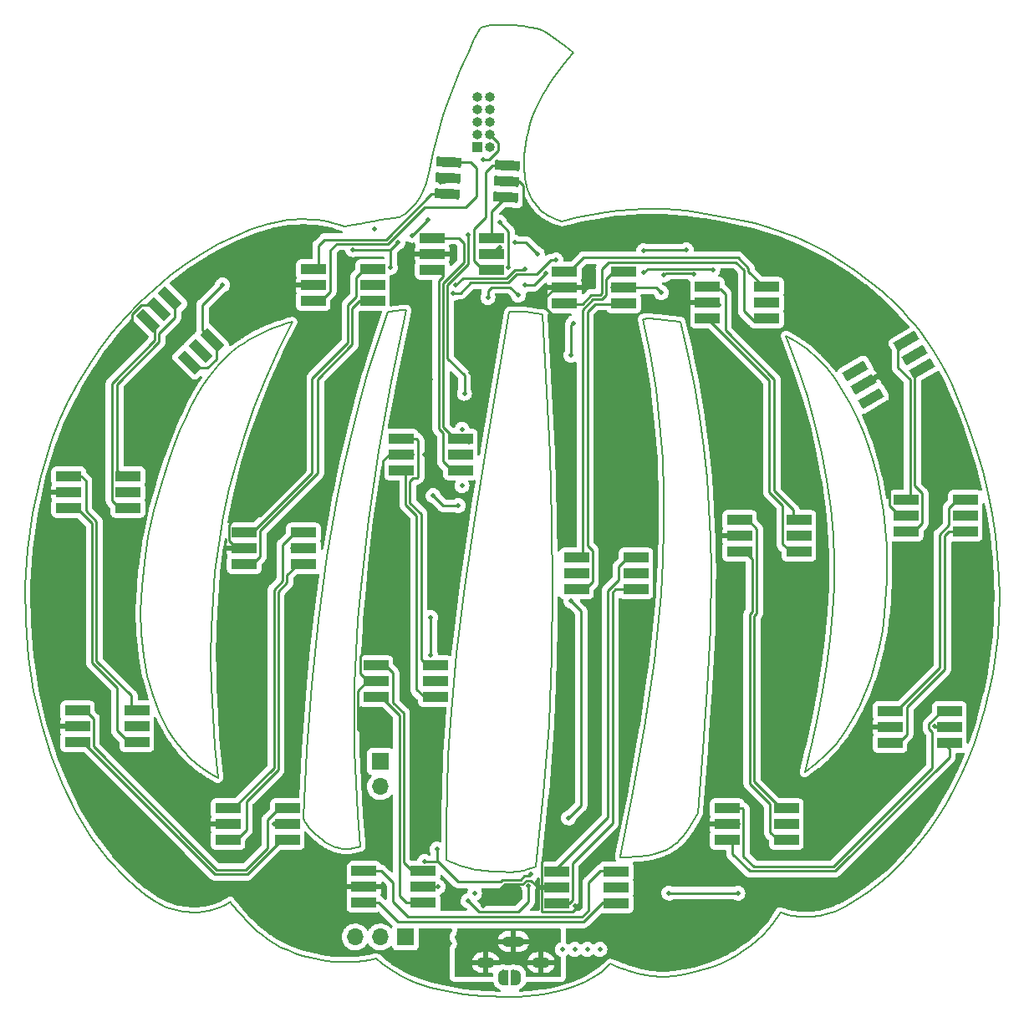
<source format=gbr>
%TF.GenerationSoftware,KiCad,Pcbnew,(6.0.7)*%
%TF.CreationDate,2022-10-09T21:38:24+01:00*%
%TF.ProjectId,Shocksoc-Pumpkin,53686f63-6b73-46f6-932d-50756d706b69,rev?*%
%TF.SameCoordinates,Original*%
%TF.FileFunction,Copper,L1,Top*%
%TF.FilePolarity,Positive*%
%FSLAX46Y46*%
G04 Gerber Fmt 4.6, Leading zero omitted, Abs format (unit mm)*
G04 Created by KiCad (PCBNEW (6.0.7)) date 2022-10-09 21:38:24*
%MOMM*%
%LPD*%
G01*
G04 APERTURE LIST*
G04 Aperture macros list*
%AMRotRect*
0 Rectangle, with rotation*
0 The origin of the aperture is its center*
0 $1 length*
0 $2 width*
0 $3 Rotation angle, in degrees counterclockwise*
0 Add horizontal line*
21,1,$1,$2,0,0,$3*%
%AMFreePoly0*
4,1,22,0.500000,-0.750000,0.000000,-0.750000,0.000000,-0.745033,-0.079941,-0.743568,-0.215256,-0.701293,-0.333266,-0.622738,-0.424486,-0.514219,-0.481581,-0.384460,-0.499164,-0.250000,-0.500000,-0.250000,-0.500000,0.250000,-0.499164,0.250000,-0.499963,0.256109,-0.478152,0.396186,-0.417904,0.524511,-0.324060,0.630769,-0.204165,0.706417,-0.067858,0.745374,0.000000,0.744959,0.000000,0.750000,
0.500000,0.750000,0.500000,-0.750000,0.500000,-0.750000,$1*%
%AMFreePoly1*
4,1,20,0.000000,0.744959,0.073905,0.744508,0.209726,0.703889,0.328688,0.626782,0.421226,0.519385,0.479903,0.390333,0.500000,0.250000,0.500000,-0.250000,0.499851,-0.262216,0.476331,-0.402017,0.414519,-0.529596,0.319384,-0.634700,0.198574,-0.708877,0.061801,-0.746166,0.000000,-0.745033,0.000000,-0.750000,-0.500000,-0.750000,-0.500000,0.750000,0.000000,0.750000,0.000000,0.744959,
0.000000,0.744959,$1*%
G04 Aperture macros list end*
%TA.AperFunction,Profile*%
%ADD10C,0.150000*%
%TD*%
%TA.AperFunction,ComponentPad*%
%ADD11R,1.000000X1.000000*%
%TD*%
%TA.AperFunction,ComponentPad*%
%ADD12O,1.000000X1.000000*%
%TD*%
%TA.AperFunction,SMDPad,CuDef*%
%ADD13R,2.500000X1.000000*%
%TD*%
%TA.AperFunction,SMDPad,CuDef*%
%ADD14RotRect,2.500000X1.000000X177.000000*%
%TD*%
%TA.AperFunction,SMDPad,CuDef*%
%ADD15RotRect,2.500000X1.000000X315.000000*%
%TD*%
%TA.AperFunction,SMDPad,CuDef*%
%ADD16RotRect,2.500000X1.000000X30.000000*%
%TD*%
%TA.AperFunction,SMDPad,CuDef*%
%ADD17FreePoly0,180.000000*%
%TD*%
%TA.AperFunction,SMDPad,CuDef*%
%ADD18FreePoly1,180.000000*%
%TD*%
%TA.AperFunction,ComponentPad*%
%ADD19R,1.700000X1.700000*%
%TD*%
%TA.AperFunction,ComponentPad*%
%ADD20O,1.700000X1.700000*%
%TD*%
%TA.AperFunction,ComponentPad*%
%ADD21O,1.800000X1.100000*%
%TD*%
%TA.AperFunction,ComponentPad*%
%ADD22O,2.200000X1.100000*%
%TD*%
%TA.AperFunction,ViaPad*%
%ADD23C,0.500000*%
%TD*%
%TA.AperFunction,Conductor*%
%ADD24C,0.250000*%
%TD*%
G04 APERTURE END LIST*
D10*
X88189277Y-46285822D02*
X87886851Y-47554035D01*
X125789109Y-67477498D02*
X124735935Y-66723644D01*
X83358959Y-63667797D02*
X83281100Y-63689672D01*
X136064447Y-64298760D02*
X135427679Y-63596789D01*
X64579406Y-109966272D02*
X65309041Y-110450512D01*
X89223148Y-115660991D02*
X89248518Y-119217241D01*
X92683768Y-34827859D02*
X92683768Y-34827858D01*
X96672766Y-120360524D02*
X96826444Y-120330646D01*
X115209995Y-108049459D02*
X115650942Y-101819612D01*
X77126100Y-117480639D02*
X77297763Y-117580293D01*
X134773521Y-62921139D02*
X133419365Y-61648193D01*
X93293460Y-120310097D02*
X93692227Y-120342190D01*
X100557371Y-132518967D02*
X101284916Y-132321281D01*
X82549437Y-54369001D02*
X81883311Y-54477878D01*
X71200966Y-54746301D02*
X71200966Y-54746301D01*
X144508272Y-84166093D02*
X144082730Y-82002922D01*
X87638472Y-48821475D02*
X87564466Y-49212751D01*
X97124668Y-120252507D02*
X97443625Y-120149166D01*
X65785982Y-107710346D02*
X65568704Y-104615945D01*
X135132861Y-119709457D02*
X136152517Y-118618545D01*
X111561753Y-118131427D02*
X111781962Y-118014446D01*
X92059039Y-36066917D02*
X91394153Y-37479069D01*
X111288176Y-131020166D02*
X112349518Y-130931969D01*
X61191239Y-124110602D02*
X61546892Y-124216903D01*
X66234449Y-68952796D02*
X65872344Y-69363858D01*
X75102174Y-115615590D02*
X75158719Y-115693020D01*
X125509825Y-110298578D02*
X125509825Y-110298578D01*
X66635752Y-84406780D02*
X67225429Y-81626087D01*
X125188964Y-124959591D02*
X125425703Y-124969853D01*
X114353058Y-71158841D02*
X113708452Y-67946539D01*
X83309127Y-130147434D02*
X83956768Y-130571939D01*
X74921528Y-115340669D02*
X75003130Y-115470988D01*
X72385471Y-54479966D02*
X71995996Y-54554394D01*
X143553875Y-79816000D02*
X142918571Y-77607809D01*
X106833888Y-118884706D02*
X106833888Y-118884706D01*
X82102000Y-129168657D02*
X82102000Y-129168657D01*
X110264785Y-118603143D02*
X110552580Y-118524572D01*
X79703811Y-118036947D02*
X79909987Y-117996771D01*
X94102570Y-34608740D02*
X93748031Y-34645396D01*
X87291111Y-50274263D02*
X87185374Y-50592101D01*
X88536082Y-45028228D02*
X88189277Y-46285822D01*
X74804462Y-115125796D02*
X74855820Y-115225362D01*
X66308667Y-123986171D02*
X66614031Y-123849320D01*
X129104146Y-58445159D02*
X127623696Y-57578672D01*
X85786627Y-53042883D02*
X85531267Y-53308761D01*
X120080801Y-127869660D02*
X120709963Y-127348288D01*
X98257437Y-43116328D02*
X98597932Y-42392870D01*
X123053420Y-124488313D02*
X123185703Y-124544458D01*
X74765908Y-115042699D02*
X74804462Y-115125796D01*
X97359141Y-46051882D02*
X97491362Y-45404430D01*
X71786355Y-65267185D02*
X71222462Y-65491988D01*
X91881369Y-120110772D02*
X92213551Y-120172730D01*
X90921951Y-119866007D02*
X91238872Y-119958153D01*
X58754494Y-122711766D02*
X59777837Y-123394284D01*
X75558969Y-54319242D02*
X75241890Y-54300953D01*
X76413659Y-116966539D02*
X76413659Y-116966539D01*
X95051154Y-120407770D02*
X95051154Y-120407770D01*
X51732572Y-114362863D02*
X53268630Y-116883490D01*
X132876368Y-80528240D02*
X132462784Y-78899898D01*
X89324153Y-42590450D02*
X88917597Y-43792641D01*
X98792211Y-35092614D02*
X98676973Y-35045907D01*
X140626173Y-112075343D02*
X141374029Y-110566353D01*
X109750354Y-64354843D02*
X109136588Y-64369071D01*
X112937727Y-64675594D02*
X112937727Y-64675601D01*
X99610418Y-105434348D02*
X99900165Y-98521685D01*
X143771340Y-103945315D02*
X144206460Y-102156199D01*
X107257504Y-118929545D02*
X107430103Y-118925584D01*
X134078881Y-120722001D02*
X135132861Y-119709457D01*
X112886345Y-117171229D02*
X113188259Y-116841213D01*
X132686756Y-99247149D02*
X133079292Y-97640398D01*
X100947157Y-54481130D02*
X100947157Y-54481130D01*
X106821978Y-118914012D02*
X106834435Y-118916991D01*
X106812888Y-118893138D02*
X106808895Y-118895757D01*
X58372679Y-91535337D02*
X58277631Y-93953218D01*
X74914753Y-54289929D02*
X74578063Y-54286930D01*
X95051154Y-120407770D02*
X95375849Y-120417642D01*
X90280251Y-119646333D02*
X90603511Y-119762314D01*
X79950053Y-101503111D02*
X80074730Y-98198890D01*
X61042839Y-106035884D02*
X61532254Y-106805297D01*
X98965302Y-41697633D02*
X99350128Y-41035779D01*
X70679422Y-65730910D02*
X70156501Y-65984207D01*
X110965009Y-92300102D02*
X110668681Y-95685547D01*
X128093077Y-96799019D02*
X127749095Y-99441503D01*
X106813190Y-118910928D02*
X106821978Y-118914012D01*
X72979638Y-64858920D02*
X72371836Y-65056247D01*
X99459496Y-35450101D02*
X99177454Y-35285366D01*
X100134489Y-39832858D02*
X100875681Y-38825390D01*
X97953233Y-43862848D02*
X98257437Y-43116328D01*
X61179970Y-60038061D02*
X59639602Y-61334445D01*
X95527484Y-34574741D02*
X95169654Y-34566962D01*
X109136588Y-64369071D02*
X109136588Y-64369071D01*
X97336944Y-63688964D02*
X97101910Y-63664435D01*
X97694736Y-44627268D02*
X97953233Y-43862848D01*
X113971918Y-115727186D02*
X114210670Y-115319958D01*
X105409461Y-130144061D02*
X105837664Y-129724214D01*
X107430103Y-118925584D02*
X107640236Y-118918492D01*
X75358766Y-115944730D02*
X75436230Y-116034804D01*
X77222051Y-54539058D02*
X76716644Y-54449879D01*
X84483064Y-54083037D02*
X84482079Y-54088246D01*
X85337228Y-131300477D02*
X86068855Y-131608228D01*
X114687285Y-114461465D02*
X114687285Y-114461465D01*
X83281100Y-63689672D02*
X82243592Y-66725337D01*
X74708817Y-114889573D02*
X74708817Y-114889573D01*
X99695265Y-53994739D02*
X99499775Y-53882076D01*
X132993713Y-121653693D02*
X134078881Y-120722001D01*
X76951753Y-117369909D02*
X77126100Y-117480639D01*
X47436459Y-102123326D02*
X48204372Y-105451841D01*
X56794039Y-121085403D02*
X57759292Y-121940995D01*
X106834435Y-118916991D02*
X106851001Y-118919814D01*
X84479517Y-54098745D02*
X83201889Y-54270385D01*
X80535082Y-117808259D02*
X80250089Y-114565814D01*
X99754497Y-35636709D02*
X99459496Y-35450101D01*
X113374407Y-130783041D02*
X114361338Y-130577252D01*
X80549289Y-91522756D02*
X81310388Y-84735945D01*
X84483971Y-54077837D02*
X84483064Y-54083037D01*
X76272302Y-129288710D02*
X77061677Y-129412521D01*
X106804861Y-118904653D02*
X106807630Y-118907791D01*
X67225429Y-81626087D02*
X67941299Y-78846714D01*
X76149250Y-116742353D02*
X76277825Y-116853344D01*
X128490872Y-88883728D02*
X128471224Y-91530140D01*
X128471224Y-91530140D02*
X128336206Y-94165234D01*
X69168081Y-66534945D02*
X68701113Y-66832895D01*
X113466180Y-116489446D02*
X113725577Y-116117559D01*
X75703670Y-116322261D02*
X75805143Y-116423521D01*
X106367333Y-129943576D02*
X106958540Y-130165893D01*
X106805933Y-118898584D02*
X106804442Y-118901567D01*
X62792587Y-74461340D02*
X62256563Y-75709406D01*
X124541474Y-124892893D02*
X124746443Y-124920245D01*
X72179252Y-67574023D02*
X73610495Y-64674947D01*
X132014643Y-60478696D02*
X130572015Y-59411426D01*
X107010841Y-118929744D02*
X107118922Y-118930793D01*
X114515227Y-53549944D02*
X113521177Y-53420972D01*
X112376525Y-117621898D02*
X112554969Y-117477861D01*
X100947157Y-54481130D02*
X100622571Y-54388212D01*
X74578063Y-54286930D02*
X74232322Y-54292715D01*
X96975432Y-120294675D02*
X97124668Y-120252507D01*
X117079361Y-129657412D02*
X117899434Y-129262874D01*
X96331604Y-120402416D02*
X96509465Y-120384413D01*
X96248112Y-34621012D02*
X95886872Y-34592860D01*
X106851001Y-118919814D02*
X106872115Y-118922427D01*
X58277631Y-93953218D02*
X58341056Y-96276094D01*
X80535082Y-117808259D02*
X80535082Y-117808259D01*
X76160941Y-54374583D02*
X75558969Y-54319242D01*
X81310388Y-84735945D02*
X82341551Y-77813956D01*
X66609332Y-68558657D02*
X66234449Y-68952796D01*
X109470613Y-130868283D02*
X109934964Y-130945116D01*
X114879673Y-74320515D02*
X114353058Y-71158841D01*
X93212547Y-77752525D02*
X92093992Y-84638259D01*
X96523861Y-133057825D02*
X97377031Y-133011255D01*
X110825491Y-118437911D02*
X111084201Y-118343364D01*
X75003130Y-115470988D02*
X75050375Y-115541549D01*
X107118922Y-118930793D02*
X107257504Y-118929545D01*
X99911370Y-84917937D02*
X99697213Y-78073929D01*
X93393581Y-34693930D02*
X93038924Y-34754648D01*
X87564466Y-49212751D02*
X87481405Y-49585020D01*
X76595428Y-117113330D02*
X76774828Y-117247630D01*
X133394104Y-95989107D02*
X133632080Y-94301792D01*
X70132420Y-126454556D02*
X70497813Y-126762117D01*
X67762669Y-55989329D02*
X66068923Y-56816812D01*
X138076311Y-116211544D02*
X138974178Y-114900421D01*
X63240422Y-108845236D02*
X63889875Y-109430669D01*
X142918571Y-77607809D02*
X142173682Y-75380833D01*
X112554969Y-117477861D02*
X112886345Y-117171229D01*
X73933614Y-128666898D02*
X74702206Y-128916462D01*
X124166142Y-124827168D02*
X124541474Y-124892893D01*
X79621041Y-75934597D02*
X78897878Y-79042493D01*
X115832866Y-83581906D02*
X115611448Y-80524033D01*
X84486489Y-54064806D02*
X84485912Y-54067422D01*
X109961423Y-118673420D02*
X110264785Y-118603143D01*
X66078806Y-110881853D02*
X66078806Y-110881853D01*
X77632617Y-117748259D02*
X77795599Y-117817514D01*
X98470896Y-34983383D02*
X97717467Y-34827793D01*
X96623131Y-63659058D02*
X95596224Y-63673356D01*
X78853703Y-54980665D02*
X78396225Y-54829168D01*
X89248518Y-119217241D02*
X89606057Y-119374538D01*
X93788196Y-133017104D02*
X94761057Y-133056520D01*
X132462784Y-78899898D02*
X131981245Y-77320686D01*
X97345881Y-34762586D02*
X96977322Y-34706182D01*
X99017451Y-132825558D02*
X99800920Y-132687186D01*
X84479517Y-54098745D02*
X84479517Y-54098745D01*
X48204372Y-105451841D02*
X49185994Y-108619577D01*
X126641839Y-109475877D02*
X127688136Y-108531999D01*
X110024474Y-64361644D02*
X109750354Y-64354843D01*
X72371836Y-65056247D02*
X71786355Y-65267185D01*
X83448942Y-63647973D02*
X83358959Y-63667797D01*
X64074210Y-124496285D02*
X64609375Y-124444064D01*
X83281100Y-63689672D02*
X83281100Y-63689672D01*
X110434668Y-71508094D02*
X110848262Y-75035857D01*
X71995996Y-54554394D02*
X71600993Y-54642919D01*
X78704655Y-118056593D02*
X78978934Y-118080390D01*
X96134247Y-120414636D02*
X96331604Y-120402416D01*
X73610495Y-64674947D02*
X73610495Y-64674947D01*
X83956768Y-130571939D02*
X84633001Y-130955667D01*
X126747983Y-124892360D02*
X127037317Y-124845033D01*
X123346194Y-124604236D02*
X123565259Y-124675904D01*
X110396612Y-130998923D02*
X110624577Y-131015841D01*
X98914553Y-35148601D02*
X98792211Y-35092614D01*
X84487831Y-54059549D02*
X84487125Y-54062182D01*
X93692227Y-120342190D02*
X94115896Y-120368672D01*
X70497813Y-126762117D02*
X71110469Y-127232547D01*
X87073573Y-50892660D02*
X86956457Y-51176371D01*
X102086924Y-37388533D02*
X102086924Y-37388533D01*
X112494946Y-53318635D02*
X111431300Y-53248295D01*
X99108596Y-53616443D02*
X98915365Y-53461888D01*
X144082730Y-82002922D02*
X143553875Y-79816000D01*
X80275162Y-94873126D02*
X80549289Y-91522756D01*
X100358650Y-36051143D02*
X100056275Y-35839089D01*
X75220204Y-115773747D02*
X75286822Y-115857681D01*
X75158719Y-115693020D02*
X75220204Y-115773747D01*
X109641809Y-118735198D02*
X109961423Y-118673420D01*
X73145827Y-54370364D02*
X72768916Y-54418875D01*
X97491362Y-45404430D02*
X97491362Y-45404430D01*
X108120416Y-130542872D02*
X108557433Y-130662837D01*
X130742353Y-123264594D02*
X131880491Y-122502052D01*
X81476404Y-129318534D02*
X82102000Y-129168657D01*
X130137777Y-72962980D02*
X129393297Y-71665440D01*
X81883311Y-54477878D02*
X81200076Y-54598314D01*
X49258614Y-76628694D02*
X48125999Y-80313733D01*
X124735935Y-66723644D02*
X123623686Y-66104074D01*
X129582434Y-123938836D02*
X130742353Y-123264594D01*
X122282520Y-125667447D02*
X122696719Y-125081158D01*
X95169654Y-34566962D02*
X94813088Y-34569830D01*
X123623686Y-66104074D02*
X123623686Y-66104074D01*
X110552580Y-118524572D02*
X110825491Y-118437911D01*
X79237445Y-118082532D02*
X79479350Y-118066792D01*
X140342604Y-70880453D02*
X140342604Y-70880453D01*
X127637622Y-124711616D02*
X127947782Y-124623792D01*
X127270590Y-77984753D02*
X127785009Y-80776512D01*
X75241890Y-54300953D02*
X74914753Y-54289929D01*
X87638472Y-48821475D02*
X87638472Y-48821475D01*
X93038924Y-34754648D02*
X92683768Y-34827859D01*
X79768534Y-54879057D02*
X79013354Y-55041959D01*
X62563146Y-124430665D02*
X62884236Y-124470196D01*
X97254705Y-46667940D02*
X97359141Y-46051882D01*
X98208858Y-132933707D02*
X99017451Y-132825558D01*
X105837664Y-129724214D02*
X105837664Y-129724214D01*
X115650942Y-101819612D02*
X115945091Y-95707812D01*
X66614031Y-123849320D02*
X66867962Y-123719467D01*
X131981245Y-77320686D02*
X131432639Y-75799118D01*
X127749095Y-99441503D02*
X127311521Y-102102693D01*
X73515700Y-54333673D02*
X73145827Y-54370364D01*
X101498372Y-38054658D02*
X102086924Y-37388533D01*
X112349518Y-130931969D02*
X113374407Y-130783041D01*
X108951094Y-118832445D02*
X109305260Y-118788275D01*
X114687285Y-114461465D02*
X115209995Y-108049459D01*
X70902338Y-70432317D02*
X72179252Y-67574023D01*
X131033923Y-103715009D02*
X131664959Y-102292970D01*
X99697213Y-78073929D02*
X98990344Y-63919332D01*
X64537022Y-71182438D02*
X63926944Y-72199895D01*
X124788314Y-69201306D02*
X125779501Y-72207157D01*
X114361338Y-130577252D02*
X115308810Y-130318471D01*
X136152517Y-118618545D02*
X137134712Y-117451746D01*
X101981662Y-132094503D02*
X102645718Y-131839012D01*
X121287639Y-126804882D02*
X121812326Y-126243312D01*
X97362367Y-50930451D02*
X97272030Y-50561288D01*
X123623686Y-66104074D02*
X124788314Y-69201306D01*
X145067548Y-96507319D02*
X145196034Y-94538790D01*
X71600993Y-54642919D02*
X71200966Y-54746301D01*
X144569625Y-100318506D02*
X144857700Y-98434719D01*
X87481405Y-49585020D02*
X87390038Y-49938713D01*
X74738612Y-114976799D02*
X74765908Y-115042699D01*
X94115896Y-120368672D02*
X95051154Y-120407770D01*
X145196375Y-90488273D02*
X145061958Y-88411251D01*
X107963535Y-53282898D02*
X106697893Y-53394186D01*
X98915365Y-53461888D02*
X98725345Y-53291785D01*
X71766442Y-127657677D02*
X72459668Y-128038069D01*
X83659330Y-63613628D02*
X83549562Y-63629988D01*
X108578625Y-118867505D02*
X108951094Y-118832445D01*
X65550942Y-124248970D02*
X65953697Y-124122046D01*
X92683768Y-34827859D02*
X92683768Y-34827859D01*
X95596224Y-63673356D02*
X93212547Y-77752525D01*
X110325005Y-53215316D02*
X109170828Y-53225063D01*
X64402187Y-57772155D02*
X62770017Y-58848268D01*
X115945091Y-95707812D02*
X116027410Y-89649948D01*
X86834774Y-51443666D02*
X86580697Y-51930736D01*
X123233495Y-55565649D02*
X121829352Y-55086043D01*
X122696719Y-125081158D02*
X123053420Y-124488313D01*
X97866402Y-52180314D02*
X97721447Y-51900282D01*
X77061677Y-129412521D02*
X77845849Y-129495542D01*
X140342604Y-70880453D02*
X139901939Y-69962404D01*
X67545951Y-123719744D02*
X67806543Y-124051776D01*
X126143330Y-56810740D02*
X124675709Y-56140140D01*
X99088318Y-112522821D02*
X99610418Y-105434348D01*
X96611498Y-34658888D02*
X96248112Y-34621012D01*
X128913423Y-124265453D02*
X129245674Y-124111495D01*
X144857700Y-98434719D02*
X145067548Y-96507319D01*
X65953697Y-124122046D02*
X66308667Y-123986171D01*
X76774828Y-117247630D02*
X76951753Y-117369909D01*
X58944191Y-100587747D02*
X59484331Y-102551977D01*
X46599554Y-95093806D02*
X46896703Y-98661494D01*
X111288176Y-131020166D02*
X111288176Y-131020166D01*
X124962409Y-124942767D02*
X125188964Y-124959591D01*
X106804442Y-118901567D02*
X106804861Y-118904653D01*
X109136588Y-64369071D02*
X109867470Y-67952856D01*
X50011843Y-74692027D02*
X49258614Y-76628694D01*
X63347423Y-73292183D02*
X62792587Y-74461340D01*
X63926944Y-72199895D02*
X63347423Y-73292183D01*
X79903191Y-104788850D02*
X79950053Y-101503111D01*
X127311521Y-102102693D02*
X126787612Y-104792596D01*
X90173716Y-40331815D02*
X89746083Y-41433045D01*
X90255258Y-98313130D02*
X89635802Y-105186706D01*
X129245674Y-124111495D02*
X129582434Y-123938836D01*
X61532254Y-106805297D02*
X62061638Y-107531016D01*
X99177454Y-35285366D02*
X98914553Y-35148601D01*
X107704324Y-130417177D02*
X108120416Y-130542872D01*
X89257446Y-132505830D02*
X90117136Y-132656174D01*
X95912460Y-120421179D02*
X96134247Y-120414636D01*
X101284916Y-132321281D02*
X101981662Y-132094503D01*
X100056275Y-35839089D02*
X99754497Y-35636709D01*
X46559461Y-91447724D02*
X46599554Y-95093806D01*
X127623696Y-57578672D02*
X126143330Y-56810740D01*
X145061958Y-88411251D02*
X144833636Y-86303030D01*
X132215607Y-100800845D02*
X132686756Y-99247149D01*
X58625984Y-89034726D02*
X58372679Y-91535337D01*
X115968810Y-86621206D02*
X115832866Y-83581906D01*
X141374029Y-110566353D02*
X142065610Y-108996372D01*
X80496296Y-54731608D02*
X79768534Y-54879057D01*
X87611926Y-132119992D02*
X88422177Y-132327722D01*
X86956457Y-51176371D02*
X86834774Y-51443666D01*
X123565259Y-124675904D02*
X123839656Y-124752527D01*
X75483791Y-129123545D02*
X76272302Y-129288710D01*
X79013354Y-55041959D02*
X78853703Y-54980665D01*
X77795599Y-117817514D02*
X77955478Y-117877581D01*
X84484890Y-54072636D02*
X84483971Y-54077837D01*
X73878033Y-54308043D02*
X73515700Y-54333673D01*
X89423084Y-108651001D02*
X89283435Y-112140670D01*
X98569610Y-35009243D02*
X98470896Y-34983383D01*
X84688132Y-63515661D02*
X84160099Y-63560175D01*
X66068923Y-56816812D02*
X64402187Y-57772155D01*
X50882756Y-72798144D02*
X50011843Y-74692027D01*
X51863798Y-70954134D02*
X50882756Y-72798144D01*
X108143107Y-112334745D02*
X106833888Y-118884706D01*
X125509825Y-110298578D02*
X125509825Y-110298578D01*
X85070440Y-53703992D02*
X84876939Y-53840254D01*
X141316071Y-73137553D02*
X140342604Y-70880453D01*
X97272030Y-50561288D02*
X97198420Y-50167861D01*
X91238872Y-119958153D02*
X91557577Y-120039494D01*
X106808895Y-118895757D02*
X106805933Y-118898584D01*
X67817991Y-67475233D02*
X67400369Y-67820131D01*
X46790871Y-87750710D02*
X46559461Y-91447724D01*
X126192976Y-124952584D02*
X126466401Y-124927921D01*
X87390038Y-49938713D02*
X87291111Y-50274263D01*
X65567602Y-92840991D02*
X65812466Y-90005811D01*
X133496117Y-83898251D02*
X132876368Y-80528240D01*
X129527134Y-106314768D02*
X130321611Y-105058447D01*
X59639602Y-61334445D02*
X58156469Y-62730330D01*
X75436230Y-116034804D02*
X75519406Y-116127811D01*
X128585303Y-70459606D02*
X127714681Y-69353994D01*
X89283435Y-112140670D02*
X89223148Y-115660991D01*
X58341056Y-96276094D02*
X58563171Y-98491695D01*
X112937727Y-64675594D02*
X112937727Y-64675594D01*
X144833636Y-86303030D02*
X144508272Y-84166093D01*
X53268630Y-116883490D02*
X54960602Y-119133491D01*
X80097041Y-117950039D02*
X80264134Y-117900526D01*
X119401657Y-128365128D02*
X120080801Y-127869660D01*
X95596224Y-63673356D02*
X95596224Y-63673356D01*
X106697893Y-53394186D02*
X105368667Y-53564289D01*
X109170828Y-53225063D02*
X107963535Y-53282898D01*
X123185703Y-124544458D02*
X123346194Y-124604236D01*
X99350128Y-41035779D02*
X99742996Y-40412467D01*
X86827286Y-131880780D02*
X87611926Y-132119992D01*
X123053420Y-124488313D02*
X123053420Y-124488313D01*
X129393297Y-71665440D02*
X128585303Y-70459606D01*
X89606057Y-119374538D02*
X89948867Y-119517322D01*
X126782321Y-68357120D02*
X125789109Y-67477498D01*
X84593677Y-54007349D02*
X84488619Y-54056905D01*
X76277825Y-116853344D02*
X76413659Y-116966539D01*
X65383296Y-98624779D02*
X65426421Y-95711173D01*
X65812466Y-90005811D02*
X66166640Y-87197214D01*
X119185927Y-54406591D02*
X119185927Y-54406591D01*
X94761057Y-133056520D02*
X95651239Y-133073039D01*
X142697779Y-107367884D02*
X143267401Y-105683371D01*
X57759292Y-121940995D02*
X58754494Y-122711766D01*
X108187170Y-118893251D02*
X108578625Y-118867505D01*
X49185994Y-108619577D02*
X50366877Y-111599071D01*
X56738128Y-64218626D02*
X55392133Y-65792245D01*
X75571112Y-101456683D02*
X75067681Y-108109030D01*
X106929744Y-118926817D02*
X107010841Y-118929744D01*
X75519406Y-116127811D02*
X75608488Y-116223660D01*
X113188259Y-116841213D02*
X113466180Y-116489446D01*
X87185374Y-50592101D02*
X87073573Y-50892660D01*
X75067681Y-108109030D02*
X74708817Y-114889573D01*
X125425703Y-124969853D02*
X125672222Y-124972683D01*
X111168219Y-88893620D02*
X110965009Y-92300102D01*
X59037330Y-86463656D02*
X58625984Y-89034726D01*
X133079292Y-97640398D02*
X133394104Y-95989107D01*
X128586088Y-124401577D02*
X128913423Y-124265453D01*
X65183531Y-70237772D02*
X64537022Y-71182438D01*
X104422836Y-130904030D02*
X104937221Y-130537459D01*
X106958540Y-130165893D02*
X107315063Y-130290076D01*
X139825178Y-113520860D02*
X140626173Y-112075343D01*
X106807630Y-118907791D02*
X106813190Y-118910928D01*
X72459668Y-128038069D02*
X73184080Y-128374288D01*
X69462479Y-125845868D02*
X69787150Y-126148287D01*
X78415447Y-118007364D02*
X78704655Y-118056593D01*
X97443625Y-120149166D02*
X97822797Y-120019795D01*
X126466401Y-124927921D02*
X126747983Y-124892360D01*
X123839656Y-124752527D02*
X124166142Y-124827168D01*
X69475869Y-55296796D02*
X67762669Y-55989329D01*
X65309041Y-110450512D02*
X66078806Y-110881853D01*
X109009467Y-130772749D02*
X109470613Y-130868283D01*
X99499775Y-53882076D02*
X99303809Y-53756242D01*
X130817854Y-74343711D02*
X130137777Y-72962980D01*
X126787612Y-104792596D02*
X126184627Y-107521222D01*
X125779501Y-72207157D02*
X126604507Y-75131637D01*
X97106294Y-49305047D02*
X97090236Y-48834076D01*
X106833888Y-118884706D02*
X106822210Y-118888731D01*
X110624577Y-131015841D02*
X110849652Y-131025381D01*
X59484331Y-102551977D02*
X60183809Y-104372114D01*
X68701113Y-66832895D02*
X68251328Y-67146240D01*
X79479350Y-118066792D02*
X79703811Y-118036947D01*
X80074730Y-98198890D02*
X80275162Y-94873126D01*
X84487125Y-54062182D02*
X84486489Y-54064806D01*
X89746083Y-41433045D02*
X89324153Y-42590450D01*
X110849652Y-131025381D02*
X111071097Y-131027003D01*
X98301672Y-119863565D02*
X99088318Y-112522821D01*
X120709963Y-127348288D02*
X121287639Y-126804882D01*
X84488619Y-54056905D02*
X84488619Y-54056905D01*
X84480260Y-54096107D02*
X84479517Y-54098745D01*
X98021940Y-52440043D02*
X97866402Y-52180314D01*
X117899434Y-129262874D02*
X118674034Y-128830822D01*
X50366877Y-111599071D02*
X51732572Y-114362863D01*
X112937727Y-64675601D02*
X111276865Y-64479947D01*
X139901939Y-69962404D02*
X139431222Y-69071901D01*
X128155024Y-83516922D02*
X128387891Y-86215992D01*
X111990705Y-117890395D02*
X112188665Y-117759477D01*
X76413659Y-116966539D02*
X76595428Y-117113330D01*
X67973690Y-124255566D02*
X68164769Y-124481125D01*
X62770017Y-58848268D02*
X61179970Y-60038061D01*
X99989752Y-91708369D02*
X99911370Y-84917937D01*
X142065610Y-108996372D02*
X142697779Y-107367884D01*
X61217459Y-78450418D02*
X60333284Y-81159229D01*
X61546892Y-124216903D02*
X61894246Y-124305015D01*
X116027410Y-89649948D02*
X115968810Y-86621206D01*
X89248518Y-119217241D02*
X89248518Y-119217241D01*
X65432600Y-101590230D02*
X65383296Y-98624779D01*
X98186832Y-52680263D02*
X98021940Y-52440043D01*
X98676973Y-35045907D02*
X98569610Y-35009243D01*
X91000652Y-132780615D02*
X91907398Y-132881011D01*
X109934964Y-130945116D02*
X110396612Y-130998923D01*
X110740972Y-64420675D02*
X110339094Y-64382414D01*
X137279481Y-65782278D02*
X136682242Y-65027205D01*
X73610495Y-64674947D02*
X73610495Y-64674947D01*
X61733478Y-77038419D02*
X61217459Y-78450418D01*
X62884236Y-124470196D02*
X63498556Y-124507653D01*
X138932034Y-68208789D02*
X138405960Y-67372917D01*
X131432639Y-75799118D02*
X130817854Y-74343711D01*
X106898216Y-118924778D02*
X106929744Y-118926817D01*
X75805143Y-116423521D02*
X75913103Y-116527351D01*
X91557577Y-120039494D02*
X91881369Y-120110772D01*
X116215319Y-130010568D02*
X117079361Y-129657412D01*
X98359849Y-52901765D02*
X98186832Y-52680263D01*
X114210670Y-115319958D02*
X114687285Y-114461465D01*
X77673134Y-54636047D02*
X77222051Y-54539058D01*
X92836777Y-132959221D02*
X93788196Y-133017104D01*
X78618754Y-129538337D02*
X79374327Y-129541470D01*
X91007420Y-38343438D02*
X90597384Y-39298150D01*
X111084201Y-118343364D02*
X111329394Y-118241135D01*
X87886851Y-47554035D02*
X87638472Y-48821475D01*
X80051149Y-111317139D02*
X79936202Y-108059172D01*
X83549562Y-63629988D02*
X83448942Y-63647973D01*
X139431222Y-69071901D02*
X138932034Y-68208789D01*
X145240021Y-92531613D02*
X145196375Y-90488273D01*
X70156501Y-65984207D02*
X69652966Y-66252134D01*
X111071097Y-131027003D02*
X111288176Y-131020166D01*
X86050641Y-52726890D02*
X85786627Y-53042883D01*
X84932598Y-63492489D02*
X84688132Y-63515661D01*
X86580697Y-51930736D02*
X86317325Y-52357326D01*
X74721029Y-114928826D02*
X74738612Y-114976799D01*
X130572015Y-59411426D02*
X129104146Y-58445159D01*
X138974178Y-114900421D02*
X139825178Y-113520860D01*
X78065868Y-54734775D02*
X77673134Y-54636047D01*
X49258614Y-76628694D02*
X49258614Y-76628694D01*
X62256563Y-75709406D02*
X61733478Y-77038419D01*
X133833389Y-87362595D02*
X133496117Y-83898251D01*
X62061638Y-107531016D02*
X62631018Y-108211507D01*
X65522282Y-69792098D02*
X65183531Y-70237772D01*
X52947412Y-69167088D02*
X51863798Y-70954134D01*
X118674034Y-128830822D02*
X119401657Y-128365128D01*
X89948867Y-119517322D02*
X90280251Y-119646333D01*
X47308234Y-84030226D02*
X46790871Y-87750710D01*
X60827516Y-123985116D02*
X60827516Y-123985116D01*
X54960602Y-119133491D02*
X56794039Y-121085403D01*
X68616818Y-124987312D02*
X68876837Y-125262821D01*
X61217459Y-78450418D02*
X61217459Y-78450418D01*
X107315063Y-130290076D02*
X107704324Y-130417177D01*
X100266592Y-54261622D02*
X99889050Y-54095023D01*
X98990344Y-63919332D02*
X98990344Y-63919332D01*
X98539763Y-53105342D02*
X98359849Y-52901765D01*
X131664959Y-102292970D02*
X132215607Y-100800845D01*
X111329394Y-118241135D02*
X111561753Y-118131427D01*
X110668681Y-95685547D02*
X110289316Y-99051026D01*
X121829352Y-55086043D02*
X120475942Y-54700098D01*
X135427679Y-63596789D02*
X134773521Y-62921139D01*
X97124273Y-47809043D02*
X97176825Y-47253396D01*
X105837664Y-129724214D02*
X106367333Y-129943576D01*
X115611448Y-80524033D02*
X115296426Y-77439574D01*
X95886872Y-34592860D02*
X95527484Y-34574741D01*
X133632080Y-94301792D02*
X133881078Y-90853150D01*
X91907398Y-132881011D02*
X92836777Y-132959221D01*
X107891419Y-118907854D02*
X108187170Y-118893251D01*
X131880491Y-122502052D02*
X132993713Y-121653693D01*
X85531267Y-53308761D02*
X85290544Y-53527979D01*
X95651239Y-133073039D02*
X96523861Y-133057825D01*
X90117136Y-132656174D02*
X91000652Y-132780615D01*
X66867962Y-123719467D02*
X67214238Y-123512658D01*
X108557433Y-130662837D02*
X109009467Y-130772749D01*
X105368667Y-53564289D02*
X103970625Y-53798572D01*
X78244075Y-82171489D02*
X77129782Y-88497646D01*
X100622571Y-54388212D02*
X100266592Y-54261622D01*
X112188665Y-117759477D02*
X112376525Y-117621898D01*
X65102227Y-124358968D02*
X65550942Y-124248970D01*
X79374327Y-129541470D02*
X80106503Y-129505505D01*
X115482329Y-53700187D02*
X114515227Y-53549944D01*
X68876837Y-125262821D02*
X69158882Y-125549859D01*
X86317325Y-52357326D02*
X86050641Y-52726890D01*
X67941299Y-78846714D02*
X68788989Y-76060242D01*
X137134712Y-117451746D02*
X138076311Y-116211544D01*
X97198420Y-50167861D02*
X97142765Y-49749378D01*
X92557425Y-120226109D02*
X92916294Y-120271651D01*
X86068855Y-131608228D02*
X86827286Y-131880780D01*
X96890798Y-63656394D02*
X96623131Y-63659058D01*
X54126043Y-67444095D02*
X52947412Y-69167088D01*
X69158882Y-125549859D02*
X69462479Y-125845868D01*
X81290207Y-69777235D02*
X80417254Y-72846583D01*
X106822210Y-118888731D02*
X106812888Y-118893138D01*
X119185927Y-54406591D02*
X117356622Y-54043029D01*
X92093992Y-84638259D02*
X91091442Y-91477721D01*
X124746443Y-124920245D02*
X124962409Y-124942767D01*
X71200966Y-54746301D02*
X69475869Y-55296796D01*
X77466637Y-117669342D02*
X77632617Y-117748259D01*
X109321799Y-105726379D02*
X108143107Y-112334745D01*
X61894246Y-124305015D02*
X62233073Y-124375937D01*
X62233073Y-124375937D02*
X62563146Y-124430665D01*
X108187170Y-118893251D02*
X108187170Y-118893251D01*
X97095819Y-48335672D02*
X97124273Y-47809043D01*
X76027740Y-116633659D02*
X76149250Y-116742353D01*
X77297763Y-117580293D02*
X77466637Y-117669342D01*
X79909987Y-117996771D02*
X80097041Y-117950039D01*
X97588304Y-51599156D02*
X97468201Y-51276143D01*
X84876939Y-53840254D02*
X84593677Y-54007349D01*
X73184080Y-128374288D02*
X73933614Y-128666898D01*
X115308810Y-130318471D02*
X116215319Y-130010568D01*
X94761057Y-133056520D02*
X94761057Y-133056520D01*
X111276865Y-64479947D02*
X110740972Y-64420675D01*
X84482079Y-54088246D02*
X84480927Y-54093479D01*
X63889875Y-109430669D02*
X64579406Y-109966272D01*
X92213551Y-120172730D02*
X92557425Y-120226109D01*
X60333284Y-81159229D02*
X59606502Y-83834399D01*
X101207537Y-36684349D02*
X100655439Y-36266770D01*
X88422177Y-132327722D02*
X89257446Y-132505830D01*
X80264134Y-117900526D02*
X80535082Y-117808259D01*
X89635802Y-105186706D02*
X89423084Y-108651001D01*
X128336206Y-94165234D02*
X128093077Y-96799019D01*
X98725345Y-53291785D02*
X98539763Y-53105342D01*
X133419365Y-61648193D02*
X132014643Y-60478696D01*
X115296426Y-77439574D02*
X114879673Y-74320515D01*
X58563171Y-98491695D02*
X58944191Y-100587747D01*
X76248637Y-94922799D02*
X75571112Y-101456683D01*
X77845849Y-129495542D02*
X78618754Y-129538337D01*
X107640236Y-118918492D02*
X107891419Y-118907854D01*
X91091442Y-91477721D02*
X90255258Y-98313130D01*
X130321611Y-105058447D02*
X131033923Y-103715009D01*
X68164769Y-124481125D02*
X68379304Y-124725894D01*
X111118333Y-78537219D02*
X111254962Y-82013251D01*
X99742996Y-40412467D02*
X100134489Y-39832858D01*
X68251328Y-67146240D02*
X67817991Y-67475233D01*
X84488619Y-54056905D02*
X84487831Y-54059549D01*
X68788989Y-76060242D02*
X69774126Y-73258250D01*
X97142765Y-49749378D02*
X97106294Y-49305047D01*
X62631018Y-108211507D02*
X63240422Y-108845236D01*
X83900352Y-63584931D02*
X83659330Y-63613628D01*
X99900165Y-98521685D02*
X99989752Y-91708369D01*
X80417254Y-72846583D02*
X79621041Y-75934597D01*
X69774126Y-73258250D02*
X70902338Y-70432317D01*
X95375849Y-120417642D02*
X95661305Y-120422146D01*
X65426421Y-95711173D02*
X65567602Y-92840991D01*
X75050375Y-115541549D02*
X75102174Y-115615590D01*
X98990344Y-63919328D02*
X97676376Y-63735766D01*
X63498556Y-124507653D02*
X64074210Y-124496285D01*
X101663118Y-37043032D02*
X101207537Y-36684349D01*
X59777837Y-123394284D02*
X60827516Y-123985116D01*
X128264072Y-124520734D02*
X128586088Y-124401577D01*
X97491362Y-45404430D02*
X97694736Y-44627268D01*
X74855820Y-115225362D02*
X74921528Y-115340669D01*
X85290544Y-53527979D02*
X85070440Y-53703992D01*
X78112149Y-117928930D02*
X78415447Y-118007364D01*
X103275193Y-131555184D02*
X103868196Y-131243398D01*
X67806543Y-124051776D02*
X67973690Y-124255566D01*
X102645718Y-131839012D02*
X103275193Y-131555184D01*
X138405960Y-67372917D02*
X137854581Y-66564131D01*
X137854581Y-66564131D02*
X137279481Y-65782278D01*
X125672222Y-124972683D02*
X125928115Y-124967216D01*
X80106503Y-129505505D02*
X80809217Y-129431005D01*
X68379304Y-124725894D02*
X68616818Y-124987312D01*
X109867470Y-67952856D02*
X110434668Y-71508094D01*
X80250089Y-114565814D02*
X80051149Y-111317139D01*
X82102000Y-129168657D02*
X82690672Y-129680293D01*
X127785009Y-80776512D02*
X128155024Y-83516922D01*
X121812326Y-126243312D02*
X122282520Y-125667447D01*
X129582434Y-123938836D02*
X129582434Y-123938836D01*
X128649605Y-107475457D02*
X129527134Y-106314768D01*
X110848262Y-75035857D02*
X111118333Y-78537219D01*
X127037317Y-124845033D02*
X127333999Y-124785074D01*
X96509465Y-120384413D02*
X96672766Y-120360524D01*
X111254962Y-82013251D02*
X111268230Y-85465027D01*
X77955478Y-117877581D02*
X78112149Y-117928930D01*
X98597932Y-42392870D02*
X98965302Y-41697633D01*
X125509825Y-110298578D02*
X126641839Y-109475877D01*
X83201889Y-54270385D02*
X82549437Y-54369001D01*
X79013354Y-55041959D02*
X79013354Y-55041959D01*
X67332905Y-123429544D02*
X67332905Y-123429544D01*
X143267401Y-105683371D02*
X143771340Y-103945315D01*
X97822797Y-120019795D02*
X98301672Y-119863565D01*
X67400369Y-67820131D02*
X66997727Y-68181187D01*
X99889050Y-54095023D02*
X99695265Y-53994739D01*
X99800920Y-132687186D02*
X100557371Y-132518967D01*
X127947782Y-124623792D02*
X128264072Y-124520734D01*
X127333999Y-124785074D02*
X127637622Y-124711616D01*
X145196034Y-94538790D02*
X145240021Y-92531613D01*
X74708817Y-114889573D02*
X74721029Y-114928826D01*
X106872115Y-118922427D02*
X106898216Y-118924778D01*
X79936202Y-108059172D02*
X79903191Y-104788850D01*
X81200076Y-54598314D02*
X80496296Y-54731608D01*
X73610495Y-64674947D02*
X72979638Y-64858920D01*
X74232322Y-54292715D02*
X73878033Y-54308043D01*
X113725577Y-116117559D02*
X113971918Y-115727186D01*
X98470896Y-34983383D02*
X98470896Y-34983383D01*
X69652966Y-66252134D02*
X69168081Y-66534945D01*
X128387891Y-86215992D02*
X128490872Y-88883728D01*
X136682242Y-65027205D02*
X136064447Y-64298760D01*
X80809217Y-129431005D02*
X81476404Y-129318534D01*
X71222462Y-65491988D02*
X70679422Y-65730910D01*
X120475942Y-54700098D02*
X119185927Y-54406591D01*
X113708452Y-67946539D02*
X112937727Y-64675594D01*
X97721447Y-51900282D02*
X97588304Y-51599156D01*
X59606502Y-83834399D02*
X59037330Y-86463656D01*
X97468201Y-51276143D02*
X97362367Y-50930451D01*
X94813088Y-34569830D02*
X94457491Y-34583654D01*
X111431300Y-53248295D02*
X110325005Y-53215316D01*
X55392133Y-65792245D02*
X54126043Y-67444095D01*
X96826444Y-120330646D02*
X96975432Y-120294675D01*
X78897878Y-79042493D02*
X78244075Y-82171489D01*
X65568704Y-104615945D02*
X65432600Y-101590230D01*
X110339094Y-64382414D02*
X110024474Y-64361644D01*
X100875681Y-38825390D02*
X101498372Y-38054658D01*
X75608488Y-116223660D02*
X75703670Y-116322261D01*
X126604507Y-75131637D02*
X127270590Y-77984753D01*
X98990344Y-63919332D02*
X98990344Y-63919328D01*
X144206460Y-102156199D02*
X144569625Y-100318506D01*
X99303809Y-53756242D02*
X99108596Y-53616443D01*
X103868196Y-131243398D02*
X104422836Y-130904030D01*
X82690672Y-129680293D02*
X83309127Y-130147434D01*
X48125999Y-80313733D02*
X47308234Y-84030226D01*
X67214238Y-123512658D02*
X67332905Y-123429544D01*
X97176825Y-47253396D02*
X97254705Y-46667940D01*
X97090236Y-48834076D02*
X97095819Y-48335672D01*
X84633001Y-130955667D02*
X85337228Y-131300477D01*
X111781962Y-118014446D02*
X111990705Y-117890395D01*
X111268230Y-85465027D02*
X111168219Y-88893620D01*
X98301672Y-119863565D02*
X98301672Y-119863565D01*
X72768916Y-54418875D02*
X72385471Y-54479966D01*
X100655439Y-36266770D02*
X100358650Y-36051143D01*
X66166640Y-87197214D02*
X66635752Y-84406780D01*
X127714681Y-69353994D02*
X126782321Y-68357120D01*
X78978934Y-118080390D02*
X79237445Y-118082532D01*
X110289316Y-99051026D02*
X109321799Y-105726379D01*
X97101910Y-63664435D02*
X96890798Y-63656394D01*
X84485912Y-54067422D02*
X84484890Y-54072636D01*
X102086924Y-37388533D02*
X101663118Y-37043032D01*
X93748031Y-34645396D02*
X93393581Y-34693930D01*
X92916294Y-120271651D02*
X93293460Y-120310097D01*
X58156469Y-62730330D02*
X56738128Y-64218626D01*
X76716644Y-54449879D02*
X76160941Y-54374583D01*
X82243592Y-66725337D02*
X81290207Y-69777235D01*
X126184627Y-107521222D02*
X125509825Y-110298578D01*
X142173682Y-75380833D02*
X141316071Y-73137553D01*
X60827516Y-123985116D02*
X61191239Y-124110602D01*
X97717467Y-34827793D02*
X97345881Y-34762586D01*
X90597384Y-39298150D02*
X90173716Y-40331815D01*
X97377031Y-133011255D02*
X98208858Y-132933707D01*
X95661305Y-120422146D02*
X95912460Y-120421179D01*
X60183809Y-104372114D02*
X61042839Y-106035884D01*
X109305260Y-118788275D02*
X109641809Y-118735198D01*
X66078806Y-110881853D02*
X65785982Y-107710346D01*
X78396225Y-54829168D02*
X78065868Y-54734775D01*
X71110469Y-127232547D02*
X71766442Y-127657677D01*
X77129782Y-88497646D02*
X76248637Y-94922799D01*
X91394153Y-37479069D02*
X91007420Y-38343438D01*
X75286822Y-115857681D02*
X75358766Y-115944730D01*
X88917597Y-43792641D02*
X88536082Y-45028228D01*
X74702206Y-128916462D02*
X75483791Y-129123545D01*
X113521177Y-53420972D02*
X112494946Y-53318635D01*
X104937221Y-130537459D02*
X105409461Y-130144061D01*
X84160099Y-63560175D02*
X83900352Y-63584931D01*
X127688136Y-108531999D02*
X128649605Y-107475457D01*
X90603511Y-119762314D02*
X90921951Y-119866007D01*
X65872344Y-69363858D02*
X65522282Y-69792098D01*
X117356622Y-54043029D02*
X115482329Y-53700187D01*
X75913103Y-116527351D02*
X76027740Y-116633659D01*
X94457491Y-34583654D02*
X94102570Y-34608740D01*
X46896703Y-98661494D02*
X47436459Y-102123326D01*
X64609375Y-124444064D02*
X65102227Y-124358968D01*
X83626297Y-70732284D02*
X85148150Y-63466428D01*
X85148150Y-63466434D02*
X84932598Y-63492489D01*
X92683768Y-34827858D02*
X92059039Y-36066917D01*
X96977322Y-34706182D02*
X96611498Y-34658888D01*
X82341551Y-77813956D02*
X83626297Y-70732284D01*
X84480927Y-54093479D02*
X84480260Y-54096107D01*
X67332905Y-123429544D02*
X67545951Y-123719744D01*
X69787150Y-126148287D02*
X70132420Y-126454556D01*
X125928115Y-124967216D02*
X126192976Y-124952584D01*
X70497813Y-126762117D02*
X70497813Y-126762117D01*
X97676376Y-63735766D02*
X97336944Y-63688964D01*
X103970625Y-53798572D02*
X102498533Y-54102398D01*
X66997727Y-68181187D02*
X66609332Y-68558657D01*
X124675709Y-56140140D02*
X123233495Y-55565649D01*
X133881078Y-90853150D02*
X133833389Y-87362595D01*
X102498533Y-54102398D02*
X100947157Y-54481130D01*
D11*
%TO.P,J4,1,VTref*%
%TO.N,+3.3V*%
X92339000Y-47000000D03*
D12*
%TO.P,J4,2,SWDIO/TMS*%
%TO.N,/3v3 MCU/swdio*%
X93609000Y-47000000D03*
%TO.P,J4,3,GND*%
%TO.N,GND*%
X92339000Y-45730000D03*
%TO.P,J4,4,SWDCLK/TCK*%
%TO.N,/3v3 MCU/swclk*%
X93609000Y-45730000D03*
%TO.P,J4,5,GND*%
%TO.N,GND*%
X92339000Y-44460000D03*
%TO.P,J4,6,SWO/TDO*%
%TO.N,unconnected-(J4-Pad6)*%
X93609000Y-44460000D03*
%TO.P,J4,7,KEY*%
%TO.N,unconnected-(J4-Pad7)*%
X92339000Y-43190000D03*
%TO.P,J4,8,NC/TDI*%
%TO.N,unconnected-(J4-Pad8)*%
X93609000Y-43190000D03*
%TO.P,J4,9,GNDDetect*%
%TO.N,unconnected-(J4-Pad9)*%
X92339000Y-41920000D03*
%TO.P,J4,10,~{RESET}*%
%TO.N,/3v3 MCU/rst*%
X93609000Y-41920000D03*
%TD*%
D13*
%TO.P,D10,1,BO*%
%TO.N,Net-(D10-Pad1)*%
X82090000Y-99492000D03*
%TO.P,D10,2,VCC*%
%TO.N,+5V*%
X82090000Y-101092000D03*
%TO.P,D10,3,DOUT*%
%TO.N,Net-(D10-Pad3)*%
X82090000Y-102692000D03*
%TO.P,D10,4,DIN*%
%TO.N,Net-(D10-Pad4)*%
X88090000Y-102692000D03*
%TO.P,D10,5,GND*%
%TO.N,GND*%
X88090000Y-101092000D03*
%TO.P,D10,6,BIN*%
%TO.N,Net-(D10-Pad6)*%
X88090000Y-99492000D03*
%TD*%
%TO.P,D3,1,BO*%
%TO.N,Net-(D3-Pad1)*%
X51864000Y-104064000D03*
%TO.P,D3,2,VCC*%
%TO.N,+5V*%
X51864000Y-105664000D03*
%TO.P,D3,3,DOUT*%
%TO.N,Net-(D3-Pad3)*%
X51864000Y-107264000D03*
%TO.P,D3,4,DIN*%
%TO.N,Net-(D2-Pad3)*%
X57864000Y-107264000D03*
%TO.P,D3,5,GND*%
%TO.N,GND*%
X57864000Y-105664000D03*
%TO.P,D3,6,BIN*%
%TO.N,Net-(D2-Pad1)*%
X57864000Y-104064000D03*
%TD*%
%TO.P,D13,1,BO*%
%TO.N,Net-(D13-Pad1)*%
X102410000Y-88570000D03*
%TO.P,D13,2,VCC*%
%TO.N,+5V*%
X102410000Y-90170000D03*
%TO.P,D13,3,DOUT*%
%TO.N,Net-(D13-Pad3)*%
X102410000Y-91770000D03*
%TO.P,D13,4,DIN*%
%TO.N,Net-(D12-Pad3)*%
X108410000Y-91770000D03*
%TO.P,D13,5,GND*%
%TO.N,GND*%
X108410000Y-90170000D03*
%TO.P,D13,6,BIN*%
%TO.N,Net-(D12-Pad1)*%
X108410000Y-88570000D03*
%TD*%
%TO.P,D19,1,BO*%
%TO.N,Net-(D19-Pad1)*%
X135774000Y-82728000D03*
%TO.P,D19,2,VCC*%
%TO.N,+5V*%
X135774000Y-84328000D03*
%TO.P,D19,3,DOUT*%
%TO.N,Net-(D19-Pad3)*%
X135774000Y-85928000D03*
%TO.P,D19,4,DIN*%
%TO.N,Net-(D18-Pad3)*%
X141774000Y-85928000D03*
%TO.P,D19,5,GND*%
%TO.N,GND*%
X141774000Y-84328000D03*
%TO.P,D19,6,BIN*%
%TO.N,Net-(D18-Pad1)*%
X141774000Y-82728000D03*
%TD*%
%TO.P,D15,1,BO*%
%TO.N,Net-(D15-Pad1)*%
X115666000Y-61138000D03*
%TO.P,D15,2,VCC*%
%TO.N,+5V*%
X115666000Y-62738000D03*
%TO.P,D15,3,DOUT*%
%TO.N,Net-(D15-Pad3)*%
X115666000Y-64338000D03*
%TO.P,D15,4,DIN*%
%TO.N,Net-(D14-Pad3)*%
X121666000Y-64338000D03*
%TO.P,D15,5,GND*%
%TO.N,GND*%
X121666000Y-62738000D03*
%TO.P,D15,6,BIN*%
%TO.N,Net-(D14-Pad1)*%
X121666000Y-61138000D03*
%TD*%
%TO.P,D18,1,BO*%
%TO.N,Net-(D18-Pad1)*%
X134160000Y-104140000D03*
%TO.P,D18,2,VCC*%
%TO.N,+5V*%
X134160000Y-105740000D03*
%TO.P,D18,3,DOUT*%
%TO.N,Net-(D18-Pad3)*%
X134160000Y-107340000D03*
%TO.P,D18,4,DIN*%
%TO.N,Net-(D17-Pad3)*%
X140160000Y-107340000D03*
%TO.P,D18,5,GND*%
%TO.N,GND*%
X140160000Y-105740000D03*
%TO.P,D18,6,BIN*%
%TO.N,Net-(D17-Pad1)*%
X140160000Y-104140000D03*
%TD*%
%TO.P,D4,1,BO*%
%TO.N,Net-(D4-Pad1)*%
X67104000Y-113970000D03*
%TO.P,D4,2,VCC*%
%TO.N,+5V*%
X67104000Y-115570000D03*
%TO.P,D4,3,DOUT*%
%TO.N,Net-(D4-Pad3)*%
X67104000Y-117170000D03*
%TO.P,D4,4,DIN*%
%TO.N,Net-(D3-Pad3)*%
X73104000Y-117170000D03*
%TO.P,D4,5,GND*%
%TO.N,GND*%
X73104000Y-115570000D03*
%TO.P,D4,6,BIN*%
%TO.N,Net-(D3-Pad1)*%
X73104000Y-113970000D03*
%TD*%
D14*
%TO.P,D7,1,BO*%
%TO.N,Net-(D7-Pad1)*%
X95264325Y-52038019D03*
%TO.P,D7,2,VCC*%
%TO.N,+5V*%
X95348063Y-50440212D03*
%TO.P,D7,3,DOUT*%
%TO.N,Net-(D7-Pad3)*%
X95431800Y-48842405D03*
%TO.P,D7,4,DIN*%
%TO.N,Net-(D6-Pad3)*%
X89440023Y-48528389D03*
%TO.P,D7,5,GND*%
%TO.N,GND*%
X89356285Y-50126196D03*
%TO.P,D7,6,BIN*%
%TO.N,Net-(D6-Pad1)*%
X89272548Y-51724003D03*
%TD*%
D13*
%TO.P,D11,1,BO*%
%TO.N,Net-(D11-Pad1)*%
X80868000Y-120320000D03*
%TO.P,D11,2,VCC*%
%TO.N,+5V*%
X80868000Y-121920000D03*
%TO.P,D11,3,DOUT*%
%TO.N,Net-(D11-Pad3)*%
X80868000Y-123520000D03*
%TO.P,D11,4,DIN*%
%TO.N,Net-(D10-Pad3)*%
X86868000Y-123520000D03*
%TO.P,D11,5,GND*%
%TO.N,GND*%
X86868000Y-121920000D03*
%TO.P,D11,6,BIN*%
%TO.N,Net-(D10-Pad1)*%
X86868000Y-120320000D03*
%TD*%
%TO.P,D17,1,BO*%
%TO.N,Net-(D17-Pad1)*%
X117650000Y-113970000D03*
%TO.P,D17,2,VCC*%
%TO.N,+5V*%
X117650000Y-115570000D03*
%TO.P,D17,3,DOUT*%
%TO.N,Net-(D17-Pad3)*%
X117650000Y-117170000D03*
%TO.P,D17,4,DIN*%
%TO.N,Net-(D16-Pad3)*%
X123650000Y-117170000D03*
%TO.P,D17,5,GND*%
%TO.N,GND*%
X123650000Y-115570000D03*
%TO.P,D17,6,BIN*%
%TO.N,Net-(D16-Pad1)*%
X123650000Y-113970000D03*
%TD*%
%TO.P,D14,1,BO*%
%TO.N,Net-(D14-Pad1)*%
X101188000Y-59614000D03*
%TO.P,D14,2,VCC*%
%TO.N,+5V*%
X101188000Y-61214000D03*
%TO.P,D14,3,DOUT*%
%TO.N,Net-(D14-Pad3)*%
X101188000Y-62814000D03*
%TO.P,D14,4,DIN*%
%TO.N,Net-(D13-Pad3)*%
X107188000Y-62814000D03*
%TO.P,D14,5,GND*%
%TO.N,GND*%
X107188000Y-61214000D03*
%TO.P,D14,6,BIN*%
%TO.N,Net-(D13-Pad1)*%
X107188000Y-59614000D03*
%TD*%
%TO.P,D9,1,BO*%
%TO.N,Net-(D10-Pad6)*%
X84630000Y-76505000D03*
%TO.P,D9,2,VCC*%
%TO.N,+5V*%
X84630000Y-78105000D03*
%TO.P,D9,3,DOUT*%
%TO.N,Net-(D10-Pad4)*%
X84630000Y-79705000D03*
%TO.P,D9,4,DIN*%
%TO.N,Net-(D8-Pad3)*%
X90630000Y-79705000D03*
%TO.P,D9,5,GND*%
%TO.N,GND*%
X90630000Y-78105000D03*
%TO.P,D9,6,BIN*%
%TO.N,Net-(D8-Pad1)*%
X90630000Y-76505000D03*
%TD*%
%TO.P,D2,1,BO*%
%TO.N,Net-(D2-Pad1)*%
X50975000Y-80315000D03*
%TO.P,D2,2,VCC*%
%TO.N,+5V*%
X50975000Y-81915000D03*
%TO.P,D2,3,DOUT*%
%TO.N,Net-(D2-Pad3)*%
X50975000Y-83515000D03*
%TO.P,D2,4,DIN*%
%TO.N,Net-(D1-Pad3)*%
X56975000Y-83515000D03*
%TO.P,D2,5,GND*%
%TO.N,GND*%
X56975000Y-81915000D03*
%TO.P,D2,6,BIN*%
%TO.N,Net-(D1-Pad1)*%
X56975000Y-80315000D03*
%TD*%
D15*
%TO.P,D1,6,BIN*%
%TO.N,/neopixel string/pxCtrl*%
X65482691Y-66521949D03*
%TO.P,D1,5,GND*%
%TO.N,GND*%
X64351320Y-67653320D03*
%TO.P,D1,4,DIN*%
%TO.N,/neopixel string/pxCtrl*%
X63219949Y-68784691D03*
%TO.P,D1,3,DOUT*%
%TO.N,Net-(D1-Pad3)*%
X58977309Y-64542051D03*
%TO.P,D1,2,VCC*%
%TO.N,+5V*%
X60108680Y-63410680D03*
%TO.P,D1,1,BO*%
%TO.N,Net-(D1-Pad1)*%
X61240051Y-62279309D03*
%TD*%
D13*
%TO.P,D8,1,BO*%
%TO.N,Net-(D8-Pad1)*%
X87805000Y-56185000D03*
%TO.P,D8,2,VCC*%
%TO.N,+5V*%
X87805000Y-57785000D03*
%TO.P,D8,3,DOUT*%
%TO.N,Net-(D8-Pad3)*%
X87805000Y-59385000D03*
%TO.P,D8,4,DIN*%
%TO.N,Net-(D7-Pad3)*%
X93805000Y-59385000D03*
%TO.P,D8,5,GND*%
%TO.N,GND*%
X93805000Y-57785000D03*
%TO.P,D8,6,BIN*%
%TO.N,Net-(D7-Pad1)*%
X93805000Y-56185000D03*
%TD*%
%TO.P,D6,1,BO*%
%TO.N,Net-(D6-Pad1)*%
X75740000Y-59360000D03*
%TO.P,D6,2,VCC*%
%TO.N,+5V*%
X75740000Y-60960000D03*
%TO.P,D6,3,DOUT*%
%TO.N,Net-(D6-Pad3)*%
X75740000Y-62560000D03*
%TO.P,D6,4,DIN*%
%TO.N,Net-(D5-Pad3)*%
X81740000Y-62560000D03*
%TO.P,D6,5,GND*%
%TO.N,GND*%
X81740000Y-60960000D03*
%TO.P,D6,6,BIN*%
%TO.N,Net-(D5-Pad1)*%
X81740000Y-59360000D03*
%TD*%
%TO.P,D5,1,BO*%
%TO.N,Net-(D5-Pad1)*%
X68755000Y-86030000D03*
%TO.P,D5,2,VCC*%
%TO.N,+5V*%
X68755000Y-87630000D03*
%TO.P,D5,3,DOUT*%
%TO.N,Net-(D5-Pad3)*%
X68755000Y-89230000D03*
%TO.P,D5,4,DIN*%
%TO.N,Net-(D4-Pad3)*%
X74755000Y-89230000D03*
%TO.P,D5,5,GND*%
%TO.N,GND*%
X74755000Y-87630000D03*
%TO.P,D5,6,BIN*%
%TO.N,Net-(D4-Pad1)*%
X74755000Y-86030000D03*
%TD*%
%TO.P,D16,1,BO*%
%TO.N,Net-(D16-Pad1)*%
X118920000Y-84760000D03*
%TO.P,D16,2,VCC*%
%TO.N,+5V*%
X118920000Y-86360000D03*
%TO.P,D16,3,DOUT*%
%TO.N,Net-(D16-Pad3)*%
X118920000Y-87960000D03*
%TO.P,D16,4,DIN*%
%TO.N,Net-(D15-Pad3)*%
X124920000Y-87960000D03*
%TO.P,D16,5,GND*%
%TO.N,GND*%
X124920000Y-86360000D03*
%TO.P,D16,6,BIN*%
%TO.N,Net-(D15-Pad1)*%
X124920000Y-84760000D03*
%TD*%
D16*
%TO.P,D20,1,BO*%
%TO.N,unconnected-(D20-Pad1)*%
X130632702Y-69650604D03*
%TO.P,D20,2,VCC*%
%TO.N,+5V*%
X131432702Y-71036245D03*
%TO.P,D20,3,DOUT*%
%TO.N,unconnected-(D20-Pad3)*%
X132232702Y-72421886D03*
%TO.P,D20,4,DIN*%
%TO.N,Net-(D19-Pad3)*%
X137428854Y-69421886D03*
%TO.P,D20,5,GND*%
%TO.N,GND*%
X136628854Y-68036245D03*
%TO.P,D20,6,BIN*%
%TO.N,Net-(D19-Pad1)*%
X135828854Y-66650604D03*
%TD*%
D13*
%TO.P,D12,1,BO*%
%TO.N,Net-(D12-Pad1)*%
X100426000Y-120396000D03*
%TO.P,D12,2,VCC*%
%TO.N,+5V*%
X100426000Y-121996000D03*
%TO.P,D12,3,DOUT*%
%TO.N,Net-(D12-Pad3)*%
X100426000Y-123596000D03*
%TO.P,D12,4,DIN*%
%TO.N,Net-(D11-Pad3)*%
X106426000Y-123596000D03*
%TO.P,D12,5,GND*%
%TO.N,GND*%
X106426000Y-121996000D03*
%TO.P,D12,6,BIN*%
%TO.N,Net-(D11-Pad1)*%
X106426000Y-120396000D03*
%TD*%
D17*
%TO.P,JP2,1,A*%
%TO.N,/UsbD+*%
X96279870Y-131094907D03*
D18*
%TO.P,JP2,2,B*%
%TO.N,/UsbD-*%
X94979870Y-131094907D03*
%TD*%
D19*
%TO.P,J3,1,Pin_1*%
%TO.N,Net-(J3-Pad1)*%
X82550000Y-109220000D03*
D20*
%TO.P,J3,2,Pin_2*%
%TO.N,GND*%
X82550000Y-111760000D03*
%TD*%
D19*
%TO.P,J2,1,Pin_1*%
%TO.N,/3v3 MCU/UartRX*%
X85075000Y-127000000D03*
D20*
%TO.P,J2,2,Pin_2*%
%TO.N,/3v3 MCU/UartTX*%
X82535000Y-127000000D03*
%TO.P,J2,3,Pin_3*%
%TO.N,GND*%
X79995000Y-127000000D03*
%TD*%
D21*
%TO.P,J1,6,Shield*%
%TO.N,Net-(C1-Pad1)*%
X98812000Y-129599000D03*
X93212000Y-129599000D03*
D22*
X96012000Y-127449000D03*
%TD*%
D23*
%TO.N,/3v3 MCU/swclk*%
X92964000Y-48260000D03*
%TO.N,GND*%
X142240000Y-84328000D03*
X63754000Y-67056000D03*
%TO.N,+5V*%
X57404000Y-66294000D03*
%TO.N,/3v3 MCU/btnD*%
X101854000Y-68072000D03*
X101854000Y-92964000D03*
X111760000Y-122555000D03*
%TO.N,GND*%
X135890000Y-68580000D03*
X110998000Y-61722000D03*
%TO.N,Net-(C1-Pad1)*%
X90805000Y-130175000D03*
%TO.N,GND*%
X125476000Y-86360000D03*
X108712000Y-90424000D03*
X90170000Y-78232000D03*
X90424000Y-83312000D03*
X104775000Y-128270000D03*
X71755000Y-115570000D03*
X98425000Y-57785000D03*
X96178000Y-56642000D03*
X106045000Y-61214000D03*
X123825000Y-115570000D03*
X85750931Y-55905931D03*
X103505000Y-128270000D03*
X73660000Y-87630000D03*
X84328000Y-56642000D03*
X83566000Y-59182000D03*
X122428000Y-62992000D03*
X87884000Y-82296000D03*
X82296000Y-60960000D03*
X58420000Y-105664000D03*
X100965000Y-128270000D03*
X94615000Y-57150000D03*
X57404000Y-81788000D03*
X106172000Y-121920000D03*
X79756000Y-57354500D03*
X92075000Y-122555000D03*
X87630000Y-101092000D03*
X138684000Y-105664000D03*
X87630000Y-94615000D03*
X88646000Y-50546000D03*
X81915000Y-55305500D03*
X87630000Y-98425000D03*
X90805000Y-75555498D03*
X88392000Y-121920000D03*
X102235000Y-128270000D03*
X87376000Y-54318432D03*
%TO.N,+5V*%
X89916000Y-72644000D03*
X118745000Y-115570000D03*
X104775000Y-65405000D03*
X100076000Y-56388000D03*
X92964000Y-123825000D03*
X88265000Y-126365000D03*
X100330000Y-64135000D03*
X99822000Y-118364000D03*
X119380000Y-65405000D03*
X103460500Y-90170000D03*
X89535000Y-126365000D03*
X91685500Y-69850000D03*
X87630000Y-70485000D03*
X85725000Y-78105000D03*
X116840000Y-62992000D03*
X102235000Y-123825000D03*
X89535000Y-127635000D03*
X72390000Y-63500000D03*
X90170000Y-123190000D03*
X86995000Y-78105000D03*
X72136000Y-58420000D03*
X74930000Y-65532000D03*
X105410000Y-88900000D03*
%TO.N,/neopixel string/pxCtrl*%
X66548000Y-60960000D03*
%TO.N,Net-(D8-Pad1)*%
X91528733Y-76835000D03*
X90805000Y-81280000D03*
%TO.N,/3v3 MCU/btnA*%
X111252000Y-59944000D03*
X99339233Y-59715233D03*
X97155000Y-60960000D03*
X114300000Y-59864500D03*
%TO.N,/3v3 MCU/btnB*%
X93433734Y-62230000D03*
X116205000Y-59414500D03*
X96520000Y-61976000D03*
X109220000Y-59690000D03*
%TO.N,/3v3 MCU/btnC*%
X113538000Y-57404000D03*
X109220000Y-57470500D03*
X89924500Y-61777500D03*
X100330000Y-58420000D03*
%TO.N,/3v3 MCU/btnD*%
X97155000Y-59300500D03*
X118745000Y-122555000D03*
X102079017Y-64791483D03*
X90170000Y-60960000D03*
X101600000Y-114935000D03*
%TO.N,/3v3 MCU/UartTX*%
X97790000Y-120650000D03*
X88265000Y-118110000D03*
X86995000Y-119370498D03*
%TO.N,/UsbD-*%
X94996000Y-130556000D03*
%TO.N,/UsbD+*%
X96012000Y-130556000D03*
%TO.N,Net-(U3-Pad10)*%
X91411782Y-123331526D03*
X97550574Y-121849360D03*
%TO.N,Net-(J3-Pad1)*%
X91440000Y-55880000D03*
X94615000Y-54610000D03*
X95504502Y-59182000D03*
X91050500Y-71908476D03*
%TD*%
D24*
%TO.N,/3v3 MCU/swclk*%
X92964000Y-48260000D02*
X93515727Y-48260000D01*
X93515727Y-48260000D02*
X94434000Y-47341727D01*
X94434000Y-47341727D02*
X94434000Y-46555000D01*
X94434000Y-46555000D02*
X93609000Y-45730000D01*
%TO.N,GND*%
X88090000Y-101092000D02*
X87630000Y-101092000D01*
%TO.N,Net-(D10-Pad4)*%
X84630000Y-79705000D02*
X85090000Y-80165000D01*
X85090000Y-80165000D02*
X85090000Y-83185000D01*
X85090000Y-83185000D02*
X86211000Y-84306000D01*
X86211000Y-84306000D02*
X86211000Y-101917000D01*
X86211000Y-101917000D02*
X86986000Y-102692000D01*
X86986000Y-102692000D02*
X87286000Y-102692000D01*
%TO.N,+5V*%
X82090000Y-101092000D02*
X81290000Y-101092000D01*
X81290000Y-101092000D02*
X80515000Y-100317000D01*
X80515000Y-100317000D02*
X80515000Y-98555000D01*
X80515000Y-98555000D02*
X82804000Y-96266000D01*
X82804000Y-96266000D02*
X82804000Y-78740000D01*
X82804000Y-78740000D02*
X83439000Y-78105000D01*
X83439000Y-78105000D02*
X84630000Y-78105000D01*
%TO.N,GND*%
X87376000Y-54318432D02*
X87338430Y-54318432D01*
X87338430Y-54318432D02*
X85750931Y-55905931D01*
X123825000Y-115570000D02*
X123650000Y-115570000D01*
X94615000Y-57150000D02*
X94440000Y-57150000D01*
X94440000Y-57150000D02*
X93805000Y-57785000D01*
X142240000Y-84328000D02*
X141774000Y-84328000D01*
X108712000Y-90424000D02*
X108664000Y-90424000D01*
X108664000Y-90424000D02*
X108410000Y-90170000D01*
X57404000Y-81788000D02*
X57102000Y-81788000D01*
X57102000Y-81788000D02*
X56975000Y-81915000D01*
X88646000Y-50546000D02*
X88936481Y-50546000D01*
X88936481Y-50546000D02*
X89356285Y-50126196D01*
X64351320Y-67653320D02*
X63754000Y-67056000D01*
%TO.N,Net-(D1-Pad1)*%
X56425000Y-80315000D02*
X55880000Y-79770000D01*
X55880000Y-79770000D02*
X55880000Y-70994396D01*
X55880000Y-70994396D02*
X60140000Y-66734396D01*
X60140000Y-66734396D02*
X60140000Y-65844000D01*
X60140000Y-65844000D02*
X61722000Y-64262000D01*
X61722000Y-64262000D02*
X61722000Y-62761258D01*
X61722000Y-62761258D02*
X61240051Y-62279309D01*
%TO.N,Net-(D1-Pad3)*%
X58977309Y-64542051D02*
X58977309Y-64565309D01*
X58977309Y-64565309D02*
X59690000Y-65278000D01*
X59690000Y-65278000D02*
X59690000Y-66548000D01*
X59690000Y-66548000D02*
X55350000Y-70888000D01*
X55350000Y-70888000D02*
X55350000Y-82782000D01*
X55350000Y-82782000D02*
X56083000Y-83515000D01*
X56083000Y-83515000D02*
X56425000Y-83515000D01*
%TO.N,+5V*%
X57404000Y-63887972D02*
X57404000Y-66294000D01*
X58312358Y-62979614D02*
X57404000Y-63887972D01*
X59677614Y-62979614D02*
X58312358Y-62979614D01*
X60108680Y-63410680D02*
X59677614Y-62979614D01*
%TO.N,/neopixel string/pxCtrl*%
X65913757Y-68452243D02*
X65024000Y-69342000D01*
X63777258Y-69342000D02*
X63219949Y-68784691D01*
X65913757Y-66953015D02*
X65913757Y-68452243D01*
X65482691Y-66521949D02*
X65913757Y-66953015D01*
X65024000Y-69342000D02*
X63777258Y-69342000D01*
X65482691Y-66498691D02*
X64516000Y-65532000D01*
X65482691Y-66521949D02*
X65482691Y-66498691D01*
X64516000Y-65532000D02*
X64516000Y-62992000D01*
X64516000Y-62992000D02*
X66548000Y-60960000D01*
%TO.N,Net-(J3-Pad1)*%
X94615000Y-54610000D02*
X94630000Y-54610000D01*
X94630000Y-54610000D02*
X95504502Y-55484502D01*
X95504502Y-55484502D02*
X95504502Y-59182000D01*
%TO.N,Net-(D14-Pad3)*%
X101600000Y-62865000D02*
X102994208Y-62865000D01*
X102994208Y-62865000D02*
X103894208Y-61965000D01*
X103894208Y-61965000D02*
X104773604Y-61965000D01*
X104773604Y-61965000D02*
X104975000Y-61763604D01*
X104975000Y-61763604D02*
X104975000Y-59290000D01*
X104975000Y-59290000D02*
X105649000Y-58616000D01*
X105649000Y-58616000D02*
X118560000Y-58616000D01*
X118560000Y-58616000D02*
X119380000Y-59436000D01*
X119380000Y-59436000D02*
X119380000Y-63585000D01*
X119380000Y-63585000D02*
X120387000Y-64592000D01*
X120387000Y-64592000D02*
X121666000Y-64592000D01*
%TO.N,Net-(D13-Pad1)*%
X102960000Y-88570000D02*
X103055000Y-88475000D01*
X103055000Y-88475000D02*
X103055000Y-63440604D01*
X103055000Y-63440604D02*
X104080604Y-62415000D01*
X104080604Y-62415000D02*
X104960000Y-62415000D01*
X104960000Y-62415000D02*
X105425000Y-61950000D01*
X105425000Y-61950000D02*
X105425000Y-60325000D01*
X105425000Y-60325000D02*
X106085000Y-59665000D01*
X106085000Y-59665000D02*
X106500000Y-59665000D01*
%TO.N,Net-(D13-Pad3)*%
X106500000Y-62865000D02*
X104267000Y-62865000D01*
X104267000Y-62865000D02*
X103505000Y-63627000D01*
X103505000Y-63627000D02*
X103505000Y-87365000D01*
X103505000Y-87365000D02*
X104035000Y-87895000D01*
X104035000Y-87895000D02*
X104035000Y-91023000D01*
X104035000Y-91023000D02*
X103288000Y-91770000D01*
X103288000Y-91770000D02*
X102960000Y-91770000D01*
%TO.N,Net-(D10-Pad1)*%
X87286000Y-120320000D02*
X85776000Y-120320000D01*
X84905000Y-104324604D02*
X83820000Y-103239604D01*
X85776000Y-120320000D02*
X84905000Y-119449000D01*
X84905000Y-119449000D02*
X84905000Y-104324604D01*
X83820000Y-103239604D02*
X83820000Y-100249000D01*
X83063000Y-99492000D02*
X82386000Y-99492000D01*
X83820000Y-100249000D02*
X83063000Y-99492000D01*
%TO.N,+5V*%
X100330000Y-64135000D02*
X100109000Y-64135000D01*
X100109000Y-64135000D02*
X99060000Y-63086000D01*
X99060000Y-63086000D02*
X99060000Y-62404000D01*
X99060000Y-62404000D02*
X100199000Y-61265000D01*
X100199000Y-61265000D02*
X101600000Y-61265000D01*
%TO.N,/3v3 MCU/btnD*%
X101854000Y-65016500D02*
X102079017Y-64791483D01*
X101885000Y-92995000D02*
X101854000Y-92964000D01*
X101854000Y-68072000D02*
X101854000Y-65016500D01*
%TO.N,+5V*%
X68755000Y-87630000D02*
X67955000Y-87630000D01*
X67955000Y-87630000D02*
X67180000Y-86855000D01*
X67180000Y-86855000D02*
X67180000Y-85205000D01*
X67180000Y-85205000D02*
X68057000Y-84328000D01*
X68057000Y-84328000D02*
X70358000Y-84328000D01*
X70358000Y-84328000D02*
X74930000Y-79756000D01*
X74930000Y-79756000D02*
X74930000Y-65532000D01*
%TO.N,/3v3 MCU/btnD*%
X118745000Y-122555000D02*
X111760000Y-122555000D01*
%TO.N,Net-(D17-Pad1)*%
X140160000Y-104140000D02*
X139394827Y-104140000D01*
X139394827Y-104140000D02*
X138109000Y-105425827D01*
X138109000Y-105902173D02*
X138430000Y-106223173D01*
X138109000Y-105425827D02*
X138109000Y-105902173D01*
X138430000Y-106223173D02*
X138430000Y-109853604D01*
X138430000Y-109853604D02*
X128401802Y-119881802D01*
X128401802Y-119881802D02*
X120389802Y-119881802D01*
X120389802Y-119881802D02*
X119320000Y-118812000D01*
X119320000Y-118812000D02*
X119320000Y-114065000D01*
X119320000Y-114065000D02*
X119225000Y-113970000D01*
X119225000Y-113970000D02*
X117650000Y-113970000D01*
%TO.N,GND*%
X136433755Y-68036245D02*
X135890000Y-68580000D01*
X136628854Y-68036245D02*
X136433755Y-68036245D01*
%TO.N,+5V*%
X135774000Y-84328000D02*
X135128000Y-84328000D01*
X135128000Y-84328000D02*
X134112000Y-83312000D01*
X133096000Y-70358000D02*
X132110947Y-70358000D01*
X134112000Y-83312000D02*
X134112000Y-71374000D01*
X134112000Y-71374000D02*
X133096000Y-70358000D01*
X132110947Y-70358000D02*
X131432702Y-71036245D01*
%TO.N,Net-(D15-Pad1)*%
X124370000Y-84760000D02*
X124370000Y-83730000D01*
X122428000Y-81788000D02*
X122428000Y-70483604D01*
X124370000Y-83730000D02*
X122428000Y-81788000D01*
X122428000Y-70483604D02*
X117475000Y-65530604D01*
X117475000Y-65530604D02*
X117475000Y-61849000D01*
X117475000Y-61849000D02*
X117018000Y-61392000D01*
X117018000Y-61392000D02*
X115666000Y-61392000D01*
%TO.N,Net-(D15-Pad3)*%
X115666000Y-64592000D02*
X115900000Y-64592000D01*
X115900000Y-64592000D02*
X121920000Y-70612000D01*
X121920000Y-70612000D02*
X121920000Y-81916396D01*
X121920000Y-81916396D02*
X123295000Y-83291396D01*
X123295000Y-83291396D02*
X123295000Y-87185000D01*
X123295000Y-87185000D02*
X124070000Y-87960000D01*
X124070000Y-87960000D02*
X124370000Y-87960000D01*
%TO.N,+5V*%
X116840000Y-62992000D02*
X115666000Y-62992000D01*
%TO.N,Net-(D14-Pad1)*%
X101600000Y-59665000D02*
X101625000Y-59665000D01*
X101625000Y-59665000D02*
X103124000Y-58166000D01*
X103124000Y-58166000D02*
X118746396Y-58166000D01*
X118746396Y-58166000D02*
X119830000Y-59249604D01*
X119830000Y-59249604D02*
X119830000Y-59556000D01*
X119830000Y-59556000D02*
X121666000Y-61392000D01*
%TO.N,GND*%
X121703000Y-62992000D02*
X122428000Y-62992000D01*
X110490000Y-61214000D02*
X110998000Y-61722000D01*
X106045000Y-61214000D02*
X110490000Y-61214000D01*
X138760000Y-105740000D02*
X138684000Y-105664000D01*
X106045000Y-61214000D02*
X106096000Y-61265000D01*
X88900000Y-83312000D02*
X87884000Y-82296000D01*
X57314000Y-105664000D02*
X58420000Y-105664000D01*
X79805500Y-57404000D02*
X79756000Y-57354500D01*
X83566000Y-57404000D02*
X84328000Y-56642000D01*
X87630000Y-98425000D02*
X87630000Y-94615000D01*
X83566000Y-59182000D02*
X83566000Y-57404000D01*
X139610000Y-105740000D02*
X138760000Y-105740000D01*
X106096000Y-61265000D02*
X106500000Y-61265000D01*
X87286000Y-121920000D02*
X88392000Y-121920000D01*
X73660000Y-87630000D02*
X74205000Y-87630000D01*
X81190000Y-60960000D02*
X82296000Y-60960000D01*
X83566000Y-57404000D02*
X79805500Y-57404000D01*
X124370000Y-86360000D02*
X125476000Y-86360000D01*
X96178000Y-56642000D02*
X97282000Y-56642000D01*
X97282000Y-56642000D02*
X98425000Y-57785000D01*
X71755000Y-115570000D02*
X72554000Y-115570000D01*
X90424000Y-83312000D02*
X88900000Y-83312000D01*
%TO.N,+5V*%
X98851000Y-124421000D02*
X102001000Y-124421000D01*
X95123000Y-121666000D02*
X92964000Y-123825000D01*
X99053827Y-121926173D02*
X99060000Y-121920000D01*
X95348063Y-50440212D02*
X96599779Y-50440212D01*
X96599779Y-50440212D02*
X97028000Y-50868433D01*
X78994000Y-119634000D02*
X78994000Y-121920000D01*
X97028000Y-53340000D02*
X100076000Y-56388000D01*
X102001000Y-124421000D02*
X102235000Y-124187000D01*
X98851000Y-119335000D02*
X98851000Y-121913827D01*
X98851000Y-121926173D02*
X98851000Y-124421000D01*
X80264000Y-102047171D02*
X80264000Y-105918000D01*
X98857173Y-121920000D02*
X98851000Y-121926173D01*
X82090000Y-101092000D02*
X81219171Y-101092000D01*
X100350000Y-121920000D02*
X100426000Y-121996000D01*
X118745000Y-115570000D02*
X118200000Y-115570000D01*
X78994000Y-121920000D02*
X80868000Y-121920000D01*
X81280000Y-113792000D02*
X81280000Y-118110000D01*
X99822000Y-118364000D02*
X98851000Y-119335000D01*
X98857173Y-121920000D02*
X98434387Y-121920000D01*
X80795253Y-113307253D02*
X81280000Y-113792000D01*
X85180000Y-78105000D02*
X85725000Y-78105000D01*
X97028000Y-50868433D02*
X97028000Y-53340000D01*
X97788747Y-121274360D02*
X97312401Y-121274360D01*
X80795253Y-106449253D02*
X80795253Y-113307253D01*
X72390000Y-63500000D02*
X73660000Y-63500000D01*
X81219171Y-101092000D02*
X80264000Y-102047171D01*
X80264000Y-105918000D02*
X80795253Y-106449253D01*
X96920761Y-121666000D02*
X95123000Y-121666000D01*
X98434387Y-121920000D02*
X97788747Y-121274360D01*
X98851000Y-121913827D02*
X98857173Y-121920000D01*
X79502000Y-119126000D02*
X78994000Y-119634000D01*
X80264000Y-119126000D02*
X79502000Y-119126000D01*
X99060000Y-121920000D02*
X100350000Y-121920000D01*
X102235000Y-124187000D02*
X102235000Y-123825000D01*
X97312401Y-121274360D02*
X96920761Y-121666000D01*
X81280000Y-118110000D02*
X80264000Y-119126000D01*
X73660000Y-63500000D02*
X74930000Y-64770000D01*
X102960000Y-90170000D02*
X103460500Y-90170000D01*
X98851000Y-121926173D02*
X99053827Y-121926173D01*
X74930000Y-64770000D02*
X74930000Y-65532000D01*
%TO.N,Net-(D2-Pad1)*%
X52705000Y-83818604D02*
X53790000Y-84903604D01*
X52248000Y-80315000D02*
X52705000Y-80772000D01*
X53790000Y-84903604D02*
X53790000Y-99002000D01*
X53790000Y-99002000D02*
X57314000Y-102526000D01*
X57314000Y-102526000D02*
X57314000Y-104064000D01*
X52705000Y-80772000D02*
X52705000Y-83818604D01*
X51525000Y-80315000D02*
X52248000Y-80315000D01*
%TO.N,Net-(D2-Pad3)*%
X53340000Y-99188396D02*
X55880000Y-101728396D01*
X53340000Y-85090000D02*
X53340000Y-99188396D01*
X51765000Y-83515000D02*
X53340000Y-85090000D01*
X55880000Y-106080000D02*
X57064000Y-107264000D01*
X55880000Y-101728396D02*
X55880000Y-106080000D01*
X51525000Y-83515000D02*
X51765000Y-83515000D01*
X57064000Y-107264000D02*
X57314000Y-107264000D01*
%TO.N,Net-(D3-Pad1)*%
X63595000Y-117822604D02*
X65972396Y-120200000D01*
X52664000Y-104064000D02*
X53489000Y-104889000D01*
X68887604Y-120200000D02*
X71120000Y-117967604D01*
X52414000Y-104064000D02*
X52664000Y-104064000D01*
X72304000Y-113970000D02*
X72554000Y-113970000D01*
X65972396Y-120200000D02*
X68887604Y-120200000D01*
X53489000Y-107702604D02*
X63595000Y-117808604D01*
X53489000Y-104889000D02*
X53489000Y-107702604D01*
X71120000Y-117967604D02*
X71120000Y-115154000D01*
X71120000Y-115154000D02*
X72304000Y-113970000D01*
X63595000Y-117808604D02*
X63595000Y-117822604D01*
%TO.N,Net-(D3-Pad3)*%
X63145000Y-117995000D02*
X63145000Y-118009000D01*
X65786000Y-120650000D02*
X69074000Y-120650000D01*
X63145000Y-118009000D02*
X65786000Y-120650000D01*
X52414000Y-107264000D02*
X63145000Y-117995000D01*
X69074000Y-120650000D02*
X72554000Y-117170000D01*
%TO.N,Net-(D4-Pad1)*%
X67654000Y-113970000D02*
X67654000Y-113956000D01*
X72644000Y-90932000D02*
X72644000Y-87291000D01*
X73905000Y-86030000D02*
X74205000Y-86030000D01*
X71755000Y-109855000D02*
X71755000Y-91821000D01*
X71755000Y-91821000D02*
X72644000Y-90932000D01*
X67654000Y-113956000D02*
X71755000Y-109855000D01*
X72644000Y-87291000D02*
X73905000Y-86030000D01*
%TO.N,Net-(D4-Pad3)*%
X73094000Y-90341000D02*
X74205000Y-89230000D01*
X72205000Y-92007396D02*
X73094000Y-91118396D01*
X67654000Y-117170000D02*
X67954000Y-117170000D01*
X73094000Y-91118396D02*
X73094000Y-90341000D01*
X68968000Y-116156000D02*
X68968000Y-113278396D01*
X68968000Y-113278396D02*
X72205000Y-110041396D01*
X72205000Y-110041396D02*
X72205000Y-92007396D01*
X67954000Y-117170000D02*
X68968000Y-116156000D01*
%TO.N,Net-(D6-Pad1)*%
X76894396Y-56330000D02*
X83116000Y-56330000D01*
X87721997Y-51724003D02*
X89272548Y-51724003D01*
X83116000Y-56330000D02*
X87721997Y-51724003D01*
X76290000Y-56934396D02*
X76894396Y-56330000D01*
X76290000Y-59360000D02*
X76290000Y-56934396D01*
%TO.N,Net-(D6-Pad3)*%
X77470000Y-57404000D02*
X78094000Y-56780000D01*
X86996396Y-53086000D02*
X91186000Y-53086000D01*
X78094000Y-56780000D02*
X83302396Y-56780000D01*
X92269000Y-52003000D02*
X92269000Y-49089000D01*
X91186000Y-53086000D02*
X92269000Y-52003000D01*
X75740000Y-62560000D02*
X76490000Y-62560000D01*
X83302396Y-56780000D02*
X86996396Y-53086000D01*
X77470000Y-61580000D02*
X77470000Y-57404000D01*
X76490000Y-62560000D02*
X77470000Y-61580000D01*
X92269000Y-49089000D02*
X91708389Y-48528389D01*
X91708389Y-48528389D02*
X89440023Y-48528389D01*
%TO.N,Net-(D7-Pad1)*%
X93805000Y-56185000D02*
X93805000Y-53497344D01*
X93805000Y-53497344D02*
X95264325Y-52038019D01*
%TO.N,Net-(D7-Pad3)*%
X93218000Y-49530000D02*
X93905595Y-48842405D01*
X92015000Y-58487000D02*
X92015000Y-55305000D01*
X93218000Y-54102000D02*
X93218000Y-49530000D01*
X92913000Y-59385000D02*
X92015000Y-58487000D01*
X93905595Y-48842405D02*
X95431800Y-48842405D01*
X93255000Y-59385000D02*
X92913000Y-59385000D01*
X92015000Y-55305000D02*
X93218000Y-54102000D01*
%TO.N,Net-(D8-Pad1)*%
X88900000Y-60740000D02*
X90990000Y-58650000D01*
X88900000Y-75325000D02*
X88900000Y-60740000D01*
X90990000Y-58650000D02*
X90990000Y-56700000D01*
X90080000Y-76505000D02*
X88900000Y-75325000D01*
X90475000Y-56185000D02*
X88355000Y-56185000D01*
X90990000Y-56700000D02*
X90475000Y-56185000D01*
%TO.N,Net-(D8-Pad3)*%
X88450000Y-75511396D02*
X88900000Y-75961396D01*
X88450000Y-60553604D02*
X88450000Y-75511396D01*
X88355000Y-59385000D02*
X88900000Y-59930000D01*
X88900000Y-75961396D02*
X88900000Y-78825000D01*
X88900000Y-59930000D02*
X88900000Y-60103604D01*
X88900000Y-60103604D02*
X88450000Y-60553604D01*
X88900000Y-78825000D02*
X89780000Y-79705000D01*
X89780000Y-79705000D02*
X90080000Y-79705000D01*
%TO.N,Net-(D10-Pad3)*%
X85166000Y-123520000D02*
X87286000Y-123520000D01*
X84455000Y-122809000D02*
X85166000Y-123520000D01*
X82636000Y-102692000D02*
X84455000Y-104511000D01*
X84455000Y-104511000D02*
X84455000Y-122809000D01*
X82386000Y-102692000D02*
X82636000Y-102692000D01*
%TO.N,Net-(D12-Pad1)*%
X106680000Y-90803604D02*
X106680000Y-89500000D01*
X105595000Y-114891000D02*
X105595000Y-91888604D01*
X100166000Y-120320000D02*
X105595000Y-114891000D01*
X106680000Y-89500000D02*
X107610000Y-88570000D01*
X107610000Y-88570000D02*
X107860000Y-88570000D01*
X105595000Y-91888604D02*
X106680000Y-90803604D01*
%TO.N,Net-(D11-Pad1)*%
X103632000Y-121504000D02*
X103632000Y-124317604D01*
X106426000Y-120396000D02*
X106350000Y-120320000D01*
X103632000Y-124317604D02*
X102981604Y-124968000D01*
X85344000Y-124968000D02*
X83820000Y-123444000D01*
X104816000Y-120320000D02*
X103632000Y-121504000D01*
X83820000Y-123444000D02*
X83820000Y-121504000D01*
X102981604Y-124968000D02*
X85344000Y-124968000D01*
X82636000Y-120320000D02*
X80868000Y-120320000D01*
X83820000Y-121504000D02*
X82636000Y-120320000D01*
X106350000Y-120320000D02*
X104816000Y-120320000D01*
%TO.N,Net-(D11-Pad3)*%
X82386000Y-123520000D02*
X84342000Y-125476000D01*
X82386000Y-123520000D02*
X80868000Y-123520000D01*
X103110000Y-125476000D02*
X105066000Y-123520000D01*
X105066000Y-123520000D02*
X106350000Y-123520000D01*
X84342000Y-125476000D02*
X103110000Y-125476000D01*
X106350000Y-123520000D02*
X106426000Y-123596000D01*
%TO.N,Net-(D12-Pad3)*%
X102001000Y-123245827D02*
X101650827Y-123596000D01*
X106350000Y-91770000D02*
X107860000Y-91770000D01*
X106045000Y-115443000D02*
X102001000Y-119487000D01*
X106045000Y-92075000D02*
X106350000Y-91770000D01*
X101650827Y-123596000D02*
X100426000Y-123596000D01*
X106045000Y-115443000D02*
X106045000Y-92075000D01*
X102001000Y-119487000D02*
X102001000Y-123245827D01*
%TO.N,/3v3 MCU/btnA*%
X114175500Y-59740000D02*
X114300000Y-59864500D01*
X111252000Y-59944000D02*
X111456000Y-59740000D01*
X98094466Y-60960000D02*
X97155000Y-60960000D01*
X99339233Y-59715233D02*
X98094466Y-60960000D01*
X111456000Y-59740000D02*
X114175500Y-59740000D01*
%TO.N,/3v3 MCU/btnB*%
X93433734Y-61506266D02*
X93433734Y-62230000D01*
X93787302Y-61152698D02*
X93433734Y-61506266D01*
X109220000Y-59690000D02*
X109620000Y-59290000D01*
X116080500Y-59290000D02*
X116205000Y-59414500D01*
X96520000Y-61976000D02*
X95696698Y-61152698D01*
X109620000Y-59290000D02*
X116080500Y-59290000D01*
X95696698Y-61152698D02*
X93787302Y-61152698D01*
%TO.N,/3v3 MCU/btnC*%
X99822000Y-58420000D02*
X100330000Y-58420000D01*
X90622500Y-61777500D02*
X91697302Y-60702698D01*
X95507302Y-60702698D02*
X96335000Y-59875000D01*
X109286500Y-57404000D02*
X109220000Y-57470500D01*
X113538000Y-57404000D02*
X109286500Y-57404000D01*
X96335000Y-59875000D02*
X98367000Y-59875000D01*
X91697302Y-60702698D02*
X95507302Y-60702698D01*
X89924500Y-61777500D02*
X90622500Y-61777500D01*
X98367000Y-59875000D02*
X99822000Y-58420000D01*
%TO.N,/3v3 MCU/btnD*%
X90877302Y-60252698D02*
X95320906Y-60252698D01*
X95320906Y-60252698D02*
X96148604Y-59425000D01*
X96148604Y-59425000D02*
X97030500Y-59425000D01*
X97030500Y-59425000D02*
X97155000Y-59300500D01*
X101885000Y-92995000D02*
X102870000Y-93980000D01*
X102870000Y-113665000D02*
X101600000Y-114935000D01*
X90170000Y-60960000D02*
X90877302Y-60252698D01*
X102870000Y-93980000D02*
X102870000Y-113665000D01*
%TO.N,/3v3 MCU/UartTX*%
X88236498Y-119370498D02*
X88246000Y-119380000D01*
X90424000Y-121412000D02*
X88392000Y-119380000D01*
X94740604Y-121412000D02*
X90424000Y-121412000D01*
X96734365Y-121216000D02*
X94936604Y-121216000D01*
X88265000Y-119380000D02*
X88265000Y-118110000D01*
X86995000Y-119370498D02*
X88236498Y-119370498D01*
X97126005Y-120824360D02*
X96734365Y-121216000D01*
X97790000Y-120650000D02*
X97615640Y-120824360D01*
X88246000Y-119380000D02*
X88265000Y-119380000D01*
X88392000Y-119380000D02*
X88265000Y-119380000D01*
X97615640Y-120824360D02*
X97126005Y-120824360D01*
X94936604Y-121216000D02*
X94740604Y-121412000D01*
%TO.N,Net-(D16-Pad1)*%
X120650000Y-85640000D02*
X119770000Y-84760000D01*
X123100000Y-113970000D02*
X120396000Y-111266000D01*
X120396000Y-94488000D02*
X120650000Y-94234000D01*
X119770000Y-84760000D02*
X119470000Y-84760000D01*
X120650000Y-94234000D02*
X120650000Y-85640000D01*
X120396000Y-111266000D02*
X120396000Y-94488000D01*
%TO.N,Net-(D16-Pad3)*%
X120200000Y-94047604D02*
X119946000Y-94301604D01*
X119470000Y-87960000D02*
X120200000Y-88690000D01*
X119946000Y-111452396D02*
X122025000Y-113531396D01*
X119946000Y-94301604D02*
X119946000Y-111452396D01*
X122025000Y-116395000D02*
X122800000Y-117170000D01*
X120200000Y-88690000D02*
X120200000Y-94047604D01*
X122025000Y-113531396D02*
X122025000Y-116395000D01*
X122800000Y-117170000D02*
X123100000Y-117170000D01*
%TO.N,Net-(D17-Pad3)*%
X128588198Y-120331802D02*
X140160000Y-108760000D01*
X140160000Y-108760000D02*
X140160000Y-107890000D01*
X118200000Y-118579604D02*
X119952198Y-120331802D01*
X118200000Y-117170000D02*
X118200000Y-118579604D01*
X140160000Y-107890000D02*
X139610000Y-107340000D01*
X119952198Y-120331802D02*
X128588198Y-120331802D01*
%TO.N,Net-(D18-Pad1)*%
X134810500Y-104140000D02*
X139192000Y-99758500D01*
X139192000Y-99758500D02*
X139192000Y-86231604D01*
X140149000Y-85274604D02*
X140149000Y-83503000D01*
X139192000Y-86231604D02*
X140149000Y-85274604D01*
X140924000Y-82728000D02*
X141224000Y-82728000D01*
X140149000Y-83503000D02*
X140924000Y-82728000D01*
X134710000Y-104140000D02*
X134810500Y-104140000D01*
%TO.N,Net-(D18-Pad3)*%
X139700000Y-86360000D02*
X139700000Y-99886896D01*
X135010000Y-107340000D02*
X134710000Y-107340000D01*
X135890000Y-103696896D02*
X135890000Y-106460000D01*
X135890000Y-106460000D02*
X135010000Y-107340000D01*
X141224000Y-85928000D02*
X140132000Y-85928000D01*
X140132000Y-85928000D02*
X139700000Y-86360000D01*
X139700000Y-99886896D02*
X135890000Y-103696896D01*
%TO.N,Net-(D19-Pad1)*%
X134971322Y-67508136D02*
X134971322Y-69314519D01*
X134971322Y-69314519D02*
X136202000Y-70545197D01*
X135828854Y-66650604D02*
X134971322Y-67508136D01*
X136202000Y-82300000D02*
X135774000Y-82728000D01*
X136202000Y-70545197D02*
X136202000Y-82300000D01*
%TO.N,Net-(D19-Pad3)*%
X137428854Y-69421886D02*
X136652000Y-70198740D01*
X136652000Y-81280000D02*
X137414000Y-82042000D01*
X137414000Y-85088000D02*
X136574000Y-85928000D01*
X136652000Y-70198740D02*
X136652000Y-81280000D01*
X137414000Y-82042000D02*
X137414000Y-85088000D01*
X136574000Y-85928000D02*
X135774000Y-85928000D01*
%TO.N,Net-(D5-Pad1)*%
X69545000Y-86030000D02*
X75627802Y-79947198D01*
X80890000Y-59360000D02*
X81190000Y-59360000D01*
X80115000Y-60135000D02*
X80890000Y-59360000D01*
X69305000Y-86030000D02*
X69545000Y-86030000D01*
X75627802Y-70422198D02*
X79248000Y-66802000D01*
X79248000Y-62992000D02*
X80115000Y-62125000D01*
X79248000Y-66802000D02*
X79248000Y-62992000D01*
X80115000Y-62125000D02*
X80115000Y-60135000D01*
X75627802Y-79947198D02*
X75627802Y-70422198D01*
%TO.N,Net-(D5-Pad3)*%
X76200000Y-70486396D02*
X79698000Y-66988396D01*
X70380000Y-85831396D02*
X76200000Y-80011396D01*
X69305000Y-89230000D02*
X69605000Y-89230000D01*
X76200000Y-80011396D02*
X76200000Y-70486396D01*
X80435000Y-62560000D02*
X81190000Y-62560000D01*
X70380000Y-88455000D02*
X70380000Y-85831396D01*
X79698000Y-63297000D02*
X80435000Y-62560000D01*
X79698000Y-66988396D02*
X79698000Y-63297000D01*
X69605000Y-89230000D02*
X70380000Y-88455000D01*
%TO.N,Net-(D10-Pad6)*%
X86360000Y-80425000D02*
X86255000Y-80530000D01*
X85840000Y-80530000D02*
X85540000Y-80830000D01*
X86360000Y-76708000D02*
X86360000Y-80425000D01*
X85540000Y-82998604D02*
X86661000Y-84119604D01*
X85540000Y-80830000D02*
X85540000Y-82998604D01*
X86255000Y-80530000D02*
X85840000Y-80530000D01*
X86661000Y-84119604D02*
X86661000Y-98867000D01*
X86661000Y-98867000D02*
X87286000Y-99492000D01*
X86157000Y-76505000D02*
X86360000Y-76708000D01*
X85180000Y-76505000D02*
X86157000Y-76505000D01*
%TO.N,Net-(U3-Pad10)*%
X96520000Y-124460000D02*
X92540256Y-124460000D01*
X97550574Y-123429426D02*
X96520000Y-124460000D01*
X97550574Y-121849360D02*
X97550574Y-123429426D01*
X92540256Y-124460000D02*
X91411782Y-123331526D01*
%TO.N,Net-(J3-Pad1)*%
X89350000Y-60926396D02*
X91440000Y-58836396D01*
X91050500Y-70095500D02*
X89350000Y-68395000D01*
X91050500Y-71908476D02*
X91050500Y-70095500D01*
X91440000Y-58836396D02*
X91440000Y-55880000D01*
X89350000Y-68395000D02*
X89350000Y-60926396D01*
%TD*%
%TA.AperFunction,Conductor*%
%TO.N,+5V*%
G36*
X74825079Y-54797651D02*
G01*
X74902356Y-54798339D01*
X74905478Y-54798405D01*
X75217183Y-54808909D01*
X75220194Y-54809047D01*
X75336705Y-54815767D01*
X75518932Y-54826278D01*
X75523162Y-54826594D01*
X76100823Y-54879700D01*
X76106175Y-54880308D01*
X76521827Y-54936628D01*
X76635792Y-54952070D01*
X76640768Y-54952846D01*
X76984832Y-55013556D01*
X77055294Y-55025989D01*
X77122083Y-55037774D01*
X77126663Y-55038670D01*
X77555577Y-55130892D01*
X77559791Y-55131875D01*
X77850415Y-55204934D01*
X77932062Y-55225459D01*
X77935958Y-55226505D01*
X77985475Y-55240654D01*
X78243860Y-55314483D01*
X78248853Y-55316022D01*
X78656110Y-55450888D01*
X78714489Y-55491291D01*
X78741758Y-55556842D01*
X78729257Y-55626730D01*
X78680957Y-55678765D01*
X78616500Y-55696500D01*
X76973163Y-55696500D01*
X76961980Y-55695973D01*
X76954487Y-55694298D01*
X76946561Y-55694547D01*
X76946560Y-55694547D01*
X76886410Y-55696438D01*
X76882451Y-55696500D01*
X76854540Y-55696500D01*
X76850606Y-55696997D01*
X76850605Y-55696997D01*
X76850540Y-55697005D01*
X76838703Y-55697938D01*
X76806445Y-55698952D01*
X76802426Y-55699078D01*
X76794507Y-55699327D01*
X76775053Y-55704979D01*
X76755696Y-55708987D01*
X76743466Y-55710532D01*
X76743465Y-55710532D01*
X76735599Y-55711526D01*
X76728228Y-55714445D01*
X76728226Y-55714445D01*
X76694484Y-55727804D01*
X76683254Y-55731649D01*
X76648413Y-55741771D01*
X76648412Y-55741771D01*
X76640803Y-55743982D01*
X76633984Y-55748015D01*
X76633979Y-55748017D01*
X76623368Y-55754293D01*
X76605620Y-55762988D01*
X76586779Y-55770448D01*
X76580363Y-55775110D01*
X76580362Y-55775110D01*
X76551009Y-55796436D01*
X76541089Y-55802952D01*
X76509861Y-55821420D01*
X76509858Y-55821422D01*
X76503034Y-55825458D01*
X76488713Y-55839779D01*
X76473680Y-55852619D01*
X76457289Y-55864528D01*
X76439062Y-55886561D01*
X76429108Y-55898593D01*
X76421118Y-55907374D01*
X75897742Y-56430749D01*
X75889463Y-56438283D01*
X75882982Y-56442396D01*
X75854345Y-56472892D01*
X75836357Y-56492047D01*
X75833602Y-56494889D01*
X75813865Y-56514626D01*
X75811385Y-56517823D01*
X75803682Y-56526843D01*
X75773414Y-56559075D01*
X75769595Y-56566021D01*
X75769593Y-56566024D01*
X75763652Y-56576830D01*
X75752801Y-56593349D01*
X75740386Y-56609355D01*
X75737241Y-56616624D01*
X75737238Y-56616628D01*
X75722826Y-56649933D01*
X75717609Y-56660583D01*
X75696305Y-56699336D01*
X75694334Y-56707011D01*
X75694334Y-56707012D01*
X75693291Y-56711075D01*
X75691526Y-56717951D01*
X75691267Y-56718958D01*
X75684863Y-56737662D01*
X75676819Y-56756251D01*
X75675580Y-56764074D01*
X75675577Y-56764084D01*
X75669901Y-56799920D01*
X75667495Y-56811540D01*
X75658472Y-56846685D01*
X75656500Y-56854366D01*
X75656500Y-56874620D01*
X75654949Y-56894330D01*
X75651780Y-56914339D01*
X75652526Y-56922231D01*
X75655941Y-56958357D01*
X75656500Y-56970215D01*
X75656500Y-58225500D01*
X75636498Y-58293621D01*
X75582842Y-58340114D01*
X75530500Y-58351500D01*
X74441866Y-58351500D01*
X74379684Y-58358255D01*
X74243295Y-58409385D01*
X74126739Y-58496739D01*
X74039385Y-58613295D01*
X73988255Y-58749684D01*
X73981500Y-58811866D01*
X73981500Y-59908134D01*
X73988255Y-59970316D01*
X74000370Y-60002632D01*
X74035301Y-60095810D01*
X74037589Y-60101914D01*
X74039385Y-60106705D01*
X74038693Y-60106964D01*
X74052343Y-60169374D01*
X74039420Y-60213385D01*
X74039828Y-60213538D01*
X74037738Y-60219112D01*
X74037174Y-60221034D01*
X74036679Y-60221939D01*
X73991522Y-60342394D01*
X73987895Y-60357649D01*
X73982369Y-60408514D01*
X73982000Y-60415328D01*
X73982000Y-60687885D01*
X73986475Y-60703124D01*
X73987865Y-60704329D01*
X73995548Y-60706000D01*
X75868000Y-60706000D01*
X75936121Y-60726002D01*
X75982614Y-60779658D01*
X75994000Y-60832000D01*
X75994000Y-61088000D01*
X75973998Y-61156121D01*
X75920342Y-61202614D01*
X75868000Y-61214000D01*
X74000116Y-61214000D01*
X73984877Y-61218475D01*
X73983672Y-61219865D01*
X73982001Y-61227548D01*
X73982001Y-61504669D01*
X73982371Y-61511490D01*
X73987895Y-61562352D01*
X73991521Y-61577604D01*
X74036679Y-61698061D01*
X74037174Y-61698966D01*
X74037393Y-61699966D01*
X74039828Y-61706462D01*
X74038890Y-61706814D01*
X74052343Y-61768323D01*
X74039162Y-61813212D01*
X74039385Y-61813295D01*
X74038244Y-61816337D01*
X74038242Y-61816344D01*
X74036236Y-61821696D01*
X74036234Y-61821699D01*
X74012566Y-61884834D01*
X73988255Y-61949684D01*
X73981500Y-62011866D01*
X73981500Y-63108134D01*
X73988255Y-63170316D01*
X74039385Y-63306705D01*
X74126739Y-63423261D01*
X74243295Y-63510615D01*
X74379684Y-63561745D01*
X74435560Y-63567815D01*
X74436242Y-63567889D01*
X74441866Y-63568500D01*
X77038134Y-63568500D01*
X77043759Y-63567889D01*
X77044440Y-63567815D01*
X77100316Y-63561745D01*
X77236705Y-63510615D01*
X77353261Y-63423261D01*
X77440615Y-63306705D01*
X77491745Y-63170316D01*
X77498500Y-63108134D01*
X77498500Y-62499594D01*
X77518502Y-62431473D01*
X77535405Y-62410499D01*
X77862247Y-62083657D01*
X77870537Y-62076113D01*
X77877018Y-62072000D01*
X77893698Y-62054238D01*
X77923658Y-62022333D01*
X77926413Y-62019491D01*
X77946134Y-61999770D01*
X77948612Y-61996575D01*
X77956318Y-61987553D01*
X77981158Y-61961101D01*
X77986586Y-61955321D01*
X77996346Y-61937568D01*
X78007199Y-61921045D01*
X78009240Y-61918414D01*
X78019613Y-61905041D01*
X78037176Y-61864457D01*
X78042383Y-61853827D01*
X78063695Y-61815060D01*
X78065666Y-61807383D01*
X78065668Y-61807378D01*
X78068732Y-61795442D01*
X78075138Y-61776730D01*
X78080033Y-61765419D01*
X78083181Y-61758145D01*
X78084421Y-61750317D01*
X78084423Y-61750310D01*
X78090099Y-61714476D01*
X78092505Y-61702856D01*
X78101528Y-61667711D01*
X78101528Y-61667710D01*
X78103500Y-61660030D01*
X78103500Y-61639776D01*
X78105051Y-61620065D01*
X78106980Y-61607886D01*
X78108220Y-61600057D01*
X78107357Y-61590922D01*
X78104278Y-61558351D01*
X78104059Y-61556038D01*
X78103500Y-61544181D01*
X78103500Y-57718594D01*
X78123502Y-57650473D01*
X78140405Y-57629499D01*
X78319499Y-57450405D01*
X78381811Y-57416379D01*
X78408594Y-57413500D01*
X78886959Y-57413500D01*
X78955080Y-57433502D01*
X79001573Y-57487158D01*
X79009047Y-57509793D01*
X79009381Y-57513199D01*
X79063094Y-57674667D01*
X79066741Y-57680689D01*
X79066742Y-57680691D01*
X79145192Y-57810226D01*
X79151246Y-57820223D01*
X79269455Y-57942632D01*
X79275351Y-57946490D01*
X79391664Y-58022603D01*
X79411846Y-58035810D01*
X79418450Y-58038266D01*
X79418452Y-58038267D01*
X79454839Y-58051799D01*
X79571341Y-58095126D01*
X79740015Y-58117632D01*
X79747026Y-58116994D01*
X79747030Y-58116994D01*
X79902462Y-58102848D01*
X79909483Y-58102209D01*
X79916185Y-58100031D01*
X79916187Y-58100031D01*
X79981426Y-58078833D01*
X80071322Y-58049624D01*
X80073603Y-58048264D01*
X80123391Y-58037500D01*
X82806500Y-58037500D01*
X82874621Y-58057502D01*
X82921114Y-58111158D01*
X82932500Y-58163500D01*
X82932500Y-58225500D01*
X82912498Y-58293621D01*
X82858842Y-58340114D01*
X82806500Y-58351500D01*
X80441866Y-58351500D01*
X80379684Y-58358255D01*
X80243295Y-58409385D01*
X80126739Y-58496739D01*
X80039385Y-58613295D01*
X79988255Y-58749684D01*
X79981500Y-58811866D01*
X79981500Y-59320405D01*
X79961498Y-59388526D01*
X79944595Y-59409500D01*
X79722747Y-59631348D01*
X79714461Y-59638888D01*
X79707982Y-59643000D01*
X79702557Y-59648777D01*
X79661357Y-59692651D01*
X79658602Y-59695493D01*
X79638865Y-59715230D01*
X79636385Y-59718427D01*
X79628682Y-59727447D01*
X79598414Y-59759679D01*
X79594595Y-59766625D01*
X79594593Y-59766628D01*
X79588652Y-59777434D01*
X79577801Y-59793953D01*
X79565386Y-59809959D01*
X79562241Y-59817228D01*
X79562238Y-59817232D01*
X79547826Y-59850537D01*
X79542609Y-59861187D01*
X79521305Y-59899940D01*
X79519334Y-59907615D01*
X79519334Y-59907616D01*
X79516267Y-59919562D01*
X79509863Y-59938266D01*
X79501819Y-59956855D01*
X79500580Y-59964678D01*
X79500577Y-59964688D01*
X79494901Y-60000524D01*
X79492495Y-60012144D01*
X79481500Y-60054970D01*
X79481500Y-60075224D01*
X79479949Y-60094934D01*
X79476780Y-60114943D01*
X79477526Y-60122835D01*
X79480941Y-60158961D01*
X79481500Y-60170819D01*
X79481500Y-61810405D01*
X79461498Y-61878526D01*
X79444595Y-61899500D01*
X78855747Y-62488348D01*
X78847461Y-62495888D01*
X78840982Y-62500000D01*
X78835557Y-62505777D01*
X78794357Y-62549651D01*
X78791602Y-62552493D01*
X78771865Y-62572230D01*
X78769385Y-62575427D01*
X78761682Y-62584447D01*
X78731414Y-62616679D01*
X78727595Y-62623625D01*
X78727593Y-62623628D01*
X78721652Y-62634434D01*
X78710801Y-62650953D01*
X78698386Y-62666959D01*
X78695241Y-62674228D01*
X78695238Y-62674232D01*
X78680826Y-62707537D01*
X78675609Y-62718187D01*
X78654305Y-62756940D01*
X78652334Y-62764615D01*
X78652334Y-62764616D01*
X78649267Y-62776562D01*
X78642863Y-62795266D01*
X78634819Y-62813855D01*
X78633580Y-62821678D01*
X78633577Y-62821688D01*
X78627901Y-62857524D01*
X78625495Y-62869144D01*
X78614500Y-62911970D01*
X78614500Y-62932224D01*
X78612949Y-62951934D01*
X78609780Y-62971943D01*
X78610526Y-62979835D01*
X78613941Y-63015961D01*
X78614500Y-63027819D01*
X78614500Y-66487406D01*
X78594498Y-66555527D01*
X78577595Y-66576501D01*
X76901533Y-68252562D01*
X75235549Y-69918546D01*
X75227263Y-69926086D01*
X75220784Y-69930198D01*
X75215359Y-69935975D01*
X75174159Y-69979849D01*
X75171404Y-69982691D01*
X75151667Y-70002428D01*
X75149187Y-70005625D01*
X75141484Y-70014645D01*
X75111216Y-70046877D01*
X75107397Y-70053823D01*
X75107395Y-70053826D01*
X75101454Y-70064632D01*
X75090603Y-70081151D01*
X75078188Y-70097157D01*
X75075043Y-70104426D01*
X75075040Y-70104430D01*
X75060628Y-70137735D01*
X75055411Y-70148385D01*
X75034107Y-70187138D01*
X75032136Y-70194813D01*
X75032136Y-70194814D01*
X75029069Y-70206760D01*
X75022665Y-70225464D01*
X75014621Y-70244053D01*
X75013382Y-70251876D01*
X75013379Y-70251886D01*
X75007703Y-70287722D01*
X75005297Y-70299342D01*
X74994302Y-70342168D01*
X74994302Y-70362422D01*
X74992751Y-70382132D01*
X74989582Y-70402141D01*
X74990328Y-70410033D01*
X74993743Y-70446159D01*
X74994302Y-70458017D01*
X74994302Y-79632604D01*
X74974300Y-79700725D01*
X74957397Y-79721699D01*
X69694500Y-84984595D01*
X69632188Y-85018621D01*
X69605405Y-85021500D01*
X67456866Y-85021500D01*
X67394684Y-85028255D01*
X67330840Y-85052189D01*
X67266697Y-85076235D01*
X67266696Y-85076236D01*
X67258295Y-85079385D01*
X67251113Y-85084768D01*
X67243571Y-85088897D01*
X67174214Y-85104067D01*
X67107666Y-85079332D01*
X67065055Y-85022544D01*
X67058805Y-84957489D01*
X67060785Y-84945715D01*
X67107454Y-84668112D01*
X67134982Y-84504365D01*
X67135979Y-84499116D01*
X67720028Y-81744966D01*
X67721269Y-81739676D01*
X68430313Y-78986805D01*
X68431786Y-78981561D01*
X69271532Y-76221206D01*
X69273210Y-76216086D01*
X70249440Y-73439426D01*
X70251288Y-73434500D01*
X71369848Y-70632742D01*
X71371825Y-70628066D01*
X71481693Y-70382133D01*
X72638555Y-67792568D01*
X72640608Y-67788199D01*
X72661772Y-67745331D01*
X74049825Y-64933737D01*
X74057117Y-64920920D01*
X74076688Y-64890774D01*
X74076742Y-64890594D01*
X74076847Y-64890432D01*
X74084857Y-64863650D01*
X74095374Y-64828483D01*
X74096343Y-64825390D01*
X74113665Y-64772470D01*
X74113666Y-64772465D01*
X74116458Y-64763935D01*
X74116664Y-64757463D01*
X74118526Y-64751254D01*
X74118527Y-64751060D01*
X74118581Y-64750881D01*
X74118976Y-64686190D01*
X74119038Y-64682962D01*
X74119328Y-64673880D01*
X74121097Y-64618351D01*
X74119478Y-64612078D01*
X74119522Y-64605600D01*
X74119470Y-64605417D01*
X74119471Y-64605226D01*
X74113368Y-64583872D01*
X74101699Y-64543043D01*
X74100848Y-64539913D01*
X74086933Y-64486010D01*
X74086933Y-64486009D01*
X74084689Y-64477318D01*
X74081374Y-64471751D01*
X74079598Y-64465520D01*
X74079496Y-64465358D01*
X74079444Y-64465176D01*
X74044929Y-64410472D01*
X74043278Y-64407780D01*
X74010161Y-64352170D01*
X74005414Y-64347755D01*
X74001963Y-64342277D01*
X74001822Y-64342152D01*
X74001719Y-64341989D01*
X73971128Y-64314972D01*
X73953250Y-64299183D01*
X73950846Y-64297004D01*
X73934775Y-64282057D01*
X73903503Y-64252972D01*
X73897713Y-64250069D01*
X73892859Y-64245776D01*
X73892687Y-64245695D01*
X73892544Y-64245569D01*
X73856725Y-64228752D01*
X73834001Y-64218083D01*
X73831109Y-64216680D01*
X73773292Y-64187695D01*
X73766918Y-64186534D01*
X73761055Y-64183776D01*
X73760866Y-64183747D01*
X73760695Y-64183666D01*
X73751719Y-64182268D01*
X73751718Y-64182268D01*
X73696779Y-64173713D01*
X73693585Y-64173173D01*
X73638821Y-64163197D01*
X73638818Y-64163197D01*
X73629992Y-64161589D01*
X73623549Y-64162263D01*
X73617148Y-64161262D01*
X73579448Y-64166163D01*
X73576627Y-64166447D01*
X73573982Y-64166447D01*
X73569541Y-64167083D01*
X73569540Y-64167083D01*
X73550282Y-64169840D01*
X73545542Y-64170427D01*
X73524612Y-64172618D01*
X73485126Y-64176751D01*
X73477282Y-64179964D01*
X73474706Y-64180665D01*
X73466308Y-64181867D01*
X73441112Y-64193323D01*
X73424239Y-64199582D01*
X73251117Y-64250069D01*
X72875380Y-64359643D01*
X72869667Y-64361165D01*
X72865112Y-64362264D01*
X72860296Y-64363038D01*
X72855658Y-64364544D01*
X72855657Y-64364544D01*
X72831709Y-64372319D01*
X72828078Y-64373437D01*
X72802224Y-64380977D01*
X72798147Y-64382827D01*
X72793936Y-64384387D01*
X72793886Y-64384253D01*
X72788419Y-64386373D01*
X72255007Y-64559549D01*
X72252170Y-64560470D01*
X72246172Y-64562017D01*
X72246223Y-64562202D01*
X72241518Y-64563497D01*
X72236747Y-64564421D01*
X72232175Y-64566068D01*
X72232172Y-64566069D01*
X72208993Y-64574420D01*
X72205210Y-64575716D01*
X72180087Y-64583872D01*
X72176068Y-64585844D01*
X72171907Y-64587530D01*
X72171867Y-64587432D01*
X72166157Y-64589853D01*
X71650443Y-64775656D01*
X71644194Y-64777488D01*
X71644239Y-64777633D01*
X71639588Y-64779082D01*
X71634846Y-64780167D01*
X71607906Y-64790907D01*
X71604015Y-64792383D01*
X71579645Y-64801163D01*
X71575683Y-64803266D01*
X71571579Y-64805084D01*
X71571550Y-64805019D01*
X71565634Y-64807760D01*
X71069681Y-65005477D01*
X71063198Y-65007623D01*
X71063236Y-65007731D01*
X71058647Y-65009340D01*
X71053940Y-65010592D01*
X71049486Y-65012552D01*
X71049482Y-65012553D01*
X71040217Y-65016630D01*
X71027831Y-65022079D01*
X71023805Y-65023766D01*
X71000237Y-65033162D01*
X70996342Y-65035401D01*
X70992317Y-65037347D01*
X70992300Y-65037313D01*
X70986203Y-65040394D01*
X70509230Y-65250249D01*
X70502556Y-65252727D01*
X70502585Y-65252801D01*
X70498046Y-65254582D01*
X70493399Y-65256002D01*
X70489023Y-65258122D01*
X70489022Y-65258122D01*
X70468167Y-65268223D01*
X70463996Y-65270150D01*
X70441219Y-65280172D01*
X70437413Y-65282541D01*
X70433450Y-65284632D01*
X70433446Y-65284625D01*
X70427215Y-65288060D01*
X69968446Y-65510283D01*
X69961652Y-65513097D01*
X69961672Y-65513144D01*
X69957209Y-65515093D01*
X69952612Y-65516691D01*
X69948318Y-65518976D01*
X69948313Y-65518978D01*
X69928270Y-65529643D01*
X69924013Y-65531806D01*
X69901965Y-65542486D01*
X69898244Y-65544995D01*
X69895168Y-65546766D01*
X69888052Y-65551043D01*
X69446779Y-65785841D01*
X69439895Y-65789009D01*
X69439906Y-65789032D01*
X69435526Y-65791152D01*
X69430993Y-65792929D01*
X69407435Y-65806669D01*
X69403225Y-65809016D01*
X69381872Y-65820378D01*
X69378254Y-65823023D01*
X69376160Y-65824336D01*
X69368122Y-65829599D01*
X68943613Y-66077195D01*
X68936712Y-66080706D01*
X68936715Y-66080712D01*
X68932419Y-66083007D01*
X68927960Y-66084964D01*
X68905273Y-66099439D01*
X68900984Y-66102057D01*
X68884219Y-66111836D01*
X68880348Y-66114094D01*
X68876836Y-66116877D01*
X68875519Y-66117777D01*
X68866835Y-66123964D01*
X68678146Y-66244358D01*
X68548435Y-66327121D01*
X68458400Y-66384568D01*
X68451216Y-66388595D01*
X68447321Y-66390884D01*
X68442949Y-66393017D01*
X68438956Y-66395799D01*
X68438952Y-66395801D01*
X68421006Y-66408303D01*
X68416758Y-66411136D01*
X68400595Y-66421449D01*
X68400588Y-66421454D01*
X68396816Y-66423861D01*
X68393424Y-66426777D01*
X68392575Y-66427408D01*
X68383621Y-66434347D01*
X68307459Y-66487406D01*
X68152390Y-66595436D01*
X67990548Y-66708184D01*
X67983200Y-66712706D01*
X67979688Y-66714968D01*
X67975398Y-66717283D01*
X67971518Y-66720229D01*
X67954186Y-66733388D01*
X67950036Y-66736407D01*
X67930700Y-66749877D01*
X67927430Y-66752927D01*
X67926829Y-66753413D01*
X67917899Y-66760936D01*
X67539501Y-67048219D01*
X67532240Y-67053108D01*
X67528917Y-67055446D01*
X67524734Y-67057930D01*
X67506949Y-67072618D01*
X67504210Y-67074880D01*
X67500169Y-67078081D01*
X67481428Y-67092309D01*
X67478275Y-67095502D01*
X67477697Y-67096009D01*
X67469084Y-67103889D01*
X67440208Y-67127737D01*
X67438474Y-67129169D01*
X67373213Y-67157124D01*
X67303198Y-67145359D01*
X67250658Y-67097608D01*
X67233512Y-67049878D01*
X67231848Y-67038254D01*
X67220896Y-66961780D01*
X67214481Y-66916981D01*
X67214481Y-66916980D01*
X67213208Y-66908093D01*
X67152920Y-66775497D01*
X67141215Y-66760938D01*
X67121504Y-66736423D01*
X67113728Y-66726751D01*
X65277889Y-64890912D01*
X65229143Y-64851720D01*
X65221949Y-64848449D01*
X65215226Y-64844309D01*
X65216126Y-64842848D01*
X65169614Y-64802680D01*
X65149500Y-64734385D01*
X65149500Y-63306594D01*
X65169502Y-63238473D01*
X65186405Y-63217499D01*
X66672259Y-61731645D01*
X66722417Y-61700907D01*
X66730438Y-61698301D01*
X66863322Y-61655124D01*
X67009490Y-61567990D01*
X67014584Y-61563139D01*
X67014588Y-61563136D01*
X67122410Y-61460458D01*
X67132721Y-61450639D01*
X67141531Y-61437380D01*
X67199955Y-61349444D01*
X67226891Y-61308902D01*
X67287319Y-61149825D01*
X67311001Y-60981313D01*
X67311299Y-60960000D01*
X67292331Y-60790892D01*
X67288096Y-60778729D01*
X67263435Y-60707914D01*
X67236368Y-60630189D01*
X67231564Y-60622500D01*
X67184470Y-60547136D01*
X67146192Y-60485879D01*
X67127738Y-60467295D01*
X67052267Y-60391295D01*
X67026286Y-60365132D01*
X67019311Y-60360705D01*
X66920487Y-60297990D01*
X66882608Y-60273951D01*
X66722300Y-60216868D01*
X66553329Y-60196720D01*
X66546326Y-60197456D01*
X66546325Y-60197456D01*
X66391101Y-60213770D01*
X66391097Y-60213771D01*
X66384093Y-60214507D01*
X66377422Y-60216778D01*
X66229673Y-60267075D01*
X66229670Y-60267076D01*
X66223003Y-60269346D01*
X66217005Y-60273036D01*
X66217003Y-60273037D01*
X66084065Y-60354821D01*
X66084063Y-60354823D01*
X66078066Y-60358512D01*
X66042715Y-60393131D01*
X65971427Y-60462942D01*
X65956486Y-60477573D01*
X65952675Y-60483487D01*
X65952673Y-60483489D01*
X65868121Y-60614687D01*
X65864304Y-60620610D01*
X65806103Y-60780516D01*
X65806043Y-60780993D01*
X65773994Y-60838102D01*
X64944384Y-61667711D01*
X64123747Y-62488348D01*
X64115461Y-62495888D01*
X64108982Y-62500000D01*
X64103557Y-62505777D01*
X64062357Y-62549651D01*
X64059602Y-62552493D01*
X64039865Y-62572230D01*
X64037385Y-62575427D01*
X64029682Y-62584447D01*
X63999414Y-62616679D01*
X63995595Y-62623625D01*
X63995593Y-62623628D01*
X63989652Y-62634434D01*
X63978801Y-62650953D01*
X63966386Y-62666959D01*
X63963241Y-62674228D01*
X63963238Y-62674232D01*
X63948826Y-62707537D01*
X63943609Y-62718187D01*
X63922305Y-62756940D01*
X63920334Y-62764615D01*
X63920334Y-62764616D01*
X63917267Y-62776562D01*
X63910863Y-62795266D01*
X63902819Y-62813855D01*
X63901580Y-62821678D01*
X63901577Y-62821688D01*
X63895901Y-62857524D01*
X63893495Y-62869144D01*
X63882500Y-62911970D01*
X63882500Y-62932224D01*
X63880949Y-62951934D01*
X63877780Y-62971943D01*
X63878526Y-62979835D01*
X63881941Y-63015961D01*
X63882500Y-63027819D01*
X63882500Y-65453233D01*
X63881973Y-65464416D01*
X63880298Y-65471909D01*
X63880547Y-65479835D01*
X63880547Y-65479836D01*
X63882438Y-65539986D01*
X63882500Y-65543945D01*
X63882500Y-65571856D01*
X63882921Y-65575192D01*
X63867264Y-65644303D01*
X63851862Y-65665883D01*
X63851654Y-65666091D01*
X63849509Y-65668759D01*
X63830280Y-65692676D01*
X63812462Y-65714837D01*
X63809193Y-65722027D01*
X63761774Y-65826320D01*
X63752174Y-65847433D01*
X63751347Y-65847057D01*
X63717186Y-65900337D01*
X63676653Y-65922470D01*
X63676804Y-65922803D01*
X63668639Y-65926515D01*
X63668637Y-65926516D01*
X63592726Y-65961031D01*
X63544208Y-65983091D01*
X63495462Y-66022283D01*
X62720283Y-66797462D01*
X62681091Y-66846208D01*
X62677822Y-66853398D01*
X62632728Y-66952577D01*
X62620803Y-66978804D01*
X62619976Y-66978428D01*
X62585815Y-67031708D01*
X62545282Y-67053841D01*
X62545433Y-67054174D01*
X62537268Y-67057886D01*
X62537266Y-67057887D01*
X62495344Y-67076948D01*
X62412837Y-67114462D01*
X62364091Y-67153654D01*
X61588912Y-67928833D01*
X61549720Y-67977579D01*
X61489432Y-68110175D01*
X61488159Y-68119062D01*
X61488159Y-68119063D01*
X61483209Y-68153631D01*
X61468784Y-68254361D01*
X61489432Y-68398547D01*
X61549720Y-68531143D01*
X61588912Y-68579889D01*
X63424751Y-70415728D01*
X63439909Y-70427915D01*
X63463745Y-70447079D01*
X63473497Y-70454920D01*
X63480688Y-70458189D01*
X63480687Y-70458189D01*
X63587821Y-70506900D01*
X63606093Y-70515208D01*
X63614980Y-70516481D01*
X63614981Y-70516481D01*
X63741397Y-70534584D01*
X63750279Y-70535856D01*
X63759161Y-70534584D01*
X63885577Y-70516481D01*
X63885578Y-70516481D01*
X63894465Y-70515208D01*
X63912738Y-70506900D01*
X64019871Y-70458189D01*
X64019870Y-70458189D01*
X64027061Y-70454920D01*
X64036814Y-70447079D01*
X64060649Y-70427915D01*
X64075807Y-70415728D01*
X64288085Y-70203450D01*
X64350397Y-70169424D01*
X64421212Y-70174489D01*
X64478048Y-70217036D01*
X64502859Y-70283556D01*
X64487768Y-70352930D01*
X64481161Y-70363707D01*
X64134552Y-70870164D01*
X64127383Y-70879646D01*
X64121284Y-70886967D01*
X64110714Y-70904595D01*
X64106639Y-70910951D01*
X64102974Y-70916307D01*
X64096764Y-70925380D01*
X64092181Y-70934678D01*
X64087244Y-70943737D01*
X63507713Y-71910250D01*
X63500544Y-71920928D01*
X63499239Y-71922673D01*
X63496317Y-71926579D01*
X63494033Y-71930884D01*
X63485535Y-71946900D01*
X63482296Y-71952637D01*
X63472057Y-71969714D01*
X63470321Y-71973844D01*
X63470320Y-71973846D01*
X63469011Y-71976959D01*
X63464161Y-71987186D01*
X62914737Y-73022746D01*
X62908072Y-73033798D01*
X62907748Y-73034363D01*
X62905012Y-73038384D01*
X62894097Y-73061385D01*
X62891583Y-73066388D01*
X62881117Y-73086115D01*
X62879598Y-73090336D01*
X62879293Y-73091183D01*
X62874572Y-73102528D01*
X62349280Y-74209429D01*
X62345783Y-74215808D01*
X62345837Y-74215836D01*
X62343576Y-74220148D01*
X62340989Y-74224273D01*
X62339068Y-74228746D01*
X62330038Y-74249771D01*
X62328097Y-74254067D01*
X62317538Y-74276316D01*
X62316206Y-74280608D01*
X62314737Y-74284375D01*
X62312069Y-74291611D01*
X61978559Y-75068146D01*
X61804974Y-75472318D01*
X61802288Y-75477637D01*
X61802487Y-75477734D01*
X61800367Y-75482099D01*
X61797902Y-75486311D01*
X61786942Y-75514159D01*
X61785508Y-75517642D01*
X61774923Y-75542288D01*
X61773755Y-75546618D01*
X61772282Y-75550856D01*
X61772158Y-75550813D01*
X61770282Y-75556484D01*
X61274535Y-76816040D01*
X61271945Y-76822145D01*
X61271825Y-76822409D01*
X61269470Y-76826670D01*
X61267799Y-76831243D01*
X61258565Y-76856511D01*
X61257467Y-76859406D01*
X61246936Y-76886161D01*
X61245903Y-76890521D01*
X61245375Y-76892204D01*
X61243492Y-76897754D01*
X60764488Y-78208464D01*
X60759228Y-78219010D01*
X60759753Y-78219252D01*
X60755986Y-78227404D01*
X60751107Y-78234933D01*
X60748536Y-78243530D01*
X60735482Y-78287178D01*
X60733112Y-78294321D01*
X60727320Y-78310170D01*
X60726393Y-78314561D01*
X60725160Y-78318859D01*
X60725118Y-78318847D01*
X60723363Y-78325400D01*
X60028657Y-80453745D01*
X59860275Y-80969609D01*
X59855560Y-80981853D01*
X59852957Y-80987685D01*
X59851683Y-80992375D01*
X59851680Y-80992383D01*
X59846749Y-81010535D01*
X59844936Y-81016600D01*
X59839946Y-81031887D01*
X59839943Y-81031897D01*
X59838554Y-81036154D01*
X59837781Y-81040572D01*
X59837319Y-81043210D01*
X59834798Y-81054526D01*
X59657233Y-81708114D01*
X59124415Y-83669331D01*
X59120402Y-83681584D01*
X59119647Y-83683543D01*
X59119642Y-83683558D01*
X59117895Y-83688095D01*
X59116866Y-83692848D01*
X59116864Y-83692855D01*
X59113011Y-83710656D01*
X59111455Y-83717033D01*
X59107391Y-83731993D01*
X59106216Y-83736319D01*
X59105263Y-83744029D01*
X59103363Y-83755225D01*
X58547138Y-86324671D01*
X58543865Y-86336818D01*
X58542976Y-86339565D01*
X58542974Y-86339572D01*
X58541474Y-86344206D01*
X58540705Y-86349011D01*
X58540705Y-86349012D01*
X58537951Y-86366226D01*
X58536683Y-86372967D01*
X58532616Y-86391756D01*
X58532299Y-86396221D01*
X58532009Y-86400300D01*
X58530744Y-86411271D01*
X58318768Y-87736203D01*
X58129985Y-88916174D01*
X58128790Y-88923641D01*
X58126282Y-88935576D01*
X58124065Y-88944066D01*
X58123574Y-88948916D01*
X58121918Y-88965258D01*
X58120978Y-88972462D01*
X58118101Y-88990447D01*
X58118027Y-88994929D01*
X58118027Y-88994933D01*
X58117943Y-89000042D01*
X58117318Y-89010664D01*
X58018261Y-89988559D01*
X57869956Y-91452628D01*
X57869783Y-91454331D01*
X57868067Y-91465893D01*
X57866127Y-91475780D01*
X57865936Y-91480634D01*
X57865936Y-91480636D01*
X57865339Y-91495824D01*
X57864796Y-91503559D01*
X57863088Y-91520417D01*
X57863273Y-91524898D01*
X57863273Y-91524902D01*
X57863536Y-91531278D01*
X57863546Y-91541422D01*
X57770637Y-93904910D01*
X57769717Y-93915938D01*
X57768239Y-93927498D01*
X57768372Y-93932370D01*
X57768743Y-93945970D01*
X57768693Y-93954354D01*
X57768307Y-93964177D01*
X57768089Y-93969729D01*
X57768549Y-93974179D01*
X57768549Y-93974187D01*
X57769370Y-93982132D01*
X57769990Y-93991640D01*
X57832023Y-96263518D01*
X57831883Y-96273812D01*
X57831141Y-96287401D01*
X57831627Y-96292250D01*
X57832793Y-96303885D01*
X57833374Y-96313008D01*
X57833742Y-96326473D01*
X57836180Y-96340716D01*
X57837353Y-96349369D01*
X57888066Y-96855226D01*
X58054793Y-98518348D01*
X58055380Y-98527716D01*
X58055647Y-98538233D01*
X58055785Y-98543664D01*
X58056657Y-98548458D01*
X58056657Y-98548462D01*
X58058332Y-98557674D01*
X58059737Y-98567654D01*
X58060849Y-98578749D01*
X58061924Y-98583101D01*
X58064882Y-98595076D01*
X58066527Y-98602757D01*
X58159821Y-99115980D01*
X58436658Y-100638905D01*
X58440037Y-100657496D01*
X58441253Y-100665711D01*
X58443388Y-100684378D01*
X58444680Y-100689075D01*
X58446439Y-100695474D01*
X58448916Y-100706343D01*
X58450420Y-100714616D01*
X58451840Y-100718873D01*
X58451842Y-100718879D01*
X58456647Y-100733279D01*
X58458615Y-100739749D01*
X58969046Y-102595943D01*
X58989132Y-102668988D01*
X58990810Y-102675832D01*
X58995464Y-102697410D01*
X58997206Y-102701943D01*
X58997208Y-102701949D01*
X58998451Y-102705182D01*
X59002329Y-102716980D01*
X59002522Y-102717684D01*
X59002525Y-102717691D01*
X59003712Y-102722010D01*
X59005503Y-102726124D01*
X59012900Y-102743117D01*
X59014986Y-102748210D01*
X59067286Y-102884301D01*
X59073052Y-102955063D01*
X59039645Y-103017709D01*
X58977673Y-103052349D01*
X58949672Y-103055500D01*
X58073500Y-103055500D01*
X58005379Y-103035498D01*
X57958886Y-102981842D01*
X57947500Y-102929500D01*
X57947500Y-102604768D01*
X57948027Y-102593585D01*
X57949702Y-102586092D01*
X57947562Y-102518001D01*
X57947500Y-102514044D01*
X57947500Y-102486144D01*
X57946996Y-102482153D01*
X57946063Y-102470311D01*
X57945788Y-102461534D01*
X57944674Y-102426111D01*
X57939021Y-102406652D01*
X57935012Y-102387293D01*
X57934381Y-102382298D01*
X57932474Y-102367203D01*
X57929558Y-102359837D01*
X57929556Y-102359831D01*
X57916200Y-102326098D01*
X57912355Y-102314868D01*
X57902230Y-102280017D01*
X57902230Y-102280016D01*
X57900019Y-102272407D01*
X57889705Y-102254966D01*
X57881008Y-102237213D01*
X57876472Y-102225758D01*
X57873552Y-102218383D01*
X57847563Y-102182612D01*
X57841047Y-102172692D01*
X57822578Y-102141463D01*
X57818542Y-102134638D01*
X57804221Y-102120317D01*
X57791380Y-102105283D01*
X57784131Y-102095306D01*
X57779472Y-102088893D01*
X57745395Y-102060702D01*
X57736616Y-102052712D01*
X54460405Y-98776500D01*
X54426379Y-98714188D01*
X54423500Y-98687405D01*
X54423500Y-84982372D01*
X54424027Y-84971189D01*
X54425702Y-84963696D01*
X54425290Y-84950571D01*
X54423562Y-84895606D01*
X54423500Y-84891648D01*
X54423500Y-84863748D01*
X54422996Y-84859757D01*
X54422063Y-84847915D01*
X54420923Y-84811640D01*
X54420674Y-84803715D01*
X54418462Y-84796101D01*
X54418461Y-84796096D01*
X54415023Y-84784263D01*
X54411012Y-84764899D01*
X54409467Y-84752668D01*
X54408474Y-84744807D01*
X54405557Y-84737440D01*
X54405556Y-84737435D01*
X54392198Y-84703696D01*
X54388354Y-84692469D01*
X54378230Y-84657626D01*
X54376018Y-84650011D01*
X54365707Y-84632576D01*
X54357012Y-84614828D01*
X54349552Y-84595987D01*
X54323564Y-84560217D01*
X54317048Y-84550297D01*
X54298580Y-84519069D01*
X54298578Y-84519066D01*
X54294542Y-84512242D01*
X54280221Y-84497921D01*
X54267380Y-84482887D01*
X54260131Y-84472910D01*
X54255472Y-84466497D01*
X54249368Y-84461447D01*
X54249363Y-84461442D01*
X54221402Y-84438311D01*
X54212621Y-84430321D01*
X53375404Y-83593103D01*
X53341379Y-83530791D01*
X53338500Y-83504008D01*
X53338500Y-80850768D01*
X53339027Y-80839585D01*
X53340702Y-80832092D01*
X53339704Y-80800321D01*
X53338562Y-80764002D01*
X53338500Y-80760044D01*
X53338500Y-80732144D01*
X53337996Y-80728153D01*
X53337063Y-80716311D01*
X53336790Y-80707598D01*
X53335674Y-80672111D01*
X53332173Y-80660060D01*
X53330021Y-80652652D01*
X53326012Y-80633293D01*
X53324551Y-80621730D01*
X53323474Y-80613203D01*
X53320558Y-80605837D01*
X53320556Y-80605831D01*
X53307200Y-80572098D01*
X53303355Y-80560868D01*
X53293230Y-80526017D01*
X53293230Y-80526016D01*
X53291019Y-80518407D01*
X53280705Y-80500966D01*
X53272008Y-80483213D01*
X53267472Y-80471758D01*
X53264552Y-80464383D01*
X53242456Y-80433970D01*
X53238563Y-80428612D01*
X53232047Y-80418692D01*
X53230100Y-80415399D01*
X53209542Y-80380638D01*
X53195221Y-80366317D01*
X53182380Y-80351283D01*
X53175132Y-80341307D01*
X53170472Y-80334893D01*
X53136407Y-80306712D01*
X53127626Y-80298722D01*
X52770404Y-79941499D01*
X52736379Y-79879187D01*
X52733500Y-79852404D01*
X52733500Y-79766866D01*
X52726745Y-79704684D01*
X52675615Y-79568295D01*
X52588261Y-79451739D01*
X52471705Y-79364385D01*
X52335316Y-79313255D01*
X52273134Y-79306500D01*
X49676866Y-79306500D01*
X49614684Y-79313255D01*
X49478295Y-79364385D01*
X49361739Y-79451739D01*
X49274385Y-79568295D01*
X49223255Y-79704684D01*
X49216500Y-79766866D01*
X49216500Y-80863134D01*
X49223255Y-80925316D01*
X49233489Y-80952616D01*
X49269597Y-81048932D01*
X49272589Y-81056914D01*
X49274385Y-81061705D01*
X49273693Y-81061964D01*
X49287343Y-81124374D01*
X49274420Y-81168385D01*
X49274828Y-81168538D01*
X49272738Y-81174112D01*
X49272174Y-81176034D01*
X49271679Y-81176939D01*
X49226522Y-81297394D01*
X49222895Y-81312649D01*
X49217369Y-81363514D01*
X49217000Y-81370328D01*
X49217000Y-81642885D01*
X49221475Y-81658124D01*
X49222865Y-81659329D01*
X49230548Y-81661000D01*
X51103000Y-81661000D01*
X51171121Y-81681002D01*
X51217614Y-81734658D01*
X51229000Y-81787000D01*
X51229000Y-82043000D01*
X51208998Y-82111121D01*
X51155342Y-82157614D01*
X51103000Y-82169000D01*
X49235116Y-82169000D01*
X49219877Y-82173475D01*
X49218672Y-82174865D01*
X49217001Y-82182548D01*
X49217001Y-82459669D01*
X49217371Y-82466490D01*
X49222895Y-82517352D01*
X49226521Y-82532604D01*
X49271679Y-82653061D01*
X49272174Y-82653966D01*
X49272393Y-82654966D01*
X49274828Y-82661462D01*
X49273890Y-82661814D01*
X49287343Y-82723323D01*
X49274162Y-82768212D01*
X49274385Y-82768295D01*
X49273244Y-82771337D01*
X49273242Y-82771344D01*
X49271236Y-82776696D01*
X49271234Y-82776699D01*
X49248299Y-82837879D01*
X49223255Y-82904684D01*
X49216500Y-82966866D01*
X49216500Y-84063134D01*
X49223255Y-84125316D01*
X49274385Y-84261705D01*
X49361739Y-84378261D01*
X49478295Y-84465615D01*
X49614684Y-84516745D01*
X49676866Y-84523500D01*
X51825406Y-84523500D01*
X51893527Y-84543502D01*
X51914501Y-84560405D01*
X52669595Y-85315499D01*
X52703621Y-85377811D01*
X52706500Y-85404594D01*
X52706500Y-99109629D01*
X52705973Y-99120812D01*
X52704298Y-99128305D01*
X52704547Y-99136231D01*
X52704547Y-99136232D01*
X52706438Y-99196382D01*
X52706500Y-99200341D01*
X52706500Y-99228252D01*
X52706997Y-99232186D01*
X52706997Y-99232187D01*
X52707005Y-99232252D01*
X52707938Y-99244089D01*
X52709327Y-99288285D01*
X52714978Y-99307735D01*
X52718987Y-99327096D01*
X52721526Y-99347193D01*
X52724445Y-99354564D01*
X52724445Y-99354566D01*
X52737804Y-99388308D01*
X52741649Y-99399538D01*
X52753982Y-99441989D01*
X52758015Y-99448808D01*
X52758017Y-99448813D01*
X52764293Y-99459424D01*
X52772988Y-99477172D01*
X52780448Y-99496013D01*
X52785110Y-99502429D01*
X52785110Y-99502430D01*
X52806436Y-99531783D01*
X52812952Y-99541703D01*
X52820646Y-99554712D01*
X52835458Y-99579758D01*
X52849779Y-99594079D01*
X52862619Y-99609112D01*
X52874528Y-99625503D01*
X52880634Y-99630554D01*
X52908605Y-99653694D01*
X52917384Y-99661684D01*
X55209595Y-101953895D01*
X55243621Y-102016207D01*
X55246500Y-102042990D01*
X55246500Y-106001233D01*
X55245973Y-106012416D01*
X55244298Y-106019909D01*
X55244547Y-106027835D01*
X55244547Y-106027836D01*
X55246438Y-106087986D01*
X55246500Y-106091945D01*
X55246500Y-106119856D01*
X55246997Y-106123790D01*
X55246997Y-106123791D01*
X55247005Y-106123856D01*
X55247938Y-106135693D01*
X55249327Y-106179889D01*
X55254978Y-106199339D01*
X55258987Y-106218700D01*
X55261526Y-106238797D01*
X55264445Y-106246168D01*
X55264445Y-106246170D01*
X55277804Y-106279912D01*
X55281649Y-106291142D01*
X55291036Y-106323453D01*
X55293982Y-106333593D01*
X55298015Y-106340412D01*
X55298017Y-106340417D01*
X55304293Y-106351028D01*
X55312988Y-106368776D01*
X55320448Y-106387617D01*
X55325110Y-106394033D01*
X55325110Y-106394034D01*
X55346436Y-106423387D01*
X55352952Y-106433307D01*
X55365871Y-106455151D01*
X55375458Y-106471362D01*
X55389779Y-106485683D01*
X55402619Y-106500716D01*
X55414528Y-106517107D01*
X55420632Y-106522157D01*
X55420637Y-106522162D01*
X55448598Y-106545293D01*
X55457379Y-106553283D01*
X56068596Y-107164501D01*
X56102621Y-107226813D01*
X56105500Y-107253596D01*
X56105500Y-107812134D01*
X56112255Y-107874316D01*
X56163385Y-108010705D01*
X56250739Y-108127261D01*
X56367295Y-108214615D01*
X56503684Y-108265745D01*
X56565866Y-108272500D01*
X59162134Y-108272500D01*
X59224316Y-108265745D01*
X59360705Y-108214615D01*
X59477261Y-108127261D01*
X59564615Y-108010705D01*
X59615745Y-107874316D01*
X59622500Y-107812134D01*
X59622500Y-106715866D01*
X59615745Y-106653684D01*
X59591350Y-106588611D01*
X59567766Y-106525699D01*
X59567764Y-106525696D01*
X59564615Y-106517295D01*
X59565466Y-106516976D01*
X59551945Y-106455151D01*
X59564958Y-106410834D01*
X59564615Y-106410705D01*
X59566372Y-106406019D01*
X59566373Y-106406015D01*
X59567856Y-106402061D01*
X59611578Y-106285431D01*
X59615745Y-106274316D01*
X59622500Y-106212134D01*
X59622500Y-105115866D01*
X59615745Y-105053684D01*
X59572980Y-104939608D01*
X59567766Y-104925699D01*
X59567764Y-104925696D01*
X59564615Y-104917295D01*
X59565466Y-104916976D01*
X59551945Y-104855151D01*
X59564958Y-104810834D01*
X59564615Y-104810706D01*
X59566370Y-104806023D01*
X59567766Y-104802301D01*
X59567767Y-104802299D01*
X59579934Y-104769842D01*
X59622575Y-104713077D01*
X59689136Y-104688377D01*
X59758485Y-104703584D01*
X59809874Y-104756266D01*
X60036545Y-105195283D01*
X60581326Y-106250416D01*
X60584817Y-106257748D01*
X60592522Y-106275376D01*
X60595137Y-106279487D01*
X60595140Y-106279493D01*
X60598467Y-106284723D01*
X60604108Y-106294539D01*
X60607761Y-106301614D01*
X60616144Y-106313385D01*
X60619421Y-106317987D01*
X60623101Y-106323450D01*
X61025245Y-106955663D01*
X61087492Y-107053521D01*
X61093185Y-107063439D01*
X61098094Y-107072966D01*
X61109533Y-107088647D01*
X61114046Y-107095267D01*
X61122796Y-107109023D01*
X61130303Y-107117778D01*
X61136432Y-107125521D01*
X61186639Y-107194349D01*
X61634097Y-107807759D01*
X61640225Y-107816987D01*
X61643712Y-107822774D01*
X61643717Y-107822781D01*
X61646227Y-107826947D01*
X61649343Y-107830671D01*
X61649348Y-107830678D01*
X61658100Y-107841137D01*
X61663260Y-107847738D01*
X61672342Y-107860188D01*
X61681029Y-107869103D01*
X61687412Y-107876169D01*
X62063194Y-108325283D01*
X62223333Y-108516672D01*
X62229874Y-108525204D01*
X62234237Y-108531429D01*
X62234241Y-108531434D01*
X62237031Y-108535414D01*
X62240405Y-108538923D01*
X62240411Y-108538930D01*
X62249293Y-108548167D01*
X62255098Y-108554636D01*
X62264459Y-108565823D01*
X62267790Y-108568815D01*
X62267794Y-108568819D01*
X62274352Y-108574710D01*
X62280976Y-108581113D01*
X62855263Y-109178324D01*
X62862197Y-109186161D01*
X62870532Y-109196410D01*
X62874154Y-109199675D01*
X62883138Y-109207774D01*
X62889593Y-109214024D01*
X62892762Y-109217319D01*
X62899201Y-109224015D01*
X62902731Y-109226770D01*
X62902732Y-109226771D01*
X62910248Y-109232637D01*
X62917087Y-109238376D01*
X63350984Y-109629501D01*
X63529876Y-109790759D01*
X63537196Y-109797918D01*
X63543317Y-109804411D01*
X63543322Y-109804416D01*
X63546655Y-109807951D01*
X63550493Y-109810932D01*
X63559596Y-109818003D01*
X63566667Y-109823923D01*
X63576530Y-109832814D01*
X63580249Y-109835311D01*
X63580251Y-109835313D01*
X63588665Y-109840963D01*
X63595712Y-109846058D01*
X64247029Y-110351976D01*
X64254719Y-110358458D01*
X64265213Y-110368048D01*
X64269274Y-110370743D01*
X64269275Y-110370744D01*
X64278519Y-110376880D01*
X64286133Y-110382352D01*
X64292768Y-110387505D01*
X64296306Y-110390253D01*
X64307108Y-110396412D01*
X64309373Y-110397703D01*
X64316640Y-110402179D01*
X64669100Y-110636098D01*
X64942290Y-110817407D01*
X65006470Y-110860002D01*
X65014552Y-110865840D01*
X65025908Y-110874749D01*
X65030152Y-110877127D01*
X65030158Y-110877131D01*
X65039644Y-110882446D01*
X65047731Y-110887386D01*
X65058277Y-110894385D01*
X65072063Y-110900937D01*
X65079570Y-110904819D01*
X65768301Y-111290753D01*
X65773911Y-111294333D01*
X65778115Y-111298389D01*
X65786000Y-111302525D01*
X65787159Y-111303451D01*
X65788809Y-111304588D01*
X65790086Y-111305340D01*
X65796757Y-111311231D01*
X65842552Y-111332732D01*
X65850594Y-111336866D01*
X65858173Y-111341113D01*
X65858180Y-111341116D01*
X65862084Y-111343304D01*
X65866260Y-111344917D01*
X65869320Y-111346356D01*
X65874192Y-111348778D01*
X65907109Y-111366041D01*
X65915838Y-111367797D01*
X65917204Y-111368358D01*
X65919122Y-111368991D01*
X65920553Y-111369353D01*
X65928606Y-111373134D01*
X65937473Y-111374515D01*
X65946062Y-111377141D01*
X65946020Y-111377280D01*
X65946398Y-111377381D01*
X65946431Y-111377239D01*
X65955178Y-111379253D01*
X65963554Y-111382487D01*
X65972501Y-111383241D01*
X65972503Y-111383241D01*
X65999885Y-111385547D01*
X66014158Y-111387577D01*
X66041106Y-111392998D01*
X66041108Y-111392998D01*
X66049906Y-111394768D01*
X66058842Y-111393998D01*
X66058843Y-111393998D01*
X66061093Y-111393804D01*
X66068612Y-111393156D01*
X66089998Y-111393136D01*
X66108698Y-111394711D01*
X66144427Y-111387451D01*
X66158700Y-111385393D01*
X66186083Y-111383034D01*
X66186086Y-111383033D01*
X66195026Y-111382263D01*
X66203395Y-111379013D01*
X66208813Y-111377754D01*
X66214110Y-111376205D01*
X66222993Y-111374933D01*
X66231160Y-111371220D01*
X66236949Y-111369527D01*
X66242645Y-111367495D01*
X66251438Y-111365708D01*
X66259377Y-111361525D01*
X66259379Y-111361524D01*
X66283702Y-111348708D01*
X66296819Y-111342729D01*
X66322436Y-111332779D01*
X66322438Y-111332778D01*
X66330803Y-111329529D01*
X66337920Y-111324063D01*
X66342761Y-111321338D01*
X66347418Y-111318360D01*
X66355588Y-111314645D01*
X66362389Y-111308785D01*
X66367480Y-111305529D01*
X66372360Y-111301992D01*
X66380302Y-111297807D01*
X66406495Y-111272437D01*
X66417409Y-111263014D01*
X66439203Y-111246276D01*
X66439205Y-111246274D01*
X66446322Y-111240808D01*
X66451621Y-111233562D01*
X66455500Y-111229590D01*
X66459133Y-111225426D01*
X66465933Y-111219566D01*
X66470816Y-111212032D01*
X66474780Y-111207488D01*
X66478479Y-111202713D01*
X66484927Y-111196468D01*
X66502945Y-111164768D01*
X66510776Y-111152662D01*
X66526999Y-111130476D01*
X66532297Y-111123231D01*
X66535349Y-111114788D01*
X66537958Y-111109887D01*
X66540275Y-111104872D01*
X66545158Y-111097338D01*
X66547731Y-111088735D01*
X66550261Y-111083258D01*
X66552469Y-111077642D01*
X66556906Y-111069837D01*
X66565304Y-111034350D01*
X66569418Y-111020541D01*
X66581815Y-110986249D01*
X66582375Y-110977290D01*
X66583502Y-110971858D01*
X66584320Y-110966388D01*
X66586892Y-110957787D01*
X66586947Y-110948813D01*
X66587838Y-110942851D01*
X66588383Y-110936826D01*
X66590449Y-110928094D01*
X66588550Y-110891684D01*
X66588588Y-110884276D01*
X66588563Y-110884276D01*
X66588490Y-110879407D01*
X66588794Y-110874548D01*
X66588056Y-110866550D01*
X66587525Y-110854209D01*
X66587727Y-110821108D01*
X66587782Y-110812132D01*
X66585314Y-110803496D01*
X66584496Y-110797526D01*
X66583330Y-110791601D01*
X66582862Y-110782634D01*
X66580145Y-110774869D01*
X66578603Y-110764172D01*
X66578500Y-110763051D01*
X66493587Y-109843388D01*
X66292975Y-107670602D01*
X66292750Y-107667844D01*
X66224444Y-106695060D01*
X66076509Y-104588212D01*
X66076329Y-104585078D01*
X66076163Y-104581383D01*
X65940988Y-101576308D01*
X65940879Y-101572771D01*
X65939705Y-101502111D01*
X65907982Y-99594079D01*
X65891892Y-98626267D01*
X65891889Y-98622307D01*
X65934704Y-95729604D01*
X65934842Y-95725279D01*
X66018716Y-94020132D01*
X66074913Y-92877677D01*
X66075227Y-92873035D01*
X66076313Y-92860468D01*
X66187768Y-91569977D01*
X66318009Y-90061968D01*
X66318532Y-90057046D01*
X66658906Y-87357885D01*
X66669513Y-87273769D01*
X66670267Y-87268646D01*
X66673245Y-87250935D01*
X66703376Y-87071704D01*
X66768582Y-86683836D01*
X66799601Y-86619974D01*
X66860222Y-86583020D01*
X66931198Y-86584706D01*
X66989996Y-86624498D01*
X67010820Y-86660496D01*
X67051233Y-86768299D01*
X67051234Y-86768301D01*
X67052588Y-86771912D01*
X67052589Y-86771916D01*
X67054385Y-86776706D01*
X67053694Y-86776965D01*
X67067343Y-86839374D01*
X67054420Y-86883385D01*
X67054828Y-86883538D01*
X67052738Y-86889112D01*
X67052174Y-86891034D01*
X67051679Y-86891939D01*
X67006522Y-87012394D01*
X67002895Y-87027649D01*
X66997369Y-87078514D01*
X66997000Y-87085328D01*
X66997000Y-87357885D01*
X67001475Y-87373124D01*
X67002865Y-87374329D01*
X67010548Y-87376000D01*
X68883000Y-87376000D01*
X68951121Y-87396002D01*
X68997614Y-87449658D01*
X69009000Y-87502000D01*
X69009000Y-87758000D01*
X68988998Y-87826121D01*
X68935342Y-87872614D01*
X68883000Y-87884000D01*
X67015116Y-87884000D01*
X66999877Y-87888475D01*
X66998672Y-87889865D01*
X66997001Y-87897548D01*
X66997001Y-88174669D01*
X66997371Y-88181490D01*
X67002895Y-88232352D01*
X67006521Y-88247604D01*
X67051679Y-88368061D01*
X67052174Y-88368966D01*
X67052393Y-88369966D01*
X67054828Y-88376462D01*
X67053890Y-88376814D01*
X67067343Y-88438323D01*
X67054162Y-88483212D01*
X67054385Y-88483295D01*
X67053244Y-88486337D01*
X67053242Y-88486344D01*
X67051236Y-88491696D01*
X67051234Y-88491699D01*
X67042583Y-88514776D01*
X67003255Y-88619684D01*
X66996500Y-88681866D01*
X66996500Y-89778134D01*
X67003255Y-89840316D01*
X67054385Y-89976705D01*
X67141739Y-90093261D01*
X67258295Y-90180615D01*
X67394684Y-90231745D01*
X67456866Y-90238500D01*
X70053134Y-90238500D01*
X70115316Y-90231745D01*
X70251705Y-90180615D01*
X70368261Y-90093261D01*
X70455615Y-89976705D01*
X70506745Y-89840316D01*
X70513500Y-89778134D01*
X70513500Y-89269594D01*
X70533502Y-89201473D01*
X70550405Y-89180499D01*
X70772247Y-88958657D01*
X70780537Y-88951113D01*
X70787018Y-88947000D01*
X70833659Y-88897332D01*
X70836413Y-88894491D01*
X70856135Y-88874769D01*
X70858612Y-88871576D01*
X70866317Y-88862555D01*
X70891159Y-88836100D01*
X70896586Y-88830321D01*
X70900467Y-88823261D01*
X70906346Y-88812568D01*
X70917202Y-88796041D01*
X70924757Y-88786302D01*
X70924758Y-88786300D01*
X70929614Y-88780040D01*
X70947174Y-88739460D01*
X70952391Y-88728812D01*
X70969875Y-88697009D01*
X70969876Y-88697007D01*
X70973695Y-88690060D01*
X70978733Y-88670437D01*
X70985137Y-88651734D01*
X70990033Y-88640420D01*
X70990033Y-88640419D01*
X70993181Y-88633145D01*
X70994420Y-88625322D01*
X70994423Y-88625312D01*
X71000099Y-88589476D01*
X71002505Y-88577856D01*
X71011528Y-88542711D01*
X71011528Y-88542710D01*
X71013500Y-88535030D01*
X71013500Y-88514776D01*
X71015051Y-88495065D01*
X71016980Y-88482886D01*
X71018220Y-88475057D01*
X71014059Y-88431038D01*
X71013500Y-88419181D01*
X71013500Y-86145990D01*
X71033502Y-86077869D01*
X71050405Y-86056895D01*
X73807995Y-83299306D01*
X76592253Y-80515048D01*
X76600539Y-80507508D01*
X76607018Y-80503396D01*
X76653644Y-80453744D01*
X76656398Y-80450903D01*
X76676135Y-80431166D01*
X76678615Y-80427969D01*
X76686320Y-80418947D01*
X76716586Y-80386717D01*
X76720405Y-80379771D01*
X76720407Y-80379768D01*
X76726348Y-80368962D01*
X76737199Y-80352443D01*
X76744758Y-80342697D01*
X76749614Y-80336437D01*
X76752759Y-80329168D01*
X76752762Y-80329164D01*
X76767174Y-80295859D01*
X76772391Y-80285209D01*
X76793695Y-80246456D01*
X76798733Y-80226833D01*
X76805137Y-80208130D01*
X76810033Y-80196816D01*
X76810033Y-80196815D01*
X76813181Y-80189541D01*
X76814420Y-80181718D01*
X76814423Y-80181708D01*
X76820099Y-80145872D01*
X76822505Y-80134252D01*
X76831528Y-80099107D01*
X76831528Y-80099106D01*
X76833500Y-80091426D01*
X76833500Y-80071172D01*
X76835051Y-80051461D01*
X76836980Y-80039282D01*
X76838220Y-80031453D01*
X76834059Y-79987434D01*
X76833500Y-79975577D01*
X76833500Y-70800990D01*
X76853502Y-70732869D01*
X76870405Y-70711895D01*
X80090253Y-67492048D01*
X80098539Y-67484508D01*
X80105018Y-67480396D01*
X80151644Y-67430744D01*
X80154398Y-67427903D01*
X80174135Y-67408166D01*
X80176615Y-67404969D01*
X80184320Y-67395947D01*
X80197736Y-67381660D01*
X80214586Y-67363717D01*
X80218405Y-67356771D01*
X80218407Y-67356768D01*
X80224348Y-67345962D01*
X80235199Y-67329443D01*
X80242758Y-67319697D01*
X80247614Y-67313437D01*
X80250759Y-67306168D01*
X80250762Y-67306164D01*
X80265174Y-67272859D01*
X80270391Y-67262209D01*
X80291695Y-67223456D01*
X80296733Y-67203833D01*
X80303137Y-67185130D01*
X80308033Y-67173816D01*
X80308033Y-67173815D01*
X80311181Y-67166541D01*
X80312420Y-67158718D01*
X80312423Y-67158708D01*
X80318099Y-67122872D01*
X80320505Y-67111252D01*
X80329528Y-67076107D01*
X80329528Y-67076106D01*
X80331500Y-67068426D01*
X80331500Y-67048172D01*
X80333051Y-67028461D01*
X80334980Y-67016282D01*
X80336220Y-67008453D01*
X80332059Y-66964434D01*
X80331500Y-66952577D01*
X80331500Y-63694500D01*
X80351502Y-63626379D01*
X80405158Y-63579886D01*
X80457500Y-63568500D01*
X82608915Y-63568500D01*
X82677036Y-63588502D01*
X82723529Y-63642158D01*
X82733633Y-63712432D01*
X82728145Y-63735246D01*
X82033965Y-65766361D01*
X81775054Y-66523914D01*
X81772837Y-66529900D01*
X81772184Y-66531536D01*
X81770036Y-66535901D01*
X81763905Y-66555527D01*
X81760740Y-66565659D01*
X81759701Y-66568833D01*
X81752063Y-66591182D01*
X81752060Y-66591193D01*
X81750610Y-66595436D01*
X81749776Y-66599844D01*
X81748934Y-66603031D01*
X81747378Y-66608431D01*
X81371802Y-67810694D01*
X80822597Y-69568765D01*
X80816453Y-69588432D01*
X80814357Y-69594580D01*
X80813981Y-69595597D01*
X80811941Y-69600026D01*
X80803356Y-69630212D01*
X80803342Y-69630260D01*
X80802418Y-69633357D01*
X80793951Y-69660462D01*
X80793235Y-69664882D01*
X80792631Y-69667441D01*
X80791193Y-69672974D01*
X79938777Y-72670113D01*
X79936803Y-72676420D01*
X79936675Y-72676793D01*
X79934749Y-72681264D01*
X79933533Y-72685980D01*
X79933532Y-72685983D01*
X79926828Y-72711984D01*
X79926014Y-72714988D01*
X79918162Y-72742597D01*
X79917559Y-72747044D01*
X79917177Y-72748872D01*
X79915851Y-72754557D01*
X79150588Y-75722538D01*
X79138320Y-75770117D01*
X79136537Y-75776339D01*
X79134750Y-75780772D01*
X79132380Y-75790959D01*
X79127485Y-75811993D01*
X79126774Y-75814892D01*
X79120649Y-75838648D01*
X79120648Y-75838655D01*
X79119529Y-75842994D01*
X79119036Y-75847453D01*
X79118842Y-75848514D01*
X79117629Y-75854353D01*
X78411367Y-78889609D01*
X78409844Y-78895428D01*
X78408230Y-78899712D01*
X78402970Y-78924889D01*
X78401593Y-78931478D01*
X78400977Y-78934265D01*
X78395353Y-78958434D01*
X78394334Y-78962814D01*
X78393946Y-78967298D01*
X78393908Y-78967536D01*
X78392806Y-78973531D01*
X78036232Y-80680036D01*
X77754374Y-82028963D01*
X77752752Y-82034893D01*
X77752941Y-82034942D01*
X77751729Y-82039656D01*
X77750156Y-82044266D01*
X77749311Y-82049060D01*
X77749310Y-82049066D01*
X77745026Y-82073388D01*
X77744274Y-82077296D01*
X77738857Y-82103225D01*
X77738572Y-82107688D01*
X77737968Y-82112144D01*
X77737858Y-82112129D01*
X77737127Y-82118238D01*
X76763590Y-87645278D01*
X76732074Y-87708896D01*
X76671167Y-87745377D01*
X76600205Y-87743137D01*
X76541720Y-87702888D01*
X76514279Y-87637409D01*
X76513500Y-87623421D01*
X76513500Y-87081866D01*
X76506745Y-87019684D01*
X76481184Y-86951500D01*
X76458766Y-86891699D01*
X76458764Y-86891696D01*
X76455615Y-86883295D01*
X76456466Y-86882976D01*
X76442945Y-86821151D01*
X76455958Y-86776834D01*
X76455615Y-86776705D01*
X76457372Y-86772019D01*
X76457373Y-86772015D01*
X76458767Y-86768299D01*
X76499180Y-86660496D01*
X76506745Y-86640316D01*
X76513500Y-86578134D01*
X76513500Y-85481866D01*
X76506745Y-85419684D01*
X76455615Y-85283295D01*
X76368261Y-85166739D01*
X76251705Y-85079385D01*
X76115316Y-85028255D01*
X76053134Y-85021500D01*
X73456866Y-85021500D01*
X73394684Y-85028255D01*
X73258295Y-85079385D01*
X73141739Y-85166739D01*
X73054385Y-85283295D01*
X73003255Y-85419684D01*
X72996500Y-85481866D01*
X72996500Y-85990405D01*
X72976498Y-86058526D01*
X72959595Y-86079500D01*
X72251747Y-86787348D01*
X72243461Y-86794888D01*
X72236982Y-86799000D01*
X72231557Y-86804777D01*
X72190357Y-86848651D01*
X72187602Y-86851493D01*
X72167865Y-86871230D01*
X72165385Y-86874427D01*
X72157682Y-86883447D01*
X72127414Y-86915679D01*
X72123595Y-86922625D01*
X72123593Y-86922628D01*
X72117652Y-86933434D01*
X72106801Y-86949953D01*
X72094386Y-86965959D01*
X72091241Y-86973228D01*
X72091238Y-86973232D01*
X72076826Y-87006537D01*
X72071609Y-87017187D01*
X72050305Y-87055940D01*
X72048334Y-87063615D01*
X72048334Y-87063616D01*
X72045267Y-87075562D01*
X72038863Y-87094266D01*
X72036397Y-87099966D01*
X72030819Y-87112855D01*
X72029580Y-87120678D01*
X72029577Y-87120688D01*
X72023901Y-87156524D01*
X72021495Y-87168144D01*
X72010500Y-87210970D01*
X72010500Y-87231224D01*
X72008949Y-87250934D01*
X72005780Y-87270943D01*
X72006526Y-87278835D01*
X72009941Y-87314961D01*
X72010500Y-87326819D01*
X72010500Y-90617405D01*
X71990498Y-90685526D01*
X71973595Y-90706501D01*
X71657119Y-91022976D01*
X71362742Y-91317353D01*
X71354463Y-91324887D01*
X71347982Y-91329000D01*
X71315077Y-91364041D01*
X71301357Y-91378651D01*
X71298603Y-91381492D01*
X71278865Y-91401230D01*
X71276385Y-91404427D01*
X71268682Y-91413447D01*
X71238414Y-91445679D01*
X71234595Y-91452625D01*
X71234593Y-91452628D01*
X71228652Y-91463434D01*
X71217801Y-91479953D01*
X71205386Y-91495959D01*
X71202241Y-91503228D01*
X71202238Y-91503232D01*
X71187826Y-91536537D01*
X71182609Y-91547187D01*
X71161305Y-91585940D01*
X71159334Y-91593615D01*
X71159334Y-91593616D01*
X71156267Y-91605562D01*
X71149863Y-91624266D01*
X71141819Y-91642855D01*
X71140580Y-91650678D01*
X71140577Y-91650688D01*
X71134901Y-91686524D01*
X71132495Y-91698144D01*
X71127322Y-91718292D01*
X71121500Y-91740970D01*
X71121500Y-91761224D01*
X71119949Y-91780934D01*
X71116780Y-91800943D01*
X71117526Y-91808835D01*
X71120941Y-91844961D01*
X71121500Y-91856819D01*
X71121500Y-109540406D01*
X71101498Y-109608527D01*
X71084595Y-109629501D01*
X67789500Y-112924595D01*
X67727188Y-112958621D01*
X67700405Y-112961500D01*
X65805866Y-112961500D01*
X65743684Y-112968255D01*
X65607295Y-113019385D01*
X65490739Y-113106739D01*
X65403385Y-113223295D01*
X65352255Y-113359684D01*
X65345500Y-113421866D01*
X65345500Y-114518134D01*
X65352255Y-114580316D01*
X65364191Y-114612154D01*
X65388482Y-114676950D01*
X65401589Y-114711914D01*
X65403385Y-114716705D01*
X65402693Y-114716964D01*
X65416343Y-114779374D01*
X65403420Y-114823385D01*
X65403828Y-114823538D01*
X65401738Y-114829112D01*
X65401174Y-114831034D01*
X65400679Y-114831939D01*
X65355522Y-114952394D01*
X65351895Y-114967649D01*
X65346369Y-115018514D01*
X65346000Y-115025328D01*
X65346000Y-115297885D01*
X65350475Y-115313124D01*
X65351865Y-115314329D01*
X65359548Y-115316000D01*
X67232000Y-115316000D01*
X67300121Y-115336002D01*
X67346614Y-115389658D01*
X67358000Y-115442000D01*
X67358000Y-115698000D01*
X67337998Y-115766121D01*
X67284342Y-115812614D01*
X67232000Y-115824000D01*
X65364116Y-115824000D01*
X65348877Y-115828475D01*
X65347672Y-115829865D01*
X65346001Y-115837548D01*
X65346001Y-116114669D01*
X65346371Y-116121490D01*
X65351895Y-116172352D01*
X65355521Y-116187604D01*
X65400679Y-116308061D01*
X65401174Y-116308966D01*
X65401393Y-116309966D01*
X65403828Y-116316462D01*
X65402890Y-116316814D01*
X65416343Y-116378323D01*
X65403162Y-116423212D01*
X65403385Y-116423295D01*
X65402244Y-116426337D01*
X65402242Y-116426344D01*
X65400236Y-116431696D01*
X65400234Y-116431699D01*
X65376372Y-116495353D01*
X65352255Y-116559684D01*
X65345500Y-116621866D01*
X65345500Y-117718134D01*
X65352255Y-117780316D01*
X65403385Y-117916705D01*
X65490739Y-118033261D01*
X65607295Y-118120615D01*
X65743684Y-118171745D01*
X65805866Y-118178500D01*
X68402134Y-118178500D01*
X68464316Y-118171745D01*
X68600705Y-118120615D01*
X68717261Y-118033261D01*
X68804615Y-117916705D01*
X68855745Y-117780316D01*
X68862500Y-117718134D01*
X68862500Y-117209594D01*
X68882502Y-117141473D01*
X68899405Y-117120499D01*
X69360247Y-116659657D01*
X69368537Y-116652113D01*
X69375018Y-116648000D01*
X69421659Y-116598332D01*
X69424413Y-116595491D01*
X69444135Y-116575769D01*
X69446612Y-116572576D01*
X69454317Y-116563555D01*
X69464903Y-116552282D01*
X69484586Y-116531321D01*
X69493922Y-116514339D01*
X69494346Y-116513568D01*
X69505202Y-116497041D01*
X69512757Y-116487302D01*
X69512758Y-116487300D01*
X69517614Y-116481040D01*
X69535174Y-116440460D01*
X69540391Y-116429812D01*
X69557875Y-116398009D01*
X69557876Y-116398007D01*
X69561695Y-116391060D01*
X69564915Y-116378521D01*
X69566733Y-116371438D01*
X69573137Y-116352734D01*
X69578033Y-116341420D01*
X69578033Y-116341419D01*
X69581181Y-116334145D01*
X69582420Y-116326322D01*
X69582423Y-116326312D01*
X69588099Y-116290476D01*
X69590505Y-116278856D01*
X69599528Y-116243711D01*
X69599528Y-116243710D01*
X69601500Y-116236030D01*
X69601500Y-116215776D01*
X69603051Y-116196065D01*
X69604980Y-116183886D01*
X69606220Y-116176057D01*
X69602059Y-116132038D01*
X69601500Y-116120181D01*
X69601500Y-113592990D01*
X69621502Y-113524869D01*
X69638405Y-113503895D01*
X72597247Y-110545053D01*
X72605537Y-110537509D01*
X72612018Y-110533396D01*
X72658659Y-110483728D01*
X72661413Y-110480887D01*
X72681134Y-110461166D01*
X72683612Y-110457971D01*
X72691318Y-110448949D01*
X72707965Y-110431222D01*
X72721586Y-110416717D01*
X72731346Y-110398964D01*
X72742199Y-110382441D01*
X72744500Y-110379474D01*
X72754613Y-110366437D01*
X72772176Y-110325853D01*
X72777383Y-110315223D01*
X72798695Y-110276456D01*
X72800666Y-110268779D01*
X72800668Y-110268774D01*
X72803732Y-110256838D01*
X72810138Y-110238126D01*
X72810185Y-110238019D01*
X72818181Y-110219541D01*
X72819421Y-110211713D01*
X72819423Y-110211706D01*
X72825099Y-110175872D01*
X72827505Y-110164252D01*
X72836528Y-110129107D01*
X72836528Y-110129106D01*
X72838500Y-110121426D01*
X72838500Y-110101172D01*
X72840051Y-110081461D01*
X72841980Y-110069282D01*
X72843220Y-110061453D01*
X72839059Y-110017434D01*
X72838500Y-110005577D01*
X72838500Y-92321991D01*
X72858502Y-92253870D01*
X72875405Y-92232895D01*
X73486258Y-91622043D01*
X73494537Y-91614509D01*
X73501018Y-91610396D01*
X73547644Y-91560744D01*
X73550398Y-91557903D01*
X73570135Y-91538166D01*
X73572615Y-91534969D01*
X73580320Y-91525947D01*
X73585513Y-91520417D01*
X73610586Y-91493717D01*
X73614405Y-91486771D01*
X73614407Y-91486768D01*
X73620348Y-91475962D01*
X73631199Y-91459443D01*
X73636485Y-91452628D01*
X73643614Y-91443437D01*
X73646759Y-91436168D01*
X73646762Y-91436164D01*
X73661174Y-91402859D01*
X73666391Y-91392209D01*
X73687695Y-91353456D01*
X73692733Y-91333833D01*
X73699137Y-91315130D01*
X73704033Y-91303816D01*
X73704033Y-91303815D01*
X73707181Y-91296541D01*
X73708420Y-91288718D01*
X73708423Y-91288708D01*
X73714099Y-91252872D01*
X73716505Y-91241252D01*
X73725528Y-91206107D01*
X73725528Y-91206106D01*
X73727500Y-91198426D01*
X73727500Y-91178172D01*
X73729051Y-91158461D01*
X73730980Y-91146282D01*
X73732220Y-91138453D01*
X73728059Y-91094434D01*
X73727500Y-91082577D01*
X73727500Y-90655594D01*
X73747502Y-90587473D01*
X73764405Y-90566499D01*
X74055499Y-90275405D01*
X74117811Y-90241379D01*
X74144594Y-90238500D01*
X76053134Y-90238500D01*
X76115316Y-90231745D01*
X76195229Y-90201787D01*
X76266034Y-90196604D01*
X76328403Y-90230524D01*
X76362532Y-90292779D01*
X76364289Y-90336888D01*
X75750140Y-94815149D01*
X75748889Y-94821420D01*
X75749051Y-94821450D01*
X75748177Y-94826240D01*
X75746935Y-94830949D01*
X75746433Y-94835793D01*
X75743929Y-94859938D01*
X75743436Y-94864040D01*
X75739891Y-94889884D01*
X75739918Y-94894359D01*
X75739625Y-94898847D01*
X75739543Y-94898842D01*
X75739231Y-94905245D01*
X75448727Y-97706797D01*
X75069374Y-101365171D01*
X75068579Y-101371344D01*
X75068157Y-101374083D01*
X75067051Y-101378810D01*
X75066685Y-101383651D01*
X75064724Y-101409550D01*
X75064411Y-101413031D01*
X75062021Y-101436085D01*
X75061558Y-101440554D01*
X75061733Y-101445038D01*
X75061594Y-101449350D01*
X75061300Y-101454804D01*
X74563551Y-108032079D01*
X74562928Y-108038114D01*
X74561985Y-108042596D01*
X74561125Y-108058847D01*
X74560270Y-108075003D01*
X74560087Y-108077852D01*
X74557876Y-108107067D01*
X74558175Y-108111542D01*
X74558174Y-108111799D01*
X74557999Y-108117906D01*
X74307966Y-112842159D01*
X74284392Y-112909128D01*
X74228354Y-112952720D01*
X74182142Y-112961500D01*
X71805866Y-112961500D01*
X71743684Y-112968255D01*
X71607295Y-113019385D01*
X71490739Y-113106739D01*
X71403385Y-113223295D01*
X71352255Y-113359684D01*
X71345500Y-113421866D01*
X71345500Y-113980405D01*
X71325498Y-114048526D01*
X71308595Y-114069501D01*
X70727742Y-114650353D01*
X70719463Y-114657887D01*
X70712982Y-114662000D01*
X70669503Y-114708301D01*
X70666357Y-114711651D01*
X70663602Y-114714493D01*
X70643865Y-114734230D01*
X70641385Y-114737427D01*
X70633682Y-114746447D01*
X70603414Y-114778679D01*
X70599595Y-114785625D01*
X70599593Y-114785628D01*
X70593652Y-114796434D01*
X70582801Y-114812953D01*
X70570386Y-114828959D01*
X70567241Y-114836228D01*
X70567238Y-114836232D01*
X70552826Y-114869537D01*
X70547609Y-114880187D01*
X70526305Y-114918940D01*
X70524334Y-114926615D01*
X70524334Y-114926616D01*
X70521267Y-114938562D01*
X70514863Y-114957266D01*
X70506819Y-114975855D01*
X70505580Y-114983678D01*
X70505577Y-114983688D01*
X70499901Y-115019524D01*
X70497495Y-115031144D01*
X70486500Y-115073970D01*
X70486500Y-115094224D01*
X70484949Y-115113934D01*
X70481780Y-115133943D01*
X70482526Y-115141835D01*
X70485941Y-115177961D01*
X70486500Y-115189819D01*
X70486500Y-117653010D01*
X70466498Y-117721131D01*
X70449595Y-117742105D01*
X68662104Y-119529595D01*
X68599792Y-119563621D01*
X68573009Y-119566500D01*
X66286990Y-119566500D01*
X66218869Y-119546498D01*
X66197895Y-119529595D01*
X65177112Y-118508811D01*
X64131063Y-117462762D01*
X64111704Y-117437806D01*
X64103576Y-117424062D01*
X64099542Y-117417241D01*
X64085218Y-117402917D01*
X64072376Y-117387882D01*
X64060472Y-117371497D01*
X64026406Y-117343315D01*
X64017627Y-117335326D01*
X54159405Y-107477104D01*
X54125379Y-107414792D01*
X54122500Y-107388009D01*
X54122500Y-104967767D01*
X54123027Y-104956584D01*
X54124702Y-104949091D01*
X54123703Y-104917295D01*
X54122562Y-104881014D01*
X54122500Y-104877055D01*
X54122500Y-104849144D01*
X54121995Y-104845144D01*
X54121062Y-104833301D01*
X54120585Y-104818108D01*
X54119673Y-104789110D01*
X54114022Y-104769658D01*
X54110014Y-104750306D01*
X54108467Y-104738063D01*
X54107474Y-104730203D01*
X54104556Y-104722832D01*
X54091200Y-104689097D01*
X54087355Y-104677870D01*
X54084040Y-104666460D01*
X54075018Y-104635407D01*
X54070984Y-104628585D01*
X54070981Y-104628579D01*
X54064706Y-104617968D01*
X54056010Y-104600218D01*
X54051472Y-104588756D01*
X54051469Y-104588751D01*
X54048552Y-104581383D01*
X54022573Y-104545625D01*
X54016057Y-104535707D01*
X53997575Y-104504457D01*
X53993542Y-104497637D01*
X53979218Y-104483313D01*
X53966376Y-104468278D01*
X53954472Y-104451893D01*
X53920406Y-104423711D01*
X53911627Y-104415722D01*
X53659405Y-104163500D01*
X53625379Y-104101188D01*
X53622500Y-104074405D01*
X53622500Y-103515866D01*
X53615745Y-103453684D01*
X53564615Y-103317295D01*
X53477261Y-103200739D01*
X53360705Y-103113385D01*
X53224316Y-103062255D01*
X53162134Y-103055500D01*
X50565866Y-103055500D01*
X50503684Y-103062255D01*
X50367295Y-103113385D01*
X50250739Y-103200739D01*
X50163385Y-103317295D01*
X50112255Y-103453684D01*
X50105500Y-103515866D01*
X50105500Y-104612134D01*
X50112255Y-104674316D01*
X50115029Y-104681715D01*
X50160234Y-104802299D01*
X50161589Y-104805914D01*
X50163385Y-104810705D01*
X50162693Y-104810964D01*
X50176343Y-104873374D01*
X50163420Y-104917385D01*
X50163828Y-104917538D01*
X50161738Y-104923112D01*
X50161174Y-104925034D01*
X50160679Y-104925939D01*
X50115522Y-105046394D01*
X50111895Y-105061649D01*
X50106369Y-105112514D01*
X50106000Y-105119328D01*
X50106000Y-105391885D01*
X50110475Y-105407124D01*
X50111865Y-105408329D01*
X50119548Y-105410000D01*
X51992000Y-105410000D01*
X52060121Y-105430002D01*
X52106614Y-105483658D01*
X52118000Y-105536000D01*
X52118000Y-105792000D01*
X52097998Y-105860121D01*
X52044342Y-105906614D01*
X51992000Y-105918000D01*
X50124116Y-105918000D01*
X50108877Y-105922475D01*
X50107672Y-105923865D01*
X50106001Y-105931548D01*
X50106001Y-106208669D01*
X50106371Y-106215490D01*
X50111895Y-106266352D01*
X50115521Y-106281604D01*
X50160679Y-106402061D01*
X50161174Y-106402966D01*
X50161393Y-106403966D01*
X50163828Y-106410462D01*
X50162890Y-106410814D01*
X50176343Y-106472323D01*
X50163162Y-106517212D01*
X50163385Y-106517295D01*
X50162244Y-106520337D01*
X50162242Y-106520344D01*
X50160236Y-106525696D01*
X50160234Y-106525699D01*
X50136650Y-106588611D01*
X50112255Y-106653684D01*
X50105500Y-106715866D01*
X50105500Y-107812134D01*
X50112255Y-107874316D01*
X50163385Y-108010705D01*
X50250739Y-108127261D01*
X50367295Y-108214615D01*
X50503684Y-108265745D01*
X50565866Y-108272500D01*
X52474406Y-108272500D01*
X52542527Y-108292502D01*
X52563501Y-108309405D01*
X57604500Y-113350405D01*
X62608940Y-118354845D01*
X62628296Y-118379798D01*
X62640458Y-118400362D01*
X62654779Y-118414683D01*
X62667619Y-118429716D01*
X62679528Y-118446107D01*
X62695529Y-118459344D01*
X62713605Y-118474298D01*
X62722384Y-118482288D01*
X65282348Y-121042253D01*
X65289888Y-121050539D01*
X65294000Y-121057018D01*
X65299777Y-121062443D01*
X65343651Y-121103643D01*
X65346493Y-121106398D01*
X65366230Y-121126135D01*
X65369427Y-121128615D01*
X65378447Y-121136318D01*
X65410679Y-121166586D01*
X65417625Y-121170405D01*
X65417628Y-121170407D01*
X65428434Y-121176348D01*
X65444953Y-121187199D01*
X65460959Y-121199614D01*
X65468228Y-121202759D01*
X65468232Y-121202762D01*
X65501537Y-121217174D01*
X65512187Y-121222391D01*
X65550940Y-121243695D01*
X65558615Y-121245666D01*
X65558616Y-121245666D01*
X65570562Y-121248733D01*
X65589266Y-121255137D01*
X65596421Y-121258233D01*
X65607855Y-121263181D01*
X65615678Y-121264420D01*
X65615688Y-121264423D01*
X65651524Y-121270099D01*
X65663144Y-121272505D01*
X65694959Y-121280673D01*
X65705970Y-121283500D01*
X65726224Y-121283500D01*
X65745934Y-121285051D01*
X65765943Y-121288220D01*
X65773835Y-121287474D01*
X65792580Y-121285702D01*
X65809962Y-121284059D01*
X65821819Y-121283500D01*
X68995233Y-121283500D01*
X69006416Y-121284027D01*
X69013909Y-121285702D01*
X69021835Y-121285453D01*
X69021836Y-121285453D01*
X69081986Y-121283562D01*
X69085945Y-121283500D01*
X69113856Y-121283500D01*
X69117791Y-121283003D01*
X69117856Y-121282995D01*
X69129693Y-121282062D01*
X69161951Y-121281048D01*
X69165970Y-121280922D01*
X69173889Y-121280673D01*
X69193343Y-121275021D01*
X69212700Y-121271013D01*
X69224930Y-121269468D01*
X69224931Y-121269468D01*
X69232797Y-121268474D01*
X69240168Y-121265555D01*
X69240170Y-121265555D01*
X69273912Y-121252196D01*
X69285142Y-121248351D01*
X69319983Y-121238229D01*
X69319984Y-121238229D01*
X69327593Y-121236018D01*
X69334412Y-121231985D01*
X69334417Y-121231983D01*
X69345028Y-121225707D01*
X69362776Y-121217012D01*
X69381617Y-121209552D01*
X69417387Y-121183564D01*
X69427307Y-121177048D01*
X69458535Y-121158580D01*
X69458538Y-121158578D01*
X69465362Y-121154542D01*
X69479683Y-121140221D01*
X69494717Y-121127380D01*
X69504694Y-121120131D01*
X69511107Y-121115472D01*
X69539298Y-121081395D01*
X69547288Y-121072616D01*
X72404499Y-118215405D01*
X72466811Y-118181379D01*
X72493594Y-118178500D01*
X74402134Y-118178500D01*
X74464316Y-118171745D01*
X74600705Y-118120615D01*
X74717261Y-118033261D01*
X74804615Y-117916705D01*
X74855745Y-117780316D01*
X74862500Y-117718134D01*
X74862500Y-116621866D01*
X74855745Y-116559684D01*
X74852973Y-116552288D01*
X74852971Y-116552282D01*
X74826059Y-116480495D01*
X74820876Y-116409688D01*
X74854797Y-116347319D01*
X74917053Y-116313190D01*
X74987877Y-116318137D01*
X75037961Y-116352272D01*
X75047331Y-116362749D01*
X75053089Y-116369188D01*
X75054675Y-116370997D01*
X75074501Y-116394050D01*
X75077471Y-116396646D01*
X75080892Y-116400278D01*
X75108992Y-116431699D01*
X75114706Y-116438089D01*
X75117775Y-116441728D01*
X75119966Y-116444969D01*
X75123279Y-116448534D01*
X75123288Y-116448545D01*
X75142796Y-116469534D01*
X75144425Y-116471320D01*
X75161716Y-116490656D01*
X75161720Y-116490660D01*
X75164708Y-116494001D01*
X75167694Y-116496510D01*
X75171134Y-116500024D01*
X75208964Y-116540727D01*
X75209805Y-116541632D01*
X75212898Y-116545161D01*
X75215124Y-116548324D01*
X75218510Y-116551832D01*
X75218512Y-116551834D01*
X75238508Y-116572548D01*
X75240066Y-116574192D01*
X75260873Y-116596580D01*
X75263867Y-116599000D01*
X75267327Y-116602402D01*
X75282838Y-116618469D01*
X75311100Y-116647746D01*
X75314184Y-116651135D01*
X75316443Y-116654220D01*
X75340374Y-116678101D01*
X75341889Y-116679641D01*
X75363179Y-116701696D01*
X75366176Y-116704025D01*
X75369630Y-116707295D01*
X75418719Y-116756281D01*
X75421822Y-116759565D01*
X75424106Y-116762567D01*
X75448455Y-116785984D01*
X75450051Y-116787547D01*
X75471803Y-116809254D01*
X75474817Y-116811508D01*
X75478267Y-116814656D01*
X75532888Y-116867187D01*
X75535990Y-116870352D01*
X75538293Y-116873268D01*
X75563129Y-116896299D01*
X75564759Y-116897839D01*
X75586935Y-116919167D01*
X75589946Y-116921334D01*
X75593370Y-116924344D01*
X75653776Y-116980361D01*
X75656865Y-116983401D01*
X75659194Y-116986243D01*
X75684500Y-117008880D01*
X75686124Y-117010360D01*
X75705461Y-117028292D01*
X75705470Y-117028299D01*
X75708749Y-117031340D01*
X75711753Y-117033420D01*
X75715190Y-117036334D01*
X75749355Y-117066894D01*
X75781563Y-117095705D01*
X75784644Y-117098630D01*
X75786985Y-117101387D01*
X75790670Y-117104568D01*
X75790672Y-117104570D01*
X75812725Y-117123607D01*
X75814395Y-117125074D01*
X75824445Y-117134064D01*
X75837443Y-117145691D01*
X75840439Y-117147686D01*
X75843850Y-117150475D01*
X75916426Y-117213126D01*
X75919505Y-117215949D01*
X75921859Y-117218624D01*
X75925590Y-117221733D01*
X75948045Y-117240445D01*
X75949716Y-117241862D01*
X75973186Y-117262123D01*
X75976182Y-117264043D01*
X75979535Y-117266687D01*
X76058587Y-117332565D01*
X76061225Y-117334905D01*
X76063360Y-117337257D01*
X76067142Y-117340312D01*
X76067145Y-117340314D01*
X76082582Y-117352780D01*
X76086826Y-117356365D01*
X76131610Y-117395917D01*
X76139737Y-117399733D01*
X76139841Y-117399801D01*
X76149830Y-117407088D01*
X76246589Y-117485228D01*
X76251864Y-117490027D01*
X76251915Y-117489969D01*
X76255575Y-117493178D01*
X76258979Y-117496662D01*
X76281393Y-117513441D01*
X76285021Y-117516264D01*
X76304355Y-117531877D01*
X76308213Y-117534175D01*
X76311886Y-117536732D01*
X76311883Y-117536737D01*
X76317811Y-117540704D01*
X76362148Y-117573895D01*
X76440162Y-117632297D01*
X76445784Y-117637041D01*
X76445816Y-117637001D01*
X76449602Y-117640075D01*
X76453128Y-117643421D01*
X76457129Y-117646186D01*
X76457130Y-117646187D01*
X76475828Y-117659110D01*
X76479700Y-117661896D01*
X76495727Y-117673894D01*
X76495732Y-117673898D01*
X76499321Y-117676584D01*
X76503257Y-117678736D01*
X76506255Y-117680664D01*
X76513307Y-117685013D01*
X76540656Y-117703915D01*
X76628588Y-117764687D01*
X76632160Y-117767156D01*
X76638124Y-117771809D01*
X76638141Y-117771787D01*
X76642036Y-117774706D01*
X76645694Y-117777916D01*
X76649798Y-117780522D01*
X76649800Y-117780524D01*
X76668726Y-117792544D01*
X76672810Y-117795251D01*
X76692679Y-117808983D01*
X76696685Y-117810980D01*
X76698890Y-117812283D01*
X76707161Y-117816954D01*
X76822461Y-117890183D01*
X76828748Y-117894701D01*
X76828752Y-117894695D01*
X76832765Y-117897459D01*
X76836545Y-117900519D01*
X76859859Y-117914053D01*
X76864149Y-117916659D01*
X76884303Y-117929459D01*
X76888385Y-117931299D01*
X76889865Y-117932098D01*
X76899262Y-117936927D01*
X76947070Y-117964681D01*
X77010916Y-118001745D01*
X77017971Y-118006395D01*
X77021624Y-118008698D01*
X77025540Y-118011612D01*
X77049192Y-118024084D01*
X77053627Y-118026540D01*
X77074046Y-118038393D01*
X77078206Y-118040073D01*
X77079057Y-118040489D01*
X77089444Y-118045310D01*
X77197391Y-118102232D01*
X77205371Y-118107034D01*
X77208489Y-118108824D01*
X77212513Y-118111566D01*
X77236442Y-118122944D01*
X77241055Y-118125256D01*
X77261752Y-118136169D01*
X77265968Y-118137675D01*
X77266337Y-118137837D01*
X77277561Y-118142494D01*
X77346469Y-118175257D01*
X77381692Y-118192004D01*
X77390476Y-118196804D01*
X77393158Y-118198197D01*
X77397293Y-118200768D01*
X77401774Y-118202672D01*
X77421506Y-118211057D01*
X77426308Y-118213218D01*
X77447245Y-118223172D01*
X77451568Y-118224517D01*
X77463406Y-118228861D01*
X77563654Y-118271459D01*
X77573027Y-118276078D01*
X77575440Y-118277204D01*
X77579676Y-118279595D01*
X77584232Y-118281307D01*
X77584235Y-118281308D01*
X77604155Y-118288792D01*
X77609109Y-118290774D01*
X77630339Y-118299795D01*
X77634835Y-118300989D01*
X77646803Y-118304815D01*
X77705589Y-118326901D01*
X77743064Y-118340981D01*
X77752915Y-118345324D01*
X77755124Y-118346242D01*
X77759462Y-118348452D01*
X77784245Y-118356575D01*
X77789301Y-118358352D01*
X77810818Y-118366436D01*
X77815437Y-118367455D01*
X77827528Y-118370760D01*
X77916389Y-118399885D01*
X77925966Y-118403024D01*
X77936650Y-118407071D01*
X77946485Y-118411317D01*
X77951200Y-118412536D01*
X77951205Y-118412538D01*
X77965274Y-118416176D01*
X77972961Y-118418427D01*
X77988474Y-118423511D01*
X77992886Y-118424289D01*
X77992891Y-118424290D01*
X77999817Y-118425511D01*
X78009485Y-118427609D01*
X78266070Y-118493963D01*
X78274509Y-118496463D01*
X78291065Y-118502006D01*
X78303684Y-118504154D01*
X78314087Y-118506380D01*
X78319151Y-118507690D01*
X78319154Y-118507691D01*
X78323486Y-118508811D01*
X78337989Y-118510425D01*
X78341692Y-118510837D01*
X78348899Y-118511851D01*
X78596120Y-118553933D01*
X78605050Y-118555788D01*
X78616502Y-118558603D01*
X78616509Y-118558604D01*
X78621236Y-118559766D01*
X78634770Y-118560940D01*
X78644989Y-118562251D01*
X78655321Y-118564010D01*
X78672842Y-118564472D01*
X78680404Y-118564900D01*
X78749862Y-118570926D01*
X78910357Y-118584851D01*
X78919867Y-118586042D01*
X78935108Y-118588544D01*
X78949886Y-118588666D01*
X78959724Y-118589134D01*
X78971357Y-118590143D01*
X78987607Y-118589237D01*
X78995647Y-118589045D01*
X79090607Y-118589832D01*
X79206958Y-118590797D01*
X79217170Y-118591297D01*
X79226072Y-118592095D01*
X79230931Y-118592531D01*
X79235789Y-118592215D01*
X79235794Y-118592215D01*
X79242756Y-118591762D01*
X79247258Y-118591469D01*
X79256472Y-118591207D01*
X79262929Y-118591261D01*
X79265267Y-118591280D01*
X79265268Y-118591280D01*
X79269744Y-118591317D01*
X79284261Y-118589360D01*
X79292901Y-118588499D01*
X79484256Y-118576048D01*
X79495242Y-118575813D01*
X79502233Y-118575969D01*
X79502241Y-118575969D01*
X79507103Y-118576077D01*
X79525230Y-118573667D01*
X79533653Y-118572834D01*
X79536038Y-118572679D01*
X79548803Y-118571848D01*
X79553183Y-118570927D01*
X79553192Y-118570926D01*
X79561201Y-118569242D01*
X79570511Y-118567646D01*
X79740770Y-118545008D01*
X79752581Y-118544001D01*
X79754376Y-118543933D01*
X79757329Y-118543821D01*
X79757332Y-118543821D01*
X79762187Y-118543636D01*
X79782294Y-118539718D01*
X79789784Y-118538492D01*
X79802575Y-118536791D01*
X79802588Y-118536788D01*
X79807027Y-118536198D01*
X79817051Y-118533376D01*
X79827084Y-118530991D01*
X79975041Y-118502159D01*
X79987765Y-118500348D01*
X79994805Y-118499710D01*
X80017123Y-118494135D01*
X80023548Y-118492707D01*
X80038686Y-118489757D01*
X80038685Y-118489757D01*
X80043084Y-118488900D01*
X80050521Y-118486314D01*
X80061355Y-118483084D01*
X80116392Y-118469334D01*
X80185680Y-118452024D01*
X80196851Y-118449884D01*
X80198700Y-118449488D01*
X80203529Y-118448839D01*
X80228350Y-118441484D01*
X80233592Y-118440054D01*
X80255716Y-118434526D01*
X80260276Y-118432667D01*
X80272032Y-118428541D01*
X80373468Y-118398483D01*
X80381044Y-118396702D01*
X80381044Y-118396701D01*
X80385757Y-118395493D01*
X80390553Y-118394651D01*
X80415990Y-118385989D01*
X80420805Y-118384457D01*
X80439313Y-118378972D01*
X80439314Y-118378971D01*
X80443612Y-118377698D01*
X80447680Y-118375831D01*
X80449004Y-118375334D01*
X80459114Y-118371304D01*
X80466444Y-118368808D01*
X80631679Y-118312539D01*
X80641305Y-118309813D01*
X80649100Y-118309176D01*
X80657481Y-118305963D01*
X80663985Y-118304483D01*
X80670386Y-118302611D01*
X80679269Y-118301339D01*
X80717462Y-118283973D01*
X80729002Y-118279398D01*
X80729318Y-118279290D01*
X80729322Y-118279288D01*
X80733564Y-118277844D01*
X80737561Y-118275811D01*
X80741687Y-118274070D01*
X80741689Y-118274074D01*
X80748045Y-118271248D01*
X80785107Y-118257041D01*
X80792248Y-118251607D01*
X80798074Y-118248361D01*
X80803698Y-118244764D01*
X80811864Y-118241051D01*
X80818555Y-118235286D01*
X80819705Y-118234628D01*
X80821590Y-118233363D01*
X80822640Y-118232545D01*
X80830519Y-118228538D01*
X80859411Y-118201354D01*
X80869436Y-118192861D01*
X80901016Y-118168828D01*
X80906347Y-118161603D01*
X80911026Y-118156855D01*
X80915407Y-118151833D01*
X80922209Y-118145972D01*
X80927014Y-118138558D01*
X80927925Y-118137612D01*
X80929405Y-118135839D01*
X80930170Y-118134777D01*
X80936602Y-118128726D01*
X80941147Y-118120993D01*
X80941151Y-118120988D01*
X80956710Y-118094515D01*
X80963947Y-118083554D01*
X80987506Y-118051630D01*
X80990595Y-118043200D01*
X80993758Y-118037320D01*
X80996549Y-118031280D01*
X81001434Y-118023744D01*
X81003965Y-118015279D01*
X81004576Y-118014111D01*
X81005490Y-118012015D01*
X81005932Y-118010766D01*
X81010407Y-118003152D01*
X81020102Y-117964681D01*
X81023977Y-117952115D01*
X81034536Y-117923302D01*
X81037627Y-117914868D01*
X81038227Y-117905907D01*
X81039613Y-117899373D01*
X81040597Y-117892792D01*
X81043168Y-117884193D01*
X81043222Y-117875360D01*
X81043481Y-117874066D01*
X81043770Y-117871795D01*
X81043843Y-117870476D01*
X81046002Y-117861910D01*
X81044510Y-117822272D01*
X81044702Y-117809125D01*
X81044773Y-117808060D01*
X81044773Y-117808056D01*
X81045098Y-117803199D01*
X81044274Y-117793823D01*
X81043792Y-117782022D01*
X81043803Y-117780316D01*
X81044058Y-117738538D01*
X81041630Y-117730044D01*
X81041516Y-117728732D01*
X81041155Y-117726470D01*
X81040855Y-117725183D01*
X81040523Y-117716355D01*
X81037680Y-117707838D01*
X81036852Y-117703282D01*
X81035304Y-117691775D01*
X81006746Y-117366868D01*
X80757371Y-114529655D01*
X80757125Y-114526353D01*
X80756622Y-114518134D01*
X80559201Y-111294281D01*
X80559045Y-111291059D01*
X80559035Y-111290750D01*
X80444668Y-108049241D01*
X80444596Y-108046072D01*
X80444271Y-108013919D01*
X80411743Y-104791367D01*
X80411750Y-104788318D01*
X80411758Y-104787793D01*
X80426415Y-103760051D01*
X80447386Y-103692223D01*
X80501699Y-103646500D01*
X80572110Y-103637399D01*
X80596632Y-103643866D01*
X80729684Y-103693745D01*
X80791866Y-103700500D01*
X82696406Y-103700500D01*
X82764527Y-103720502D01*
X82785501Y-103737405D01*
X83784595Y-104736499D01*
X83818621Y-104798811D01*
X83821500Y-104825594D01*
X83821500Y-107803902D01*
X83801498Y-107872023D01*
X83747842Y-107918516D01*
X83677568Y-107928620D01*
X83647057Y-107918446D01*
X83646705Y-107919385D01*
X83510316Y-107868255D01*
X83448134Y-107861500D01*
X81651866Y-107861500D01*
X81589684Y-107868255D01*
X81453295Y-107919385D01*
X81336739Y-108006739D01*
X81249385Y-108123295D01*
X81198255Y-108259684D01*
X81191500Y-108321866D01*
X81191500Y-110118134D01*
X81198255Y-110180316D01*
X81249385Y-110316705D01*
X81336739Y-110433261D01*
X81453295Y-110520615D01*
X81461704Y-110523767D01*
X81461705Y-110523768D01*
X81570451Y-110564535D01*
X81627216Y-110607176D01*
X81651916Y-110673738D01*
X81636709Y-110743087D01*
X81617316Y-110769568D01*
X81494750Y-110897826D01*
X81490629Y-110902138D01*
X81487715Y-110906410D01*
X81487714Y-110906411D01*
X81443069Y-110971858D01*
X81364743Y-111086680D01*
X81347777Y-111123231D01*
X81276324Y-111277164D01*
X81270688Y-111289305D01*
X81210989Y-111504570D01*
X81187251Y-111726695D01*
X81187548Y-111731848D01*
X81187548Y-111731851D01*
X81196638Y-111889503D01*
X81200110Y-111949715D01*
X81201247Y-111954761D01*
X81201248Y-111954767D01*
X81225304Y-112061508D01*
X81249222Y-112167639D01*
X81333266Y-112374616D01*
X81449987Y-112565088D01*
X81596250Y-112733938D01*
X81768126Y-112876632D01*
X81961000Y-112989338D01*
X82169692Y-113069030D01*
X82174760Y-113070061D01*
X82174763Y-113070062D01*
X82282017Y-113091883D01*
X82388597Y-113113567D01*
X82393772Y-113113757D01*
X82393774Y-113113757D01*
X82606673Y-113121564D01*
X82606677Y-113121564D01*
X82611837Y-113121753D01*
X82616957Y-113121097D01*
X82616959Y-113121097D01*
X82828288Y-113094025D01*
X82828289Y-113094025D01*
X82833416Y-113093368D01*
X82838366Y-113091883D01*
X83042429Y-113030661D01*
X83042434Y-113030659D01*
X83047384Y-113029174D01*
X83247994Y-112930896D01*
X83429860Y-112801173D01*
X83588096Y-112643489D01*
X83593177Y-112636418D01*
X83594308Y-112635536D01*
X83594465Y-112635352D01*
X83594503Y-112635384D01*
X83649172Y-112592770D01*
X83719875Y-112586324D01*
X83782840Y-112619127D01*
X83818074Y-112680763D01*
X83821500Y-112709944D01*
X83821500Y-120305405D01*
X83801498Y-120373526D01*
X83747842Y-120420019D01*
X83677568Y-120430123D01*
X83612988Y-120400629D01*
X83606404Y-120394500D01*
X83473432Y-120261527D01*
X83139647Y-119927742D01*
X83132113Y-119919463D01*
X83128000Y-119912982D01*
X83078348Y-119866356D01*
X83075507Y-119863602D01*
X83055770Y-119843865D01*
X83052573Y-119841385D01*
X83043551Y-119833680D01*
X83011321Y-119803414D01*
X83004375Y-119799595D01*
X83004372Y-119799593D01*
X82993566Y-119793652D01*
X82977047Y-119782801D01*
X82976583Y-119782441D01*
X82961041Y-119770386D01*
X82953772Y-119767241D01*
X82953768Y-119767238D01*
X82920463Y-119752826D01*
X82909813Y-119747609D01*
X82871060Y-119726305D01*
X82851437Y-119721267D01*
X82832734Y-119714863D01*
X82821420Y-119709967D01*
X82821419Y-119709967D01*
X82814145Y-119706819D01*
X82806322Y-119705580D01*
X82806312Y-119705577D01*
X82770476Y-119699901D01*
X82758856Y-119697495D01*
X82723711Y-119688472D01*
X82723710Y-119688472D01*
X82716030Y-119686500D01*
X82698381Y-119686500D01*
X82630260Y-119666498D01*
X82583767Y-119612842D01*
X82580405Y-119604746D01*
X82568615Y-119573295D01*
X82481261Y-119456739D01*
X82364705Y-119369385D01*
X82228316Y-119318255D01*
X82166134Y-119311500D01*
X79569866Y-119311500D01*
X79507684Y-119318255D01*
X79371295Y-119369385D01*
X79254739Y-119456739D01*
X79167385Y-119573295D01*
X79116255Y-119709684D01*
X79109500Y-119771866D01*
X79109500Y-120868134D01*
X79116255Y-120930316D01*
X79131140Y-120970022D01*
X79163754Y-121057018D01*
X79165589Y-121061914D01*
X79167385Y-121066705D01*
X79166693Y-121066964D01*
X79180343Y-121129374D01*
X79167420Y-121173385D01*
X79167828Y-121173538D01*
X79165738Y-121179112D01*
X79165174Y-121181034D01*
X79164679Y-121181939D01*
X79119522Y-121302394D01*
X79115895Y-121317649D01*
X79110369Y-121368514D01*
X79110000Y-121375328D01*
X79110000Y-121647885D01*
X79114475Y-121663124D01*
X79115865Y-121664329D01*
X79123548Y-121666000D01*
X82607884Y-121666000D01*
X82623123Y-121661525D01*
X82624328Y-121660135D01*
X82625999Y-121652452D01*
X82625999Y-121510094D01*
X82646001Y-121441973D01*
X82699657Y-121395480D01*
X82769931Y-121385376D01*
X82834511Y-121414870D01*
X82841088Y-121420993D01*
X83149596Y-121729501D01*
X83183621Y-121791813D01*
X83186500Y-121818596D01*
X83186500Y-123120405D01*
X83166498Y-123188526D01*
X83112842Y-123235019D01*
X83042568Y-123245123D01*
X82977988Y-123215629D01*
X82971405Y-123209500D01*
X82889652Y-123127747D01*
X82882112Y-123119461D01*
X82878000Y-123112982D01*
X82828348Y-123066356D01*
X82825507Y-123063602D01*
X82805770Y-123043865D01*
X82802573Y-123041385D01*
X82793551Y-123033680D01*
X82761321Y-123003414D01*
X82754375Y-122999595D01*
X82754372Y-122999593D01*
X82743566Y-122993652D01*
X82727047Y-122982801D01*
X82721226Y-122978286D01*
X82711041Y-122970386D01*
X82678372Y-122956249D01*
X82623798Y-122910837D01*
X82610432Y-122884841D01*
X82571767Y-122781701D01*
X82571765Y-122781697D01*
X82570412Y-122778088D01*
X82570411Y-122778084D01*
X82568615Y-122773294D01*
X82569306Y-122773035D01*
X82555657Y-122710626D01*
X82568580Y-122666615D01*
X82568172Y-122666462D01*
X82570262Y-122660888D01*
X82570826Y-122658966D01*
X82571321Y-122658061D01*
X82616478Y-122537606D01*
X82620105Y-122522351D01*
X82625631Y-122471486D01*
X82626000Y-122464672D01*
X82626000Y-122192115D01*
X82621525Y-122176876D01*
X82620135Y-122175671D01*
X82612452Y-122174000D01*
X79128116Y-122174000D01*
X79112877Y-122178475D01*
X79111672Y-122179865D01*
X79110001Y-122187548D01*
X79110001Y-122464669D01*
X79110371Y-122471490D01*
X79115895Y-122522352D01*
X79119521Y-122537604D01*
X79164679Y-122658061D01*
X79165174Y-122658966D01*
X79165393Y-122659966D01*
X79167828Y-122666462D01*
X79166890Y-122666814D01*
X79180343Y-122728323D01*
X79167162Y-122773212D01*
X79167385Y-122773295D01*
X79166244Y-122776337D01*
X79166242Y-122776344D01*
X79164236Y-122781696D01*
X79164234Y-122781699D01*
X79136682Y-122855194D01*
X79116255Y-122909684D01*
X79109500Y-122971866D01*
X79109500Y-124068134D01*
X79116255Y-124130316D01*
X79167385Y-124266705D01*
X79254739Y-124383261D01*
X79371295Y-124470615D01*
X79507684Y-124521745D01*
X79569866Y-124528500D01*
X82166134Y-124528500D01*
X82228316Y-124521745D01*
X82235712Y-124518973D01*
X82235718Y-124518971D01*
X82344026Y-124478368D01*
X82414833Y-124473185D01*
X82477350Y-124507255D01*
X83744017Y-125773922D01*
X83778043Y-125836234D01*
X83772904Y-125907245D01*
X83755609Y-125953380D01*
X83729919Y-126021907D01*
X83687277Y-126078672D01*
X83620715Y-126103371D01*
X83551366Y-126088163D01*
X83518743Y-126062476D01*
X83468151Y-126006875D01*
X83468142Y-126006866D01*
X83464670Y-126003051D01*
X83460619Y-125999852D01*
X83460615Y-125999848D01*
X83293414Y-125867800D01*
X83293410Y-125867798D01*
X83289359Y-125864598D01*
X83093789Y-125756638D01*
X83088920Y-125754914D01*
X83088916Y-125754912D01*
X82888087Y-125683795D01*
X82888083Y-125683794D01*
X82883212Y-125682069D01*
X82878119Y-125681162D01*
X82878116Y-125681161D01*
X82668373Y-125643800D01*
X82668367Y-125643799D01*
X82663284Y-125642894D01*
X82589452Y-125641992D01*
X82445081Y-125640228D01*
X82445079Y-125640228D01*
X82439911Y-125640165D01*
X82219091Y-125673955D01*
X82006756Y-125743357D01*
X81808607Y-125846507D01*
X81804474Y-125849610D01*
X81804471Y-125849612D01*
X81634100Y-125977530D01*
X81629965Y-125980635D01*
X81573536Y-126039684D01*
X81507294Y-126109003D01*
X81475629Y-126142138D01*
X81368201Y-126299621D01*
X81313293Y-126344621D01*
X81242768Y-126352792D01*
X81179021Y-126321538D01*
X81158324Y-126297054D01*
X81077822Y-126172617D01*
X81077820Y-126172614D01*
X81075014Y-126168277D01*
X80924670Y-126003051D01*
X80920619Y-125999852D01*
X80920615Y-125999848D01*
X80753414Y-125867800D01*
X80753410Y-125867798D01*
X80749359Y-125864598D01*
X80553789Y-125756638D01*
X80548920Y-125754914D01*
X80548916Y-125754912D01*
X80348087Y-125683795D01*
X80348083Y-125683794D01*
X80343212Y-125682069D01*
X80338119Y-125681162D01*
X80338116Y-125681161D01*
X80128373Y-125643800D01*
X80128367Y-125643799D01*
X80123284Y-125642894D01*
X80049452Y-125641992D01*
X79905081Y-125640228D01*
X79905079Y-125640228D01*
X79899911Y-125640165D01*
X79679091Y-125673955D01*
X79466756Y-125743357D01*
X79268607Y-125846507D01*
X79264474Y-125849610D01*
X79264471Y-125849612D01*
X79094100Y-125977530D01*
X79089965Y-125980635D01*
X79033536Y-126039684D01*
X78967294Y-126109003D01*
X78935629Y-126142138D01*
X78809743Y-126326680D01*
X78788511Y-126372421D01*
X78721581Y-126516610D01*
X78715688Y-126529305D01*
X78655989Y-126744570D01*
X78632251Y-126966695D01*
X78632548Y-126971848D01*
X78632548Y-126971851D01*
X78639944Y-127100126D01*
X78645110Y-127189715D01*
X78646247Y-127194761D01*
X78646248Y-127194767D01*
X78652124Y-127220839D01*
X78694222Y-127407639D01*
X78778266Y-127614616D01*
X78815685Y-127675678D01*
X78892291Y-127800688D01*
X78894987Y-127805088D01*
X79041250Y-127973938D01*
X79213126Y-128116632D01*
X79406000Y-128229338D01*
X79410825Y-128231180D01*
X79410826Y-128231181D01*
X79455541Y-128248256D01*
X79614692Y-128309030D01*
X79619760Y-128310061D01*
X79619763Y-128310062D01*
X79727017Y-128331883D01*
X79833597Y-128353567D01*
X79838772Y-128353757D01*
X79838774Y-128353757D01*
X80051673Y-128361564D01*
X80051677Y-128361564D01*
X80056837Y-128361753D01*
X80061957Y-128361097D01*
X80061959Y-128361097D01*
X80273288Y-128334025D01*
X80273289Y-128334025D01*
X80278416Y-128333368D01*
X80283366Y-128331883D01*
X80487429Y-128270661D01*
X80487434Y-128270659D01*
X80492384Y-128269174D01*
X80692994Y-128170896D01*
X80874860Y-128041173D01*
X81033096Y-127883489D01*
X81051760Y-127857516D01*
X81163453Y-127702077D01*
X81164776Y-127703028D01*
X81211645Y-127659857D01*
X81281580Y-127647625D01*
X81347026Y-127675144D01*
X81374875Y-127706994D01*
X81434987Y-127805088D01*
X81581250Y-127973938D01*
X81753126Y-128116632D01*
X81946000Y-128229338D01*
X81950825Y-128231180D01*
X81950826Y-128231181D01*
X81995541Y-128248256D01*
X82154692Y-128309030D01*
X82159760Y-128310061D01*
X82159763Y-128310062D01*
X82267017Y-128331883D01*
X82373597Y-128353567D01*
X82378772Y-128353757D01*
X82378774Y-128353757D01*
X82591673Y-128361564D01*
X82591677Y-128361564D01*
X82596837Y-128361753D01*
X82601957Y-128361097D01*
X82601959Y-128361097D01*
X82813288Y-128334025D01*
X82813289Y-128334025D01*
X82818416Y-128333368D01*
X82823366Y-128331883D01*
X83027429Y-128270661D01*
X83027434Y-128270659D01*
X83032384Y-128269174D01*
X83232994Y-128170896D01*
X83414860Y-128041173D01*
X83523091Y-127933319D01*
X83585462Y-127899404D01*
X83656268Y-127904592D01*
X83713030Y-127947238D01*
X83730012Y-127978341D01*
X83752201Y-128037529D01*
X83774385Y-128096705D01*
X83861739Y-128213261D01*
X83978295Y-128300615D01*
X84114684Y-128351745D01*
X84176866Y-128358500D01*
X85973134Y-128358500D01*
X86035316Y-128351745D01*
X86171705Y-128300615D01*
X86288261Y-128213261D01*
X86375615Y-128096705D01*
X86426745Y-127960316D01*
X86433500Y-127898134D01*
X86433500Y-126235500D01*
X86453502Y-126167379D01*
X86507158Y-126120886D01*
X86559500Y-126109500D01*
X89651206Y-126109500D01*
X89719327Y-126129502D01*
X89765820Y-126183158D01*
X89777145Y-126239417D01*
X89775049Y-126306783D01*
X89780192Y-126352632D01*
X89779750Y-126384215D01*
X89775797Y-126412334D01*
X89768813Y-126439535D01*
X89759332Y-126464495D01*
X89746491Y-126489480D01*
X89728466Y-126516610D01*
X89715696Y-126532785D01*
X89700004Y-126549624D01*
X89686242Y-126564391D01*
X89667136Y-126587516D01*
X89631018Y-126636964D01*
X89570302Y-126769913D01*
X89569034Y-126774232D01*
X89555712Y-126819604D01*
X89550300Y-126838034D01*
X89549660Y-126842483D01*
X89549659Y-126842489D01*
X89531400Y-126969488D01*
X89529500Y-126982703D01*
X89529500Y-127018122D01*
X89532348Y-127072127D01*
X89535135Y-127098480D01*
X89543644Y-127151875D01*
X89594243Y-127288995D01*
X89628050Y-127351425D01*
X89630738Y-127355042D01*
X89683608Y-127426184D01*
X89715228Y-127468733D01*
X89718398Y-127471925D01*
X89721337Y-127475341D01*
X89721186Y-127475471D01*
X89735730Y-127493821D01*
X89749885Y-127516473D01*
X89762023Y-127541808D01*
X89770804Y-127567027D01*
X89777026Y-127594413D01*
X89780191Y-127622628D01*
X89779750Y-127654206D01*
X89775799Y-127682325D01*
X89768813Y-127709535D01*
X89762445Y-127726300D01*
X89759330Y-127734499D01*
X89746491Y-127759480D01*
X89728466Y-127786610D01*
X89715696Y-127802785D01*
X89709914Y-127808990D01*
X89686242Y-127834391D01*
X89667136Y-127857516D01*
X89631018Y-127906964D01*
X89570302Y-128039913D01*
X89550300Y-128108034D01*
X89549660Y-128112483D01*
X89549659Y-128112489D01*
X89534397Y-128218642D01*
X89529500Y-128252703D01*
X89529500Y-130938000D01*
X89529860Y-130941346D01*
X89529860Y-130941351D01*
X89540594Y-131041192D01*
X89541234Y-131047149D01*
X89541952Y-131050449D01*
X89541952Y-131050450D01*
X89548961Y-131082669D01*
X89552620Y-131099491D01*
X89587290Y-131203657D01*
X89666308Y-131326612D01*
X89669250Y-131330007D01*
X89669252Y-131330010D01*
X89695449Y-131360243D01*
X89712801Y-131380268D01*
X89716194Y-131383208D01*
X89816450Y-131470081D01*
X89816453Y-131470083D01*
X89823261Y-131475982D01*
X89956210Y-131536698D01*
X89979964Y-131543673D01*
X90020008Y-131555431D01*
X90020012Y-131555432D01*
X90024331Y-131556700D01*
X90028780Y-131557340D01*
X90028786Y-131557341D01*
X90164553Y-131576861D01*
X90164558Y-131576861D01*
X90169000Y-131577500D01*
X93840141Y-131577500D01*
X93843487Y-131577140D01*
X93843492Y-131577140D01*
X93870471Y-131574239D01*
X93882315Y-131572966D01*
X93952183Y-131585572D01*
X94004145Y-131633950D01*
X94016718Y-131662880D01*
X94027373Y-131699317D01*
X94086653Y-131829696D01*
X94089065Y-131833467D01*
X94089069Y-131833475D01*
X94162713Y-131948628D01*
X94165128Y-131952404D01*
X94258618Y-132060905D01*
X94368381Y-132156657D01*
X94372142Y-132159095D01*
X94372145Y-132159097D01*
X94418064Y-132188860D01*
X94488566Y-132234557D01*
X94492627Y-132236433D01*
X94492628Y-132236434D01*
X94505371Y-132242322D01*
X94620794Y-132295655D01*
X94623615Y-132296499D01*
X94679939Y-132339075D01*
X94704440Y-132405710D01*
X94689025Y-132475013D01*
X94638589Y-132524980D01*
X94573619Y-132540009D01*
X93815189Y-132509281D01*
X93812638Y-132509151D01*
X92875001Y-132452106D01*
X92872087Y-132451895D01*
X92503192Y-132420851D01*
X91958335Y-132375000D01*
X91955105Y-132374685D01*
X91065901Y-132276232D01*
X91062244Y-132275771D01*
X90198481Y-132154112D01*
X90194350Y-132153460D01*
X89356609Y-132006954D01*
X89352038Y-132006068D01*
X88540904Y-131833106D01*
X88535890Y-131831929D01*
X87752015Y-131630962D01*
X87746577Y-131629436D01*
X86990469Y-131398923D01*
X86984607Y-131396978D01*
X86256681Y-131135388D01*
X86250461Y-131132964D01*
X85551113Y-130838790D01*
X85544560Y-130835810D01*
X84873958Y-130507465D01*
X84867182Y-130503888D01*
X84225420Y-130139721D01*
X84218531Y-130135515D01*
X83757036Y-129833023D01*
X83605582Y-129733750D01*
X83598728Y-129728923D01*
X83058660Y-129320991D01*
X83014514Y-129287646D01*
X83007818Y-129282218D01*
X82449791Y-128797216D01*
X82444541Y-128792382D01*
X82404885Y-128753714D01*
X82396956Y-128749502D01*
X82394004Y-128747347D01*
X82393924Y-128747283D01*
X82393830Y-128747227D01*
X82390780Y-128745223D01*
X82384049Y-128739279D01*
X82375925Y-128735465D01*
X82375921Y-128735462D01*
X82356752Y-128726462D01*
X82341966Y-128718267D01*
X82324172Y-128706780D01*
X82324173Y-128706780D01*
X82316630Y-128701911D01*
X82308026Y-128699355D01*
X82308022Y-128699353D01*
X82307691Y-128699255D01*
X82284473Y-128689750D01*
X82284181Y-128689595D01*
X82284177Y-128689593D01*
X82276250Y-128685383D01*
X82267460Y-128683566D01*
X82264023Y-128682327D01*
X82263923Y-128682286D01*
X82263815Y-128682258D01*
X82260327Y-128681192D01*
X82252200Y-128677376D01*
X82222399Y-128672736D01*
X82205906Y-128669019D01*
X82185612Y-128662990D01*
X82185609Y-128662990D01*
X82177003Y-128660433D01*
X82168028Y-128660395D01*
X82168024Y-128660394D01*
X82167684Y-128660393D01*
X82142724Y-128657786D01*
X82142399Y-128657719D01*
X82133607Y-128655902D01*
X82124662Y-128656625D01*
X82124659Y-128656625D01*
X82087901Y-128659597D01*
X82077210Y-128660006D01*
X82040326Y-128659848D01*
X82040323Y-128659848D01*
X82031348Y-128659810D01*
X82003489Y-128667827D01*
X81986510Y-128671467D01*
X81966700Y-128674304D01*
X81966698Y-128674305D01*
X81957813Y-128675577D01*
X81946832Y-128680570D01*
X81924036Y-128688403D01*
X81378945Y-128818994D01*
X81370549Y-128820705D01*
X81243000Y-128842206D01*
X80743903Y-128926340D01*
X80736242Y-128927391D01*
X80070719Y-128997948D01*
X80063617Y-128998498D01*
X79366254Y-129032754D01*
X79359549Y-129032905D01*
X78637086Y-129029908D01*
X78630643Y-129029716D01*
X77889860Y-128988700D01*
X77883560Y-128988193D01*
X77131016Y-128908520D01*
X77124758Y-128907698D01*
X76570127Y-128820706D01*
X76367047Y-128788853D01*
X76360756Y-128787702D01*
X75604333Y-128629259D01*
X75597896Y-128627732D01*
X74849305Y-128429390D01*
X74842664Y-128427434D01*
X74108237Y-128188965D01*
X74101328Y-128186497D01*
X74067198Y-128173173D01*
X73387431Y-127907799D01*
X73380212Y-127904718D01*
X73373346Y-127901531D01*
X72886726Y-127675678D01*
X72693126Y-127585823D01*
X72685557Y-127581996D01*
X72031418Y-127223052D01*
X72023517Y-127218332D01*
X71408279Y-126819603D01*
X71400071Y-126813805D01*
X70825242Y-126372421D01*
X70818572Y-126366926D01*
X70786593Y-126338684D01*
X70779862Y-126332739D01*
X70775291Y-126330594D01*
X70770874Y-126327302D01*
X70768318Y-126325150D01*
X70512783Y-126110059D01*
X70466160Y-126070815D01*
X70463688Y-126068678D01*
X70216725Y-125849612D01*
X70130370Y-125773012D01*
X70128109Y-125770957D01*
X70115419Y-125759137D01*
X69814355Y-125478705D01*
X69812291Y-125476739D01*
X69810323Y-125474820D01*
X69518706Y-125190491D01*
X69516816Y-125188608D01*
X69244005Y-124910968D01*
X69242245Y-124909140D01*
X69088149Y-124745864D01*
X68990766Y-124642680D01*
X68989153Y-124640939D01*
X68955711Y-124604131D01*
X68759446Y-124388114D01*
X68758030Y-124386526D01*
X68550660Y-124149933D01*
X68549277Y-124148327D01*
X68539234Y-124136472D01*
X68364908Y-123930687D01*
X68363728Y-123929273D01*
X68204033Y-123734570D01*
X68202369Y-123732495D01*
X67952266Y-123413827D01*
X67949816Y-123410600D01*
X67756368Y-123147097D01*
X67751374Y-123139767D01*
X67724129Y-123096586D01*
X67717752Y-123090954D01*
X67717417Y-123090518D01*
X67715026Y-123087827D01*
X67714640Y-123087450D01*
X67709799Y-123080447D01*
X67681309Y-123057341D01*
X67670729Y-123047713D01*
X67645048Y-123021519D01*
X67637214Y-123017129D01*
X67630088Y-123011677D01*
X67630141Y-123011607D01*
X67629230Y-123010960D01*
X67629181Y-123011034D01*
X67621682Y-123006108D01*
X67614954Y-123000166D01*
X67607251Y-122996549D01*
X67606810Y-122996227D01*
X67603766Y-122994318D01*
X67603282Y-122994060D01*
X67596670Y-122988698D01*
X67562850Y-122974521D01*
X67549968Y-122968237D01*
X67548191Y-122967241D01*
X67517982Y-122950312D01*
X67509229Y-122948297D01*
X67500861Y-122945065D01*
X67500893Y-122944981D01*
X67499843Y-122944619D01*
X67499817Y-122944704D01*
X67491236Y-122942080D01*
X67483105Y-122938263D01*
X67474693Y-122936953D01*
X67474180Y-122936768D01*
X67470719Y-122935789D01*
X67470190Y-122935679D01*
X67462337Y-122932387D01*
X67453415Y-122931380D01*
X67453413Y-122931379D01*
X67425904Y-122928273D01*
X67411770Y-122925856D01*
X67384788Y-122919643D01*
X67384784Y-122919643D01*
X67376039Y-122917629D01*
X67367077Y-122918151D01*
X67367076Y-122918151D01*
X67357504Y-122918708D01*
X67336046Y-122918126D01*
X67317600Y-122916043D01*
X67305612Y-122918126D01*
X67281477Y-122922319D01*
X67267237Y-122923966D01*
X67243275Y-122925362D01*
X67230627Y-122926099D01*
X67222122Y-122929133D01*
X67197654Y-122935184D01*
X67197643Y-122935186D01*
X67188718Y-122936464D01*
X67181692Y-122939659D01*
X67174093Y-122940979D01*
X67166033Y-122944937D01*
X67166031Y-122944938D01*
X67141182Y-122957142D01*
X67127974Y-122962720D01*
X67093438Y-122975041D01*
X67086169Y-122980310D01*
X67086166Y-122980311D01*
X67086126Y-122980340D01*
X67064347Y-122993013D01*
X67056123Y-122996752D01*
X67049322Y-123002612D01*
X67024756Y-123023779D01*
X67014793Y-123031529D01*
X66941396Y-123082936D01*
X66933719Y-123087908D01*
X66625123Y-123272213D01*
X66617896Y-123276213D01*
X66397003Y-123389173D01*
X66391197Y-123391955D01*
X66157003Y-123496911D01*
X66116856Y-123514903D01*
X66110370Y-123517596D01*
X65789772Y-123640313D01*
X65782619Y-123642807D01*
X65417743Y-123757793D01*
X65409878Y-123759994D01*
X65002551Y-123859846D01*
X64993990Y-123861632D01*
X64717045Y-123909450D01*
X64545907Y-123938999D01*
X64536718Y-123940238D01*
X64387718Y-123954778D01*
X64049317Y-123987798D01*
X64039568Y-123988369D01*
X63743861Y-123994209D01*
X63514095Y-123998747D01*
X63503957Y-123998538D01*
X62934690Y-123963827D01*
X62926979Y-123963119D01*
X62638421Y-123927593D01*
X62633247Y-123926846D01*
X62329377Y-123876462D01*
X62324212Y-123875494D01*
X62011512Y-123810041D01*
X62006345Y-123808846D01*
X61684846Y-123727292D01*
X61679744Y-123725883D01*
X61349558Y-123627194D01*
X61344548Y-123625582D01*
X61047623Y-123523142D01*
X61026912Y-123513832D01*
X60048152Y-122962918D01*
X60040059Y-122957952D01*
X59055328Y-122301186D01*
X59048094Y-122295982D01*
X59020710Y-122274773D01*
X58700045Y-122026423D01*
X58087282Y-121551846D01*
X58080856Y-121546519D01*
X57666358Y-121179112D01*
X57153056Y-120724125D01*
X57144811Y-120716116D01*
X55355007Y-118810657D01*
X55346142Y-118800120D01*
X55322748Y-118769010D01*
X53693636Y-116602601D01*
X53686754Y-116592455D01*
X52434413Y-114537399D01*
X52181390Y-114122196D01*
X52176025Y-114112447D01*
X50834230Y-111397020D01*
X50830056Y-111387626D01*
X49806453Y-108804967D01*
X49667705Y-108454891D01*
X49664487Y-108445763D01*
X49559532Y-108107067D01*
X49347618Y-107423212D01*
X48697016Y-105323692D01*
X48694595Y-105314722D01*
X47937087Y-102031306D01*
X47935366Y-102022392D01*
X47461954Y-98986075D01*
X47402630Y-98605583D01*
X47401561Y-98596634D01*
X47399783Y-98575280D01*
X47111808Y-95117727D01*
X47108199Y-95074401D01*
X47107772Y-95065328D01*
X47076935Y-92261030D01*
X47068187Y-91465465D01*
X47068425Y-91456209D01*
X47078419Y-91296541D01*
X47296878Y-87806437D01*
X47297832Y-87796962D01*
X47300795Y-87775658D01*
X47808461Y-84124902D01*
X47810203Y-84115187D01*
X47811419Y-84109664D01*
X48321202Y-81792856D01*
X48617050Y-80448316D01*
X48619666Y-80438375D01*
X49461327Y-77699973D01*
X49723445Y-76847153D01*
X49724033Y-76845617D01*
X49724966Y-76844179D01*
X49731556Y-76822145D01*
X49738674Y-76798341D01*
X49741961Y-76788769D01*
X50478852Y-74894113D01*
X50481807Y-74887144D01*
X51337073Y-73027286D01*
X51340312Y-73020748D01*
X52018303Y-71746367D01*
X52304358Y-71208686D01*
X52307851Y-71202542D01*
X52325730Y-71173058D01*
X53373194Y-69445628D01*
X53376938Y-69439819D01*
X53653462Y-69035580D01*
X54536079Y-67745318D01*
X54540053Y-67739834D01*
X55327314Y-66712706D01*
X55785366Y-66115093D01*
X55789619Y-66109842D01*
X56572914Y-65194081D01*
X57113472Y-64562107D01*
X57117992Y-64557102D01*
X57247623Y-64421077D01*
X57309098Y-64385563D01*
X57380015Y-64388922D01*
X57427931Y-64418908D01*
X59019595Y-66010572D01*
X59053621Y-66072884D01*
X59056500Y-66099667D01*
X59056500Y-66233406D01*
X59036498Y-66301527D01*
X59019595Y-66322501D01*
X54957747Y-70384348D01*
X54949461Y-70391888D01*
X54942982Y-70396000D01*
X54937557Y-70401777D01*
X54896357Y-70445651D01*
X54893602Y-70448493D01*
X54873865Y-70468230D01*
X54871385Y-70471427D01*
X54863682Y-70480447D01*
X54833414Y-70512679D01*
X54829595Y-70519625D01*
X54829593Y-70519628D01*
X54823652Y-70530434D01*
X54812801Y-70546953D01*
X54800386Y-70562959D01*
X54797241Y-70570228D01*
X54797238Y-70570232D01*
X54782826Y-70603537D01*
X54777609Y-70614187D01*
X54756305Y-70652940D01*
X54754334Y-70660615D01*
X54754334Y-70660616D01*
X54751267Y-70672562D01*
X54744863Y-70691266D01*
X54736819Y-70709855D01*
X54735580Y-70717678D01*
X54735577Y-70717688D01*
X54729901Y-70753524D01*
X54727495Y-70765144D01*
X54716500Y-70807970D01*
X54716500Y-70828224D01*
X54714949Y-70847934D01*
X54711780Y-70867943D01*
X54715846Y-70910951D01*
X54715941Y-70911961D01*
X54716500Y-70923819D01*
X54716500Y-82703233D01*
X54715973Y-82714416D01*
X54714298Y-82721909D01*
X54714547Y-82729835D01*
X54714547Y-82729836D01*
X54716438Y-82789986D01*
X54716500Y-82793945D01*
X54716500Y-82821856D01*
X54716997Y-82825790D01*
X54716997Y-82825791D01*
X54717005Y-82825856D01*
X54717938Y-82837693D01*
X54719327Y-82881889D01*
X54723800Y-82897285D01*
X54724978Y-82901339D01*
X54728987Y-82920700D01*
X54731526Y-82940797D01*
X54734445Y-82948168D01*
X54734445Y-82948170D01*
X54747804Y-82981912D01*
X54751649Y-82993142D01*
X54759160Y-83018995D01*
X54763982Y-83035593D01*
X54768015Y-83042412D01*
X54768017Y-83042417D01*
X54774293Y-83053028D01*
X54782988Y-83070776D01*
X54790448Y-83089617D01*
X54795110Y-83096033D01*
X54795110Y-83096034D01*
X54816436Y-83125387D01*
X54822952Y-83135307D01*
X54838711Y-83161953D01*
X54845458Y-83173362D01*
X54859779Y-83187683D01*
X54872619Y-83202716D01*
X54884528Y-83219107D01*
X54896726Y-83229198D01*
X54918605Y-83247298D01*
X54927384Y-83255288D01*
X55179595Y-83507499D01*
X55213621Y-83569811D01*
X55216500Y-83596594D01*
X55216500Y-84063134D01*
X55223255Y-84125316D01*
X55274385Y-84261705D01*
X55361739Y-84378261D01*
X55478295Y-84465615D01*
X55614684Y-84516745D01*
X55676866Y-84523500D01*
X58273134Y-84523500D01*
X58335316Y-84516745D01*
X58471705Y-84465615D01*
X58588261Y-84378261D01*
X58675615Y-84261705D01*
X58726745Y-84125316D01*
X58733500Y-84063134D01*
X58733500Y-82966866D01*
X58726745Y-82904684D01*
X58701701Y-82837879D01*
X58678766Y-82776699D01*
X58678764Y-82776696D01*
X58675615Y-82768295D01*
X58676466Y-82767976D01*
X58662945Y-82706151D01*
X58675958Y-82661834D01*
X58675615Y-82661705D01*
X58677372Y-82657019D01*
X58677373Y-82657015D01*
X58678856Y-82653061D01*
X58712099Y-82564385D01*
X58726745Y-82525316D01*
X58733500Y-82463134D01*
X58733500Y-81366866D01*
X58726745Y-81304684D01*
X58695406Y-81221087D01*
X58678766Y-81176699D01*
X58678764Y-81176696D01*
X58675615Y-81168295D01*
X58676466Y-81167976D01*
X58662945Y-81106151D01*
X58675958Y-81061834D01*
X58675615Y-81061705D01*
X58677372Y-81057019D01*
X58677373Y-81057015D01*
X58680404Y-81048932D01*
X58716511Y-80952616D01*
X58726745Y-80925316D01*
X58733500Y-80863134D01*
X58733500Y-79766866D01*
X58726745Y-79704684D01*
X58675615Y-79568295D01*
X58588261Y-79451739D01*
X58471705Y-79364385D01*
X58335316Y-79313255D01*
X58273134Y-79306500D01*
X56639500Y-79306500D01*
X56571379Y-79286498D01*
X56524886Y-79232842D01*
X56513500Y-79180500D01*
X56513500Y-71308990D01*
X56533502Y-71240869D01*
X56550405Y-71219895D01*
X58527205Y-69243096D01*
X60532253Y-67238048D01*
X60540539Y-67230508D01*
X60547018Y-67226396D01*
X60593644Y-67176744D01*
X60596398Y-67173903D01*
X60616135Y-67154166D01*
X60618615Y-67150969D01*
X60626320Y-67141947D01*
X60651159Y-67115496D01*
X60656586Y-67109717D01*
X60660405Y-67102771D01*
X60660407Y-67102768D01*
X60666348Y-67091962D01*
X60677199Y-67075443D01*
X60681301Y-67070154D01*
X60689614Y-67059437D01*
X60692759Y-67052168D01*
X60692762Y-67052164D01*
X60707174Y-67018859D01*
X60712391Y-67008209D01*
X60733695Y-66969456D01*
X60738733Y-66949833D01*
X60745137Y-66931130D01*
X60750033Y-66919816D01*
X60750033Y-66919815D01*
X60753181Y-66912541D01*
X60754420Y-66904718D01*
X60754423Y-66904708D01*
X60760099Y-66868872D01*
X60762505Y-66857252D01*
X60771528Y-66822107D01*
X60771528Y-66822106D01*
X60773500Y-66814426D01*
X60773500Y-66794172D01*
X60775051Y-66774461D01*
X60776980Y-66762282D01*
X60778220Y-66754453D01*
X60774059Y-66710434D01*
X60773500Y-66698577D01*
X60773500Y-66158594D01*
X60793502Y-66090473D01*
X60810405Y-66069499D01*
X62114253Y-64765652D01*
X62122539Y-64758112D01*
X62129018Y-64754000D01*
X62149643Y-64732037D01*
X62175643Y-64704349D01*
X62178398Y-64701507D01*
X62198135Y-64681770D01*
X62200615Y-64678573D01*
X62208320Y-64669551D01*
X62233159Y-64643100D01*
X62238586Y-64637321D01*
X62242405Y-64630375D01*
X62242407Y-64630372D01*
X62248348Y-64619566D01*
X62259199Y-64603047D01*
X62260127Y-64601850D01*
X62271614Y-64587041D01*
X62274759Y-64579772D01*
X62274762Y-64579768D01*
X62289174Y-64546463D01*
X62294391Y-64535813D01*
X62315695Y-64497060D01*
X62320733Y-64477437D01*
X62327137Y-64458734D01*
X62332033Y-64447420D01*
X62332033Y-64447419D01*
X62335181Y-64440145D01*
X62336420Y-64432322D01*
X62336423Y-64432312D01*
X62342099Y-64396476D01*
X62344505Y-64384856D01*
X62353528Y-64349711D01*
X62353528Y-64349710D01*
X62355500Y-64342030D01*
X62355500Y-64321776D01*
X62357051Y-64302065D01*
X62357508Y-64299183D01*
X62360220Y-64282057D01*
X62356059Y-64238038D01*
X62355500Y-64226181D01*
X62355500Y-63702945D01*
X62375502Y-63634824D01*
X62392405Y-63613850D01*
X62871088Y-63135167D01*
X62910280Y-63086421D01*
X62970568Y-62953825D01*
X62973662Y-62932224D01*
X62989447Y-62821990D01*
X62991216Y-62809639D01*
X62979002Y-62724348D01*
X62971841Y-62674341D01*
X62971841Y-62674340D01*
X62970568Y-62665453D01*
X62965112Y-62653452D01*
X62945355Y-62610000D01*
X62910280Y-62532857D01*
X62902382Y-62523033D01*
X62893805Y-62512365D01*
X62871088Y-62484111D01*
X61228018Y-60841041D01*
X61193992Y-60778729D01*
X61199057Y-60707914D01*
X61235980Y-60655544D01*
X61493526Y-60438791D01*
X61499170Y-60434310D01*
X63059547Y-59266719D01*
X63065673Y-59262413D01*
X63085259Y-59249500D01*
X64665552Y-58207588D01*
X64672246Y-58203469D01*
X64833297Y-58111158D01*
X65181769Y-57911420D01*
X66303616Y-57268399D01*
X66310964Y-57264504D01*
X67965828Y-56456016D01*
X67973917Y-56452410D01*
X69644296Y-55777186D01*
X69653212Y-55773967D01*
X69860737Y-55707744D01*
X71304839Y-55246918D01*
X71325281Y-55242227D01*
X71336266Y-55240654D01*
X71336268Y-55240654D01*
X71345153Y-55239381D01*
X71353322Y-55235667D01*
X71353328Y-55235665D01*
X71361336Y-55232024D01*
X71381957Y-55224734D01*
X71718257Y-55137821D01*
X71722229Y-55136863D01*
X72037791Y-55066141D01*
X72097414Y-55052779D01*
X72101313Y-55051970D01*
X72471295Y-54981267D01*
X72475120Y-54980596D01*
X72652045Y-54952408D01*
X72839568Y-54922532D01*
X72843248Y-54922003D01*
X73201587Y-54875882D01*
X73205174Y-54875472D01*
X73389289Y-54857208D01*
X73556980Y-54840574D01*
X73560527Y-54840273D01*
X73905250Y-54815888D01*
X73908695Y-54815692D01*
X74245904Y-54801103D01*
X74249242Y-54801003D01*
X74259837Y-54800826D01*
X74578446Y-54795495D01*
X74581636Y-54795482D01*
X74825079Y-54797651D01*
G37*
%TD.AperFunction*%
%TA.AperFunction,Conductor*%
G36*
X97232070Y-52075537D02*
G01*
X97256584Y-52108389D01*
X97260909Y-52116744D01*
X97264249Y-52123713D01*
X97271144Y-52139307D01*
X97273523Y-52143113D01*
X97273523Y-52143114D01*
X97276853Y-52148442D01*
X97281896Y-52157288D01*
X97401110Y-52387592D01*
X97405984Y-52398181D01*
X97409793Y-52407579D01*
X97420053Y-52424712D01*
X97423829Y-52431483D01*
X97431601Y-52446498D01*
X97437968Y-52455418D01*
X97443509Y-52463881D01*
X97570370Y-52675722D01*
X97575887Y-52685984D01*
X97580285Y-52695156D01*
X97585906Y-52703345D01*
X97591582Y-52711614D01*
X97595791Y-52718172D01*
X97604443Y-52732620D01*
X97610672Y-52740295D01*
X97611358Y-52741140D01*
X97617403Y-52749232D01*
X97658444Y-52809021D01*
X97736466Y-52922684D01*
X97750659Y-52943361D01*
X97756828Y-52953310D01*
X97761709Y-52962064D01*
X97774076Y-52977897D01*
X97778644Y-52984132D01*
X97788259Y-52998139D01*
X97791288Y-53001431D01*
X97795598Y-53006115D01*
X97802173Y-53013866D01*
X97879527Y-53112897D01*
X97940510Y-53190970D01*
X97947341Y-53200616D01*
X97952590Y-53208818D01*
X97955809Y-53212460D01*
X97955817Y-53212471D01*
X97966076Y-53224079D01*
X97970959Y-53229953D01*
X97981588Y-53243560D01*
X97984817Y-53246663D01*
X97984822Y-53246668D01*
X97989186Y-53250861D01*
X97996298Y-53258276D01*
X98138454Y-53419129D01*
X98145955Y-53428477D01*
X98151422Y-53435997D01*
X98154853Y-53439444D01*
X98154860Y-53439452D01*
X98166096Y-53450740D01*
X98171195Y-53456176D01*
X98182917Y-53469439D01*
X98186332Y-53472343D01*
X98190619Y-53475989D01*
X98198290Y-53483082D01*
X98251913Y-53536954D01*
X98342948Y-53628411D01*
X98351121Y-53637458D01*
X98356670Y-53644234D01*
X98372600Y-53658494D01*
X98377815Y-53663440D01*
X98390709Y-53676394D01*
X98398327Y-53682131D01*
X98406562Y-53688896D01*
X98522796Y-53792947D01*
X98552491Y-53819530D01*
X98561346Y-53828283D01*
X98566809Y-53834246D01*
X98570614Y-53837289D01*
X98583991Y-53847989D01*
X98589329Y-53852507D01*
X98598780Y-53860967D01*
X98603411Y-53865113D01*
X98607671Y-53867952D01*
X98610793Y-53870033D01*
X98619613Y-53876481D01*
X98765546Y-53993205D01*
X98775093Y-54001668D01*
X98780323Y-54006800D01*
X98791958Y-54015132D01*
X98798810Y-54020039D01*
X98804132Y-54024068D01*
X98819490Y-54036352D01*
X98823352Y-54038627D01*
X98826492Y-54040477D01*
X98835897Y-54046598D01*
X98980626Y-54150243D01*
X98990838Y-54158389D01*
X98995723Y-54162720D01*
X98999825Y-54165354D01*
X98999829Y-54165357D01*
X99015544Y-54175449D01*
X99020819Y-54179028D01*
X99033784Y-54188312D01*
X99037429Y-54190922D01*
X99041397Y-54192984D01*
X99041400Y-54192986D01*
X99043916Y-54194293D01*
X99053892Y-54200072D01*
X99138649Y-54254496D01*
X99196246Y-54291480D01*
X99207129Y-54299316D01*
X99207755Y-54299820D01*
X99207761Y-54299824D01*
X99211546Y-54302868D01*
X99232696Y-54315057D01*
X99237836Y-54318186D01*
X99255747Y-54329687D01*
X99259824Y-54331550D01*
X99259832Y-54331554D01*
X99261616Y-54332369D01*
X99272170Y-54337806D01*
X99334019Y-54373450D01*
X99410996Y-54417813D01*
X99422268Y-54425156D01*
X99422440Y-54425263D01*
X99426374Y-54428143D01*
X99448806Y-54439752D01*
X99453771Y-54442465D01*
X99472994Y-54453543D01*
X99477160Y-54455210D01*
X99477167Y-54455213D01*
X99478176Y-54455617D01*
X99489279Y-54460697D01*
X99628876Y-54532939D01*
X99638955Y-54538760D01*
X99647519Y-54544249D01*
X99651965Y-54546211D01*
X99651969Y-54546213D01*
X99665768Y-54552302D01*
X99672806Y-54555672D01*
X99687769Y-54563415D01*
X99698132Y-54567026D01*
X99707524Y-54570728D01*
X100037447Y-54716314D01*
X100046557Y-54720781D01*
X100054614Y-54725142D01*
X100054620Y-54725145D01*
X100058892Y-54727457D01*
X100074120Y-54732872D01*
X100082757Y-54736309D01*
X100090604Y-54739772D01*
X100090620Y-54739778D01*
X100094709Y-54741582D01*
X100109012Y-54745592D01*
X100117198Y-54748191D01*
X100376985Y-54840574D01*
X100424379Y-54857428D01*
X100435055Y-54861784D01*
X100444542Y-54866173D01*
X100449217Y-54867511D01*
X100449227Y-54867515D01*
X100463444Y-54871584D01*
X100470989Y-54874003D01*
X100486598Y-54879554D01*
X100490999Y-54880443D01*
X100491001Y-54880444D01*
X100497641Y-54881786D01*
X100507353Y-54884154D01*
X100744219Y-54951961D01*
X100763925Y-54959864D01*
X100767042Y-54960973D01*
X100774987Y-54965149D01*
X100783786Y-54966928D01*
X100784163Y-54967062D01*
X100785659Y-54967677D01*
X100786878Y-54968080D01*
X100788436Y-54968475D01*
X100788832Y-54968596D01*
X100796957Y-54972411D01*
X100805821Y-54973791D01*
X100805830Y-54973794D01*
X100834594Y-54978273D01*
X100838865Y-54979055D01*
X100842315Y-54980042D01*
X100846746Y-54980651D01*
X100858133Y-54982216D01*
X100865946Y-54983541D01*
X100917755Y-54994017D01*
X100926695Y-54993256D01*
X100933920Y-54993670D01*
X100941180Y-54993629D01*
X100950075Y-54994851D01*
X100958953Y-54993528D01*
X100958954Y-54993528D01*
X101002354Y-54987061D01*
X101010228Y-54986140D01*
X101020366Y-54985276D01*
X101029270Y-54984518D01*
X101037377Y-54982539D01*
X101049377Y-54980220D01*
X101091344Y-54974210D01*
X101092686Y-54973600D01*
X101094141Y-54973383D01*
X101104698Y-54968510D01*
X101127613Y-54960510D01*
X101159007Y-54952846D01*
X101676958Y-54826400D01*
X102608058Y-54599093D01*
X102612472Y-54598099D01*
X103379742Y-54439742D01*
X104061777Y-54298977D01*
X104066398Y-54298113D01*
X105440578Y-54067828D01*
X105445389Y-54067118D01*
X106350391Y-53951303D01*
X106749996Y-53900165D01*
X106754953Y-53899630D01*
X107995478Y-53790551D01*
X108000486Y-53790211D01*
X108817599Y-53751067D01*
X109182662Y-53733579D01*
X109187622Y-53733439D01*
X110317199Y-53723900D01*
X110321993Y-53723952D01*
X111404667Y-53756227D01*
X111409201Y-53756444D01*
X111877372Y-53787405D01*
X112450835Y-53825329D01*
X112455024Y-53825676D01*
X112964494Y-53876481D01*
X113461393Y-53926033D01*
X113465073Y-53926454D01*
X114441961Y-54053200D01*
X114445041Y-54053639D01*
X115395868Y-54201354D01*
X115399135Y-54201906D01*
X117260478Y-54542380D01*
X117262322Y-54542733D01*
X117618135Y-54613448D01*
X119016837Y-54891431D01*
X119027976Y-54894233D01*
X119035727Y-54897872D01*
X119044597Y-54899253D01*
X119044600Y-54899254D01*
X119086551Y-54905786D01*
X119095118Y-54907426D01*
X120346397Y-55192119D01*
X120352997Y-55193809D01*
X121674240Y-55570582D01*
X121680414Y-55572516D01*
X123054125Y-56041727D01*
X123060026Y-56043908D01*
X123561092Y-56243502D01*
X124472943Y-56606728D01*
X124478666Y-56609174D01*
X125081305Y-56884538D01*
X125917591Y-57266663D01*
X125923245Y-57269419D01*
X127375182Y-58022603D01*
X127380808Y-58025706D01*
X128782693Y-58846210D01*
X128832880Y-58875584D01*
X128838512Y-58879083D01*
X130227757Y-59793594D01*
X130277901Y-59826603D01*
X130283554Y-59830551D01*
X131649435Y-60841041D01*
X131697608Y-60876680D01*
X131703281Y-60881135D01*
X132286444Y-61366645D01*
X133079318Y-62026751D01*
X133085000Y-62031778D01*
X134414352Y-63281406D01*
X134418576Y-63285568D01*
X134660465Y-63535404D01*
X135054911Y-63942810D01*
X135055179Y-63943087D01*
X135057967Y-63946063D01*
X135680724Y-64632586D01*
X135683455Y-64635700D01*
X136011136Y-65022070D01*
X136117752Y-65147782D01*
X136146559Y-65212673D01*
X136135710Y-65282835D01*
X136084658Y-65338399D01*
X135159174Y-65872728D01*
X134200387Y-66426284D01*
X134149913Y-66463225D01*
X134057362Y-66575700D01*
X134053833Y-66583954D01*
X134053831Y-66583957D01*
X134050742Y-66591182D01*
X134000098Y-66709629D01*
X133982726Y-66854246D01*
X133984200Y-66863102D01*
X133984200Y-66863104D01*
X134003395Y-66978428D01*
X134006640Y-66997927D01*
X134031881Y-67055156D01*
X134320941Y-67555822D01*
X134337822Y-67618822D01*
X134337822Y-69235752D01*
X134337295Y-69246935D01*
X134335620Y-69254428D01*
X134335869Y-69262354D01*
X134335869Y-69262355D01*
X134337760Y-69322505D01*
X134337822Y-69326464D01*
X134337822Y-69354375D01*
X134338319Y-69358309D01*
X134338319Y-69358310D01*
X134338327Y-69358375D01*
X134339260Y-69370212D01*
X134340649Y-69414408D01*
X134346300Y-69433858D01*
X134350309Y-69453219D01*
X134352848Y-69473316D01*
X134355767Y-69480687D01*
X134355767Y-69480689D01*
X134369126Y-69514431D01*
X134372971Y-69525661D01*
X134378708Y-69545407D01*
X134385304Y-69568112D01*
X134389337Y-69574931D01*
X134389339Y-69574936D01*
X134395615Y-69585547D01*
X134404310Y-69603295D01*
X134411770Y-69622136D01*
X134416432Y-69628552D01*
X134416432Y-69628553D01*
X134437758Y-69657906D01*
X134444274Y-69667826D01*
X134459127Y-69692940D01*
X134466780Y-69705881D01*
X134481101Y-69720202D01*
X134493941Y-69735235D01*
X134505850Y-69751626D01*
X134511956Y-69756677D01*
X134539927Y-69779817D01*
X134548706Y-69787807D01*
X135531595Y-70770696D01*
X135565621Y-70833008D01*
X135568500Y-70859791D01*
X135568500Y-81593500D01*
X135548498Y-81661621D01*
X135494842Y-81708114D01*
X135442500Y-81719500D01*
X134475866Y-81719500D01*
X134413684Y-81726255D01*
X134277295Y-81777385D01*
X134160739Y-81864739D01*
X134073385Y-81981295D01*
X134022255Y-82117684D01*
X134015500Y-82179866D01*
X134015500Y-82529275D01*
X133995498Y-82597396D01*
X133941842Y-82643889D01*
X133871568Y-82653993D01*
X133806988Y-82624499D01*
X133768604Y-82564773D01*
X133765578Y-82552064D01*
X133671985Y-82043132D01*
X133381594Y-80464073D01*
X133380076Y-80453145D01*
X133379863Y-80450891D01*
X133378971Y-80441455D01*
X133374438Y-80423610D01*
X133372643Y-80415399D01*
X133370687Y-80404763D01*
X133369877Y-80400358D01*
X133368448Y-80396104D01*
X133365878Y-80388453D01*
X133363196Y-80379346D01*
X133112242Y-79391305D01*
X132964110Y-78808084D01*
X132961491Y-78794830D01*
X132961415Y-78794293D01*
X132961414Y-78794290D01*
X132960729Y-78789478D01*
X132953542Y-78765908D01*
X132951942Y-78760176D01*
X132947752Y-78743678D01*
X132947750Y-78743673D01*
X132946647Y-78739329D01*
X132944282Y-78733591D01*
X132940255Y-78722332D01*
X132477417Y-77204453D01*
X132474245Y-77191697D01*
X132473967Y-77190263D01*
X132473963Y-77190248D01*
X132473038Y-77185479D01*
X132464987Y-77163148D01*
X132463002Y-77157178D01*
X132458295Y-77141741D01*
X132458294Y-77141738D01*
X132456986Y-77137449D01*
X132453961Y-77130993D01*
X132449529Y-77120276D01*
X131921992Y-75657143D01*
X131918293Y-75644997D01*
X131917660Y-75642470D01*
X131916477Y-75637741D01*
X131914581Y-75633252D01*
X131907679Y-75616913D01*
X131905216Y-75610617D01*
X131900127Y-75596502D01*
X131898611Y-75592296D01*
X131894726Y-75584981D01*
X131889936Y-75574909D01*
X131886636Y-75567095D01*
X131298362Y-74174450D01*
X131294180Y-74163048D01*
X131291935Y-74155871D01*
X131290682Y-74084887D01*
X131328006Y-74024493D01*
X131392057Y-73993865D01*
X131405008Y-73992676D01*
X131411825Y-73993495D01*
X131426730Y-73991014D01*
X131547716Y-73970878D01*
X131547719Y-73970877D01*
X131555506Y-73969581D01*
X131612735Y-73944340D01*
X133861169Y-72646206D01*
X133911643Y-72609265D01*
X133926224Y-72591546D01*
X133988003Y-72516466D01*
X134004194Y-72496790D01*
X134007723Y-72488536D01*
X134007725Y-72488533D01*
X134057929Y-72371114D01*
X134061458Y-72362861D01*
X134078830Y-72218244D01*
X134077356Y-72209386D01*
X134056213Y-72082353D01*
X134056212Y-72082350D01*
X134054916Y-72074563D01*
X134029675Y-72017334D01*
X133481541Y-71067938D01*
X133444600Y-71017464D01*
X133438497Y-71012442D01*
X133438495Y-71012440D01*
X133339060Y-70930619D01*
X133339058Y-70930618D01*
X133332125Y-70924913D01*
X133332595Y-70924342D01*
X133289570Y-70877124D01*
X133278754Y-70832543D01*
X133278325Y-70832614D01*
X133277350Y-70826756D01*
X133276874Y-70824794D01*
X133276850Y-70823755D01*
X133255731Y-70696865D01*
X133251247Y-70681849D01*
X133230595Y-70635024D01*
X133227512Y-70628948D01*
X133091232Y-70392904D01*
X133079737Y-70381944D01*
X133077929Y-70381595D01*
X133070442Y-70383988D01*
X131448851Y-71320215D01*
X131379856Y-71336953D01*
X131312764Y-71313733D01*
X131276732Y-71274096D01*
X131148732Y-71052394D01*
X131131994Y-70983399D01*
X131155214Y-70916307D01*
X131194851Y-70880275D01*
X132812487Y-69946333D01*
X132823447Y-69934838D01*
X132823795Y-69933031D01*
X132821402Y-69925543D01*
X132682838Y-69685545D01*
X132679114Y-69679833D01*
X132648892Y-69638538D01*
X132638126Y-69627144D01*
X132538794Y-69545407D01*
X132537904Y-69544866D01*
X132537209Y-69544103D01*
X132531863Y-69539704D01*
X132532498Y-69538932D01*
X132490091Y-69492383D01*
X132479064Y-69446923D01*
X132478830Y-69446962D01*
X132478299Y-69443770D01*
X132478298Y-69443766D01*
X132454916Y-69303281D01*
X132429675Y-69246052D01*
X131881541Y-68296656D01*
X131844600Y-68246182D01*
X131838497Y-68241160D01*
X131838495Y-68241158D01*
X131739060Y-68159337D01*
X131739058Y-68159336D01*
X131732125Y-68153631D01*
X131598197Y-68096368D01*
X131589288Y-68095298D01*
X131589285Y-68095297D01*
X131498579Y-68084401D01*
X131453579Y-68078995D01*
X131444723Y-68080469D01*
X131444721Y-68080469D01*
X131317688Y-68101612D01*
X131317685Y-68101613D01*
X131309898Y-68102909D01*
X131252669Y-68128150D01*
X129004235Y-69426284D01*
X128953761Y-69463225D01*
X128948739Y-69469328D01*
X128948737Y-69469330D01*
X128929768Y-69492383D01*
X128861210Y-69575700D01*
X128857681Y-69583954D01*
X128857679Y-69583957D01*
X128830422Y-69647707D01*
X128785250Y-69702479D01*
X128717636Y-69724134D01*
X128649049Y-69705796D01*
X128615576Y-69676123D01*
X128613097Y-69672974D01*
X128289752Y-69262355D01*
X128128209Y-69057210D01*
X128123032Y-69050144D01*
X128115863Y-69039609D01*
X128115860Y-69039606D01*
X128113121Y-69035580D01*
X128104467Y-69026327D01*
X128097506Y-69018221D01*
X128091596Y-69010715D01*
X128078235Y-68997978D01*
X128073152Y-68992846D01*
X127167263Y-68024274D01*
X127162231Y-68018557D01*
X127152218Y-68006462D01*
X127152214Y-68006458D01*
X127149113Y-68002712D01*
X127141790Y-67996227D01*
X127133327Y-67987990D01*
X127128760Y-67983107D01*
X127112006Y-67969653D01*
X127107366Y-67965739D01*
X126992188Y-67863733D01*
X126138922Y-67108054D01*
X126134233Y-67103682D01*
X126120774Y-67090481D01*
X126120772Y-67090480D01*
X126117293Y-67087067D01*
X126111818Y-67083148D01*
X126104041Y-67076948D01*
X126102260Y-67075584D01*
X126098911Y-67072618D01*
X126078249Y-67059004D01*
X126074252Y-67056258D01*
X125439854Y-66602161D01*
X125043415Y-66318393D01*
X125039231Y-66315266D01*
X125033879Y-66311089D01*
X125017996Y-66298693D01*
X125013749Y-66296327D01*
X125011156Y-66294608D01*
X125009763Y-66293725D01*
X125009683Y-66293856D01*
X125005862Y-66291513D01*
X125002216Y-66288903D01*
X124998236Y-66286836D01*
X124998231Y-66286833D01*
X124977308Y-66275967D01*
X124974063Y-66274221D01*
X124966778Y-66270163D01*
X123934192Y-65694969D01*
X123932690Y-65693995D01*
X123931369Y-65692676D01*
X123926844Y-65690205D01*
X123920037Y-65685791D01*
X123918077Y-65684325D01*
X123912461Y-65680636D01*
X123905735Y-65674696D01*
X123897613Y-65670883D01*
X123897609Y-65670880D01*
X123859192Y-65652843D01*
X123851430Y-65648865D01*
X123842742Y-65644026D01*
X123842730Y-65644020D01*
X123839242Y-65642077D01*
X123837803Y-65641526D01*
X123836668Y-65640951D01*
X123811417Y-65627159D01*
X123811414Y-65627158D01*
X123803536Y-65622855D01*
X123794768Y-65620937D01*
X123788476Y-65618585D01*
X123782015Y-65616610D01*
X123773886Y-65612793D01*
X123765012Y-65611411D01*
X123756431Y-65608788D01*
X123756444Y-65608746D01*
X123754820Y-65608314D01*
X123754811Y-65608355D01*
X123746056Y-65606363D01*
X123737674Y-65603150D01*
X123728729Y-65602419D01*
X123728727Y-65602419D01*
X123717339Y-65601489D01*
X123707496Y-65600685D01*
X123690828Y-65598193D01*
X123661245Y-65591719D01*
X123636331Y-65593443D01*
X123617384Y-65593325D01*
X123601452Y-65592024D01*
X123601450Y-65592024D01*
X123592500Y-65591293D01*
X123583707Y-65593103D01*
X123583705Y-65593103D01*
X123562854Y-65597395D01*
X123546147Y-65599682D01*
X123541580Y-65599998D01*
X123515934Y-65601772D01*
X123507515Y-65604879D01*
X123498737Y-65606762D01*
X123498730Y-65606728D01*
X123496988Y-65607169D01*
X123496998Y-65607203D01*
X123488385Y-65609721D01*
X123479499Y-65610994D01*
X123471330Y-65614708D01*
X123464928Y-65616580D01*
X123458623Y-65618848D01*
X123449833Y-65620657D01*
X123423083Y-65634839D01*
X123407696Y-65641719D01*
X123400695Y-65644303D01*
X123379286Y-65652204D01*
X123372078Y-65657549D01*
X123364177Y-65661822D01*
X123364161Y-65661792D01*
X123362618Y-65662701D01*
X123362637Y-65662731D01*
X123355077Y-65667566D01*
X123346904Y-65671282D01*
X123340103Y-65677142D01*
X123334468Y-65680746D01*
X123329073Y-65684677D01*
X123321141Y-65688882D01*
X123314711Y-65695142D01*
X123314709Y-65695143D01*
X123299444Y-65710004D01*
X123286609Y-65720926D01*
X123262285Y-65738963D01*
X123256865Y-65746118D01*
X123250486Y-65752433D01*
X123250461Y-65752408D01*
X123249234Y-65753715D01*
X123249260Y-65753737D01*
X123243358Y-65760503D01*
X123236559Y-65766361D01*
X123231677Y-65773893D01*
X123227296Y-65778915D01*
X123223207Y-65784220D01*
X123216772Y-65790485D01*
X123201874Y-65816849D01*
X123192626Y-65830926D01*
X123174337Y-65855071D01*
X123171143Y-65863460D01*
X123166793Y-65871311D01*
X123166762Y-65871294D01*
X123165950Y-65872893D01*
X123165982Y-65872908D01*
X123162217Y-65881056D01*
X123157334Y-65888589D01*
X123154762Y-65897188D01*
X123151966Y-65903240D01*
X123149531Y-65909478D01*
X123145113Y-65917297D01*
X123143067Y-65926040D01*
X123143067Y-65926041D01*
X123138215Y-65946778D01*
X123133284Y-65962901D01*
X123126843Y-65979822D01*
X123122512Y-65991197D01*
X123121801Y-66000147D01*
X123119829Y-66008900D01*
X123119796Y-66008892D01*
X123119465Y-66010660D01*
X123119498Y-66010665D01*
X123118171Y-66019542D01*
X123115600Y-66028140D01*
X123115545Y-66037112D01*
X123114560Y-66043703D01*
X123113973Y-66050383D01*
X123111928Y-66059124D01*
X123112418Y-66068088D01*
X123112418Y-66068091D01*
X123113581Y-66089354D01*
X123113373Y-66106213D01*
X123111686Y-66127443D01*
X123111686Y-66127447D01*
X123110975Y-66136397D01*
X123112804Y-66145188D01*
X123113369Y-66154144D01*
X123113334Y-66154146D01*
X123113512Y-66155931D01*
X123113546Y-66155926D01*
X123114765Y-66164822D01*
X123114710Y-66173795D01*
X123117176Y-66182421D01*
X123118081Y-66189031D01*
X123119392Y-66195603D01*
X123119882Y-66204564D01*
X123122868Y-66213029D01*
X123131520Y-66237556D01*
X123132967Y-66242061D01*
X123133780Y-66245967D01*
X123135497Y-66250533D01*
X123138468Y-66258436D01*
X123141677Y-66268150D01*
X123154737Y-66313845D01*
X123159526Y-66321435D01*
X123162250Y-66327524D01*
X123165347Y-66333453D01*
X123168336Y-66341926D01*
X123170904Y-66345495D01*
X123172797Y-66349727D01*
X123270075Y-66608431D01*
X124307760Y-69368070D01*
X124309484Y-69372958D01*
X125292253Y-72353282D01*
X125293858Y-72358531D01*
X126111174Y-75255751D01*
X126112608Y-75261315D01*
X126771417Y-78083266D01*
X126772004Y-78085782D01*
X126773215Y-78091586D01*
X127281042Y-80847572D01*
X127282168Y-80853683D01*
X127283120Y-80859648D01*
X127415771Y-81842092D01*
X127649053Y-83569829D01*
X127649720Y-83575858D01*
X127816124Y-85504581D01*
X127872629Y-86159503D01*
X127879978Y-86244688D01*
X127880350Y-86250656D01*
X127981836Y-88879636D01*
X127982187Y-88888736D01*
X127982278Y-88894514D01*
X127976680Y-89648483D01*
X127962841Y-91512477D01*
X127962679Y-91517990D01*
X127829037Y-94126249D01*
X127828669Y-94131383D01*
X127587821Y-96740459D01*
X127587300Y-96745142D01*
X127246945Y-99359771D01*
X127246220Y-99365338D01*
X127245606Y-99369499D01*
X126988552Y-100932827D01*
X126811278Y-102010950D01*
X126810624Y-102014595D01*
X126290020Y-104687533D01*
X126289376Y-104690633D01*
X125689529Y-107405058D01*
X125688935Y-107407618D01*
X125469832Y-108309405D01*
X125034495Y-110101172D01*
X125032769Y-110108274D01*
X125032295Y-110109773D01*
X125031488Y-110111198D01*
X125030445Y-110115632D01*
X125030443Y-110115637D01*
X125019128Y-110163722D01*
X125017203Y-110170933D01*
X125001739Y-110222644D01*
X125001684Y-110231623D01*
X125000746Y-110237900D01*
X125000181Y-110244242D01*
X124998124Y-110252982D01*
X124998603Y-110261942D01*
X124998602Y-110261951D01*
X124999474Y-110278257D01*
X124999072Y-110297075D01*
X124997504Y-110313336D01*
X124997504Y-110313341D01*
X124996643Y-110322274D01*
X124998324Y-110331090D01*
X124998324Y-110331095D01*
X124998688Y-110333004D01*
X125000916Y-110357373D01*
X125000849Y-110368299D01*
X125003316Y-110376930D01*
X125004180Y-110383238D01*
X125005415Y-110389472D01*
X125005894Y-110398433D01*
X125008869Y-110406900D01*
X125008869Y-110406901D01*
X125014286Y-110422319D01*
X125019180Y-110440486D01*
X125023921Y-110465354D01*
X125028010Y-110473347D01*
X125028011Y-110473350D01*
X125028898Y-110475084D01*
X125037869Y-110497832D01*
X125038408Y-110499718D01*
X125038411Y-110499725D01*
X125040876Y-110508349D01*
X125045664Y-110515939D01*
X125048262Y-110521745D01*
X125051199Y-110527384D01*
X125054175Y-110535856D01*
X125059407Y-110543148D01*
X125059410Y-110543154D01*
X125068934Y-110556428D01*
X125078731Y-110572493D01*
X125086169Y-110587032D01*
X125090260Y-110595028D01*
X125096427Y-110601551D01*
X125097767Y-110602968D01*
X125112770Y-110622294D01*
X125118601Y-110631536D01*
X125125329Y-110637478D01*
X125129449Y-110642319D01*
X125133850Y-110646907D01*
X125139086Y-110654205D01*
X125159029Y-110669810D01*
X125172934Y-110682473D01*
X125190328Y-110700871D01*
X125198076Y-110705400D01*
X125198079Y-110705402D01*
X125199765Y-110706387D01*
X125219587Y-110720723D01*
X125227776Y-110727956D01*
X125235904Y-110731772D01*
X125241229Y-110735270D01*
X125246735Y-110738435D01*
X125253801Y-110743964D01*
X125277320Y-110753343D01*
X125294219Y-110761594D01*
X125316080Y-110774372D01*
X125324792Y-110776545D01*
X125324791Y-110776545D01*
X125326686Y-110777018D01*
X125349725Y-110785212D01*
X125351496Y-110786043D01*
X125351498Y-110786044D01*
X125359625Y-110789859D01*
X125368498Y-110791241D01*
X125374583Y-110793101D01*
X125380760Y-110794594D01*
X125389097Y-110797919D01*
X125401138Y-110799066D01*
X125414290Y-110800319D01*
X125432836Y-110803497D01*
X125448694Y-110807453D01*
X125448698Y-110807453D01*
X125457407Y-110809626D01*
X125466376Y-110809267D01*
X125466379Y-110809267D01*
X125487315Y-110808428D01*
X125504308Y-110808895D01*
X125525162Y-110810882D01*
X125525164Y-110810882D01*
X125534097Y-110811733D01*
X125558964Y-110806963D01*
X125577648Y-110804809D01*
X125602948Y-110803796D01*
X125611460Y-110800932D01*
X125611462Y-110800932D01*
X125617010Y-110799066D01*
X125639319Y-110793763D01*
X125645123Y-110792932D01*
X125645131Y-110792930D01*
X125654012Y-110791658D01*
X125662185Y-110787942D01*
X125664171Y-110787361D01*
X125665298Y-110787089D01*
X125666395Y-110786652D01*
X125668332Y-110785985D01*
X125677147Y-110784294D01*
X125699678Y-110772736D01*
X125717001Y-110765427D01*
X125741003Y-110757352D01*
X125753169Y-110748867D01*
X125773099Y-1
... [190543 chars truncated]
</source>
